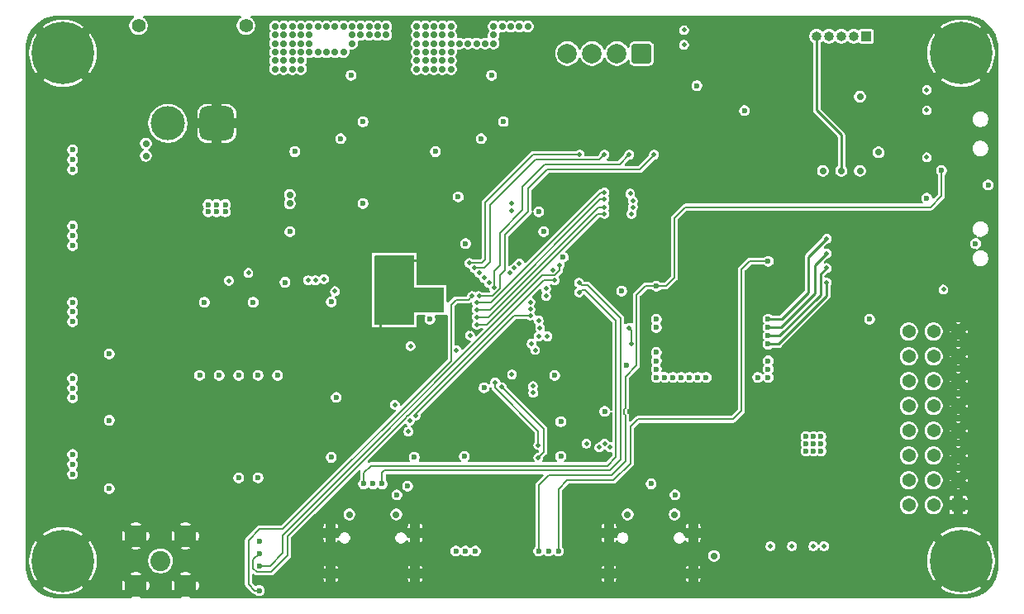
<source format=gbr>
%TF.GenerationSoftware,KiCad,Pcbnew,9.0.0*%
%TF.CreationDate,2025-07-16T14:45:31-07:00*%
%TF.ProjectId,aether,61657468-6572-42e6-9b69-6361645f7063,rev?*%
%TF.SameCoordinates,Original*%
%TF.FileFunction,Copper,L2,Inr*%
%TF.FilePolarity,Positive*%
%FSLAX46Y46*%
G04 Gerber Fmt 4.6, Leading zero omitted, Abs format (unit mm)*
G04 Created by KiCad (PCBNEW 9.0.0) date 2025-07-16 14:45:31*
%MOMM*%
%LPD*%
G01*
G04 APERTURE LIST*
G04 Aperture macros list*
%AMRoundRect*
0 Rectangle with rounded corners*
0 $1 Rounding radius*
0 $2 $3 $4 $5 $6 $7 $8 $9 X,Y pos of 4 corners*
0 Add a 4 corners polygon primitive as box body*
4,1,4,$2,$3,$4,$5,$6,$7,$8,$9,$2,$3,0*
0 Add four circle primitives for the rounded corners*
1,1,$1+$1,$2,$3*
1,1,$1+$1,$4,$5*
1,1,$1+$1,$6,$7*
1,1,$1+$1,$8,$9*
0 Add four rect primitives between the rounded corners*
20,1,$1+$1,$2,$3,$4,$5,0*
20,1,$1+$1,$4,$5,$6,$7,0*
20,1,$1+$1,$6,$7,$8,$9,0*
20,1,$1+$1,$8,$9,$2,$3,0*%
G04 Aperture macros list end*
%TA.AperFunction,HeatsinkPad*%
%ADD10O,1.000000X2.100000*%
%TD*%
%TA.AperFunction,HeatsinkPad*%
%ADD11O,1.000000X1.800000*%
%TD*%
%TA.AperFunction,ComponentPad*%
%ADD12C,0.800000*%
%TD*%
%TA.AperFunction,ComponentPad*%
%ADD13C,6.400000*%
%TD*%
%TA.AperFunction,ComponentPad*%
%ADD14C,2.050000*%
%TD*%
%TA.AperFunction,ComponentPad*%
%ADD15C,2.250000*%
%TD*%
%TA.AperFunction,ComponentPad*%
%ADD16C,1.400000*%
%TD*%
%TA.AperFunction,ComponentPad*%
%ADD17RoundRect,0.770000X-0.980000X-0.980000X0.980000X-0.980000X0.980000X0.980000X-0.980000X0.980000X0*%
%TD*%
%TA.AperFunction,ComponentPad*%
%ADD18C,3.500000*%
%TD*%
%TA.AperFunction,ComponentPad*%
%ADD19R,1.370000X1.370000*%
%TD*%
%TA.AperFunction,ComponentPad*%
%ADD20C,1.370000*%
%TD*%
%TA.AperFunction,ComponentPad*%
%ADD21R,1.000000X1.000000*%
%TD*%
%TA.AperFunction,ComponentPad*%
%ADD22O,1.000000X1.000000*%
%TD*%
%TA.AperFunction,ComponentPad*%
%ADD23RoundRect,0.250000X0.750000X0.750000X-0.750000X0.750000X-0.750000X-0.750000X0.750000X-0.750000X0*%
%TD*%
%TA.AperFunction,ComponentPad*%
%ADD24C,2.000000*%
%TD*%
%TA.AperFunction,ViaPad*%
%ADD25C,0.500000*%
%TD*%
%TA.AperFunction,ViaPad*%
%ADD26C,0.600000*%
%TD*%
%TA.AperFunction,ViaPad*%
%ADD27C,0.700000*%
%TD*%
%TA.AperFunction,Conductor*%
%ADD28C,0.200000*%
%TD*%
%TA.AperFunction,Conductor*%
%ADD29C,0.250000*%
%TD*%
G04 APERTURE END LIST*
D10*
%TO.N,GND*%
%TO.C,USB_STM32*%
X46430000Y-68125000D03*
D11*
X46430000Y-72325000D03*
D10*
X55070000Y-68125000D03*
D11*
X55070000Y-72325000D03*
%TD*%
D10*
%TO.N,GND*%
%TO.C,USB_ESP32*%
X74930000Y-68125000D03*
D11*
X74930000Y-72325000D03*
D10*
X83570000Y-68125000D03*
D11*
X83570000Y-72325000D03*
%TD*%
D12*
%TO.N,GND*%
%TO.C,H1*%
X16600000Y-19000000D03*
X17302944Y-17302944D03*
X17302944Y-20697056D03*
X19000000Y-16600000D03*
D13*
X19000000Y-19000000D03*
D12*
X19000000Y-21400000D03*
X20697056Y-17302944D03*
X20697056Y-20697056D03*
X21400000Y-19000000D03*
%TD*%
D14*
%TO.N,RFM95W_ANT*%
%TO.C,ANT1*%
X29000000Y-71000000D03*
D15*
%TO.N,GND*%
X31540000Y-73540000D03*
X31540000Y-68460000D03*
X26460000Y-73540000D03*
X26460000Y-68460000D03*
%TD*%
D12*
%TO.N,GND*%
%TO.C,H3*%
X108600000Y-71000000D03*
X109302944Y-69302944D03*
X109302944Y-72697056D03*
X111000000Y-68600000D03*
D13*
X111000000Y-71000000D03*
D12*
X111000000Y-73400000D03*
X112697056Y-69302944D03*
X112697056Y-72697056D03*
X113400000Y-71000000D03*
%TD*%
%TO.N,GND*%
%TO.C,H2*%
X16600000Y-71000000D03*
X17302944Y-69302944D03*
X17302944Y-72697056D03*
X19000000Y-68600000D03*
D13*
X19000000Y-71000000D03*
D12*
X19000000Y-73400000D03*
X20697056Y-69302944D03*
X20697056Y-72697056D03*
X21400000Y-71000000D03*
%TD*%
D16*
%TO.N,*%
%TO.C,XT30*%
X26750000Y-16175000D03*
X37750000Y-16175000D03*
D17*
%TO.N,GND*%
X34750000Y-26175000D03*
D18*
%TO.N,INA219_IN+*%
X29750000Y-26175000D03*
%TD*%
D19*
%TO.N,GND*%
%TO.C,PWM1*%
X110730000Y-65290000D03*
D20*
%TO.N,5V*%
X108190000Y-65290000D03*
%TO.N,PWM7*%
X105650000Y-65290000D03*
%TO.N,GND*%
X110730000Y-62750000D03*
%TO.N,5V*%
X108190000Y-62750000D03*
%TO.N,PWM6*%
X105650000Y-62750000D03*
%TO.N,GND*%
X110730000Y-60210000D03*
%TO.N,5V*%
X108190000Y-60210000D03*
%TO.N,PWM5*%
X105650000Y-60210000D03*
%TO.N,GND*%
X110730000Y-57670000D03*
%TO.N,5V*%
X108190000Y-57670000D03*
%TO.N,PWM4*%
X105650000Y-57670000D03*
%TO.N,GND*%
X110730000Y-55130000D03*
%TO.N,5V*%
X108190000Y-55130000D03*
%TO.N,PWM3*%
X105650000Y-55130000D03*
%TO.N,GND*%
X110730000Y-52590000D03*
%TO.N,5V*%
X108190000Y-52590000D03*
%TO.N,PWM2*%
X105650000Y-52590000D03*
%TO.N,GND*%
X110730000Y-50050000D03*
%TO.N,5V*%
X108190000Y-50050000D03*
%TO.N,PWM1*%
X105650000Y-50050000D03*
%TO.N,GND*%
X110730000Y-47510000D03*
%TO.N,5V*%
X108190000Y-47510000D03*
%TO.N,PWM0*%
X105650000Y-47510000D03*
%TD*%
D21*
%TO.N,GPS_RX*%
%TO.C,GPS_IO1*%
X101290000Y-17250000D03*
D22*
%TO.N,GPS_TX*%
X100020000Y-17250000D03*
%TO.N,GPS_RST*%
X98750000Y-17250000D03*
%TO.N,GPS_INT*%
X97480000Y-17250000D03*
%TO.N,GPS_SAFE*%
X96210000Y-17250000D03*
%TD*%
D23*
%TO.N,PYRO-TERM_D*%
%TO.C,PYRO1*%
X78285000Y-19025000D03*
D24*
%TO.N,PYRO-TERM_C*%
X75745000Y-19025000D03*
%TO.N,PYRO-TERM_B*%
X73205000Y-19025000D03*
%TO.N,PYRO-TERM_A*%
X70665000Y-19025000D03*
%TD*%
D12*
%TO.N,GND*%
%TO.C,H4*%
X108600000Y-19000000D03*
X109302944Y-17302944D03*
X109302944Y-20697056D03*
X111000000Y-16600000D03*
D13*
X111000000Y-19000000D03*
D12*
X111000000Y-21400000D03*
X112697056Y-17302944D03*
X112697056Y-20697056D03*
X113400000Y-19000000D03*
%TD*%
D25*
%TO.N,PYRO_A*%
X60634804Y-40490196D03*
%TO.N,PYRO_B*%
X61153562Y-41000000D03*
%TO.N,PYRO_D*%
X61625000Y-43875000D03*
%TO.N,STM32-NRST*%
X60908850Y-43875000D03*
%TO.N,V-TERM_C*%
X74475000Y-34750000D03*
D26*
%TO.N,GND*%
X74475000Y-32500000D03*
D25*
%TO.N,GPS_SCL*%
X65000000Y-35150000D03*
D27*
%TO.N,GND*%
X42050000Y-26600000D03*
X42950000Y-25700000D03*
X64100000Y-23375000D03*
D26*
X55375000Y-52712500D03*
D27*
X65395000Y-27750000D03*
X51100000Y-23832500D03*
D26*
X43000000Y-52000000D03*
X64250000Y-57000000D03*
D27*
X64457500Y-27750000D03*
D26*
X67750000Y-34270000D03*
D27*
X57350000Y-25700000D03*
D26*
X71700000Y-34500000D03*
X78750000Y-39250000D03*
X31000000Y-62500000D03*
X65000000Y-59250000D03*
X87000000Y-32500000D03*
X85750000Y-47900000D03*
X87400000Y-46250000D03*
X77000000Y-38750000D03*
D27*
X105350000Y-33850000D03*
D26*
X47000000Y-52712500D03*
D27*
X64975000Y-21625000D03*
D26*
X112987550Y-23450025D03*
D27*
X50600000Y-28207500D03*
X64100000Y-24250000D03*
X64125000Y-26875000D03*
X51500000Y-28207500D03*
D26*
X101000000Y-58250000D03*
D27*
X55750000Y-40250000D03*
X66750000Y-26000000D03*
X42050000Y-25700000D03*
D26*
X65750000Y-58500000D03*
D27*
X51100000Y-27332500D03*
X51100000Y-22082500D03*
X49350000Y-22082500D03*
X56450000Y-25700000D03*
D26*
X50000000Y-56750000D03*
D27*
X64125000Y-25125000D03*
D26*
X84100000Y-47900000D03*
X87400000Y-47900000D03*
D27*
X66232500Y-27750000D03*
D26*
X65750000Y-57000000D03*
X71500000Y-52000000D03*
X27500000Y-67000000D03*
X79250000Y-65300000D03*
D27*
X65850000Y-26000000D03*
D26*
X85750000Y-46250000D03*
D27*
X51100000Y-24707500D03*
X66750000Y-20750000D03*
D26*
X92750000Y-53250000D03*
X57250000Y-39695000D03*
D27*
X105350000Y-20650000D03*
X64957500Y-25125000D03*
X66750000Y-22500000D03*
X41150000Y-26600000D03*
D26*
X36000000Y-45500000D03*
X45500000Y-56000000D03*
D27*
X51100000Y-26457500D03*
D26*
X87750000Y-32500000D03*
X20000000Y-51300000D03*
D27*
X52000000Y-24707500D03*
X66750000Y-24250000D03*
D26*
X64250000Y-58500000D03*
D27*
X52000000Y-23832500D03*
X65850000Y-20750000D03*
D26*
X27250000Y-71000000D03*
X30500000Y-67000000D03*
X27250000Y-70250000D03*
D27*
X56450000Y-26600000D03*
X52000000Y-22082500D03*
X64100000Y-21625000D03*
X51500000Y-46250000D03*
X64100000Y-22500000D03*
D26*
X88500000Y-32500000D03*
D27*
X63582500Y-27750000D03*
D26*
X30750000Y-70250000D03*
D25*
X101287500Y-41000000D03*
D27*
X51100000Y-21207500D03*
D26*
X41750000Y-41495000D03*
X59500000Y-34667500D03*
D27*
X50225000Y-21207500D03*
D26*
X20000000Y-35700000D03*
D25*
X101287500Y-42500000D03*
D26*
X30750000Y-71750000D03*
X100250000Y-55025000D03*
D27*
X47450000Y-24500000D03*
X61850000Y-24500000D03*
D26*
X65000000Y-57750000D03*
D27*
X65850000Y-21625000D03*
D26*
X100250000Y-55675000D03*
X101000000Y-59000000D03*
X27250000Y-71750000D03*
D27*
X51100000Y-25582500D03*
X66750000Y-23375000D03*
D26*
X62250000Y-70000000D03*
D27*
X65850000Y-24250000D03*
X60900000Y-24500000D03*
X46500000Y-24500000D03*
X92150000Y-33850000D03*
D26*
X112987550Y-42299975D03*
D27*
X58250000Y-25700000D03*
D26*
X91250000Y-42425000D03*
X83625000Y-28750000D03*
X89250000Y-32500000D03*
D27*
X65875000Y-26875000D03*
D26*
X84100000Y-44600000D03*
X29000000Y-52000000D03*
X100250000Y-48525000D03*
X84100000Y-46250000D03*
D27*
X49350000Y-22957500D03*
X57350000Y-26600000D03*
X52000000Y-21207500D03*
X65832500Y-25125000D03*
X64975000Y-23375000D03*
X41150000Y-25700000D03*
X51100000Y-22957500D03*
X64975000Y-26000000D03*
X66750000Y-21625000D03*
X52000000Y-27332500D03*
X50225000Y-22957500D03*
X48850000Y-28207500D03*
D26*
X20000000Y-43500000D03*
D27*
X45550000Y-24500000D03*
X65850000Y-22500000D03*
X49350000Y-24707500D03*
D26*
X101000000Y-59750000D03*
X85750000Y-44600000D03*
D27*
X59950000Y-24500000D03*
D25*
X101287500Y-38000000D03*
D26*
X95875000Y-46250000D03*
X55800000Y-48375000D03*
D27*
X50225000Y-22082500D03*
D25*
X60700000Y-47200000D03*
D26*
X43500000Y-44475000D03*
D27*
X64975000Y-20750000D03*
X51500000Y-47500000D03*
X50225000Y-27332500D03*
D25*
X101287500Y-39500000D03*
D27*
X65000000Y-26875000D03*
X64975000Y-22500000D03*
X55550000Y-26600000D03*
X52000000Y-22957500D03*
X64100000Y-20750000D03*
D26*
X20000000Y-59100000D03*
X77050000Y-55700000D03*
X50750000Y-65300000D03*
X72000000Y-55700000D03*
X112987550Y-34700025D03*
D27*
X55550000Y-25700000D03*
X66732500Y-25125000D03*
X43850000Y-25700000D03*
D26*
X30750000Y-71000000D03*
X85700000Y-72850000D03*
D27*
X50225000Y-23832500D03*
X65850000Y-23375000D03*
X50225000Y-24707500D03*
D26*
X41250000Y-35750000D03*
D27*
X92150000Y-20650000D03*
X49725000Y-28207500D03*
X52000000Y-26457500D03*
D26*
X70750000Y-70000000D03*
X20000000Y-27900000D03*
X39125000Y-72770000D03*
D27*
X54500000Y-40250000D03*
D26*
X65740000Y-53250000D03*
X60250000Y-52400000D03*
X47510000Y-60400000D03*
X65750000Y-60000000D03*
X64250000Y-60000000D03*
X112987550Y-31049975D03*
D27*
X64975000Y-24250000D03*
D26*
X90275000Y-26050000D03*
X87400000Y-44600000D03*
D27*
X49350000Y-21207500D03*
X49350000Y-23832500D03*
X66775000Y-26875000D03*
X52000000Y-25582500D03*
D26*
X70000000Y-58500000D03*
D27*
X42950000Y-26600000D03*
D26*
X92750000Y-39250000D03*
X97250000Y-54700000D03*
D25*
%TO.N,3.3V*%
X82625000Y-16625000D03*
D27*
X47750000Y-16250000D03*
X40750000Y-18875000D03*
X41625000Y-18000000D03*
X43375000Y-18000000D03*
D26*
X88812500Y-24880000D03*
D27*
X48625000Y-17125000D03*
X42500000Y-17125000D03*
D26*
X95137500Y-58250000D03*
D27*
X43375000Y-18875000D03*
D26*
X49750000Y-34375000D03*
X83937500Y-22312436D03*
D27*
X48625000Y-18000000D03*
D26*
X70000000Y-60280000D03*
X69375000Y-52000000D03*
D27*
X41625000Y-20625000D03*
D26*
X96637500Y-59000000D03*
D27*
X43375000Y-20625000D03*
D26*
X68250000Y-37250000D03*
X60125000Y-60280000D03*
X76250000Y-43360000D03*
D27*
X47750000Y-18875000D03*
D26*
X47000000Y-54250000D03*
X39125000Y-69000000D03*
X37000000Y-62500000D03*
X76750000Y-51000000D03*
X20000000Y-60100000D03*
D27*
X42500000Y-18875000D03*
X40750000Y-20625000D03*
X50375000Y-16250000D03*
D26*
X95887500Y-58250000D03*
D27*
X85700000Y-70500000D03*
D26*
X23750000Y-63600000D03*
X46490000Y-60400000D03*
X112500000Y-38500000D03*
D27*
X44250000Y-16250000D03*
D26*
X42250000Y-37250000D03*
X67750000Y-35230000D03*
D27*
X43375000Y-16250000D03*
X42500000Y-19750000D03*
D26*
X56590000Y-46250000D03*
D27*
X43375000Y-17125000D03*
X52125000Y-17125000D03*
X40750000Y-16250000D03*
D26*
X70000000Y-56750000D03*
X55000000Y-60400000D03*
X23750000Y-56600000D03*
X95137500Y-59750000D03*
X95887500Y-59000000D03*
D27*
X46875000Y-16250000D03*
X41625000Y-18875000D03*
X45125000Y-16250000D03*
X46875000Y-18875000D03*
X50375000Y-17125000D03*
X49500000Y-17125000D03*
D26*
X74500000Y-55700000D03*
X33500000Y-44500000D03*
D27*
X43375000Y-19750000D03*
X41625000Y-19750000D03*
D26*
X96637500Y-58250000D03*
D27*
X44250000Y-18000000D03*
X44250000Y-17125000D03*
D26*
X68750000Y-70000000D03*
D27*
X49500000Y-16250000D03*
D26*
X81700000Y-64250000D03*
D27*
X100650000Y-23450000D03*
D26*
X60250000Y-38500000D03*
X46500000Y-44475000D03*
X62130000Y-53250000D03*
D27*
X41625000Y-16250000D03*
X40750000Y-17125000D03*
X51250000Y-16250000D03*
X42500000Y-20625000D03*
X48625000Y-16250000D03*
D26*
X113775050Y-32500000D03*
D27*
X46000000Y-18875000D03*
D26*
X59500000Y-33707500D03*
X70250000Y-39875000D03*
D27*
X52125000Y-16250000D03*
X46000000Y-16250000D03*
D26*
X95887500Y-59750000D03*
D27*
X42500000Y-18000000D03*
X45125000Y-18875000D03*
D26*
X23750000Y-49800000D03*
X20000000Y-52300000D03*
D27*
X44250000Y-18875000D03*
X40750000Y-18000000D03*
D26*
X53200000Y-64250000D03*
X41750000Y-42455000D03*
X101625000Y-46250000D03*
X96637500Y-59750000D03*
X60250000Y-70000000D03*
D27*
X42500000Y-16250000D03*
D26*
X38500000Y-44500000D03*
D27*
X51250000Y-17125000D03*
X40750000Y-19750000D03*
X41625000Y-17125000D03*
D26*
X95137500Y-59000000D03*
%TO.N,STM32-NRST*%
X61250000Y-70000000D03*
X39125000Y-74040000D03*
%TO.N,ESP32-GPIO0*%
X109000000Y-31000000D03*
X67750000Y-70000000D03*
X79800000Y-42850000D03*
%TO.N,ESP32-EN*%
X91250000Y-40300000D03*
X69750000Y-70000000D03*
%TO.N,Net-(U10-SW)*%
X64150000Y-26020000D03*
X62900000Y-21250000D03*
D27*
%TO.N,5V*%
X56125000Y-18875000D03*
X57000000Y-18000000D03*
X63125000Y-17125000D03*
X57000000Y-19750000D03*
X57875000Y-20625000D03*
X58750000Y-17125000D03*
D26*
X20000000Y-28900000D03*
X20000000Y-36700000D03*
D27*
X57875000Y-17125000D03*
X55250000Y-18875000D03*
X63125000Y-16250000D03*
D26*
X20000000Y-44500000D03*
D27*
X58750000Y-20625000D03*
X62250000Y-18000000D03*
X58750000Y-19750000D03*
X55250000Y-18000000D03*
X56125000Y-18000000D03*
X55250000Y-16250000D03*
X66625000Y-16250000D03*
X56125000Y-19750000D03*
X64875000Y-16250000D03*
X57875000Y-19750000D03*
X56125000Y-16250000D03*
X57875000Y-18000000D03*
X55250000Y-19750000D03*
X61375000Y-18000000D03*
X55250000Y-17125000D03*
X55250000Y-20625000D03*
X56125000Y-17125000D03*
X64000000Y-16250000D03*
X57000000Y-18875000D03*
X60500000Y-18000000D03*
X57000000Y-16250000D03*
X57875000Y-16250000D03*
D25*
X82625000Y-18125000D03*
D27*
X56125000Y-20625000D03*
X57875000Y-18875000D03*
X57000000Y-20625000D03*
X63125000Y-18000000D03*
X65750000Y-16250000D03*
X58750000Y-18875000D03*
X57000000Y-17125000D03*
X58750000Y-18000000D03*
X59625000Y-18000000D03*
X58750000Y-16250000D03*
D26*
%TO.N,Net-(U11-SW)*%
X49750000Y-26020000D03*
X48500000Y-21250000D03*
D27*
%TO.N,VBUS*%
X53150000Y-66250000D03*
D26*
X34750000Y-35250000D03*
X50750000Y-63112500D03*
X35625000Y-35250000D03*
X34750000Y-34500000D03*
D27*
X81650000Y-66250000D03*
D26*
X33875000Y-35250000D03*
X79250000Y-63112500D03*
D27*
X48350000Y-66250000D03*
D26*
X33875000Y-34500000D03*
X35625000Y-34500000D03*
D27*
X76850000Y-66250000D03*
D26*
%TO.N,ESP32-I2C1_SDA*%
X20000000Y-61100000D03*
X79800000Y-46250000D03*
%TO.N,ESP32-I2C1_SCL*%
X20000000Y-62100000D03*
X79800000Y-47100000D03*
D25*
%TO.N,STM32-I2C2_SCL*%
X67150000Y-53100001D03*
D26*
X20000000Y-54300000D03*
D25*
%TO.N,STM32-I2C2_SDA*%
X67171078Y-53796078D03*
D26*
X20000000Y-53300000D03*
D27*
%TO.N,INA219_IN+*%
X27500000Y-28250000D03*
X42250000Y-33500000D03*
D25*
%TO.N,PYRO-TERM_B*%
X77375000Y-34099997D03*
%TO.N,PYRO-TERM_A*%
X77116267Y-33366267D03*
%TO.N,PYRO-TERM_C*%
X77375000Y-34750000D03*
%TO.N,PYRO-TERM_D*%
X77250000Y-35450000D03*
%TO.N,BNO086_MISO*%
X44875000Y-42250000D03*
X68625000Y-48000000D03*
X53000000Y-55000000D03*
X73950000Y-59375000D03*
X95875000Y-69500000D03*
X36000000Y-42300000D03*
%TO.N,SD_CS*%
X96975000Y-69500000D03*
X67750000Y-46375000D03*
%TO.N,BNO086_MOSI*%
X67750000Y-48000000D03*
X54383946Y-57750000D03*
X74500000Y-59000000D03*
X46875000Y-43375000D03*
X91475000Y-69500000D03*
%TO.N,BNO086_SCK*%
X72625000Y-59000000D03*
X45750000Y-42125000D03*
X54533946Y-56658946D03*
X93675000Y-69500000D03*
X67000000Y-48750000D03*
D27*
%TO.N,INA219_IN-*%
X27500000Y-29500000D03*
X42250000Y-34400003D03*
D25*
%TO.N,STM32-BOOT0*%
X109200000Y-43195000D03*
D26*
X59250000Y-70000000D03*
D25*
X61644606Y-41499999D03*
%TO.N,PYRO_D*%
X79555000Y-29375000D03*
%TO.N,PYRO_C*%
X77015000Y-29375000D03*
%TO.N,PYRO_B*%
X74475000Y-29375000D03*
%TO.N,PYRO_A*%
X71935000Y-29375000D03*
%TO.N,ESP32-I2C2_SCL*%
X77250000Y-48800000D03*
X77000000Y-47125000D03*
%TO.N,ESP32-TX2*%
X68500000Y-43875000D03*
D26*
X82350000Y-52200000D03*
%TO.N,ESP32-RX2*%
X83200000Y-52200000D03*
D25*
X68500000Y-43125000D03*
%TO.N,GPS_TX*%
X107500000Y-29660000D03*
%TO.N,GPS_RX*%
X107500000Y-24840000D03*
D27*
%TO.N,PULSE*%
X96850000Y-31050000D03*
D25*
X107500000Y-22750000D03*
%TO.N,GPS_SDA*%
X62144606Y-41999999D03*
D27*
X100650000Y-31050000D03*
D26*
X107500000Y-33850000D03*
D25*
X65000000Y-34350000D03*
D27*
%TO.N,GPS_SCL*%
X102550000Y-29150000D03*
D25*
X62648242Y-42503635D03*
D26*
%TO.N,Net-(U10-EN)*%
X57150000Y-29075000D03*
X61850000Y-27750000D03*
%TO.N,Net-(U11-EN)*%
X42750000Y-29075000D03*
X47450000Y-27750000D03*
%TO.N,RFD_900*%
X91250000Y-46250000D03*
D25*
X97250000Y-38000000D03*
%TO.N,CROSS_SPI*%
X97250000Y-42500000D03*
D26*
X91250000Y-48800000D03*
%TO.N,CROSS_I2C*%
X91250000Y-47950000D03*
D25*
X97250000Y-41000000D03*
%TO.N,CROSS_UART*%
X97250000Y-39500000D03*
D26*
X91250000Y-47100000D03*
D27*
%TO.N,GPS_SAFE*%
X98750000Y-31050000D03*
D26*
%TO.N,ESP32-SPI1_CS0*%
X35000000Y-52000000D03*
X79800000Y-51350000D03*
%TO.N,ESP32-SPI1_MISO*%
X81500000Y-52200000D03*
X41000000Y-52000000D03*
%TO.N,ESP32-SPI1_MOSI*%
X79800000Y-52200000D03*
X39000000Y-52000000D03*
%TO.N,RFM95W_DI0*%
X79800000Y-50500000D03*
X39000000Y-62500000D03*
%TO.N,ESP32-SPI1_SCK*%
X37000000Y-52000000D03*
X80650000Y-52200000D03*
%TO.N,RFM95W_RST*%
X33000000Y-52000000D03*
X79800000Y-49650000D03*
D25*
%TO.N,V-TERM_D*%
X74475000Y-35450000D03*
X61400000Y-46800000D03*
%TO.N,V-TERM_B*%
X74468046Y-33955123D03*
X61400000Y-45250000D03*
%TO.N,V-TERM_A*%
X74475000Y-33250000D03*
X61400000Y-44500000D03*
%TO.N,V-TERM_C*%
X61398661Y-46022304D03*
%TO.N,FLASH_CLK*%
X67700000Y-59135000D03*
X63275000Y-52700000D03*
D26*
%TO.N,STM32-UART2_RX*%
X20000000Y-37700000D03*
D25*
X54600000Y-49000000D03*
%TO.N,H3LIS331DL_CS*%
X75050000Y-59375000D03*
X67875000Y-47125000D03*
%TO.N,ESP32-SPI2_MISO*%
X65250000Y-41000000D03*
D26*
X91250000Y-50500000D03*
%TO.N,STM32-SWDIO*%
X39125000Y-70230000D03*
D25*
X69375000Y-42250000D03*
%TO.N,LSM6DSO32TR_CS*%
X38000000Y-41500000D03*
X65000000Y-51900000D03*
%TO.N,ESP32-SPI2_CS0*%
X69208946Y-41208946D03*
D26*
X90175000Y-52200000D03*
%TO.N,STM32-RGB_IN*%
X54300000Y-63335000D03*
D25*
X60700000Y-47900000D03*
%TO.N,ESP32-SPI2_SCK*%
X65750000Y-40507539D03*
D26*
X91250000Y-51350000D03*
%TO.N,STM32-UART1_TX*%
X20000000Y-30900000D03*
D25*
X66875000Y-45224997D03*
%TO.N,FLASH_SDI*%
X67700000Y-60405000D03*
X63975000Y-53200000D03*
%TO.N,DPS310_CSB*%
X44125000Y-42250000D03*
X67375000Y-49399000D03*
%TO.N,ESP32-SPI2_MOSI*%
X64750000Y-41500000D03*
D26*
X91250000Y-52200000D03*
D25*
%TO.N,BNO086_CS*%
X55125000Y-56125000D03*
X66875000Y-45875000D03*
D26*
%TO.N,STM32-UART1_RX*%
X20000000Y-29900000D03*
D25*
X66875000Y-44500000D03*
%TO.N,STM32_USB_D-*%
X71880699Y-43494301D03*
D26*
X49800000Y-63112500D03*
D25*
%TO.N,STM32_USB_D+*%
X71875000Y-42500000D03*
D26*
X51700000Y-63112500D03*
D25*
%TO.N,STM32-UART2_TX*%
X59325000Y-49399000D03*
D26*
X20000000Y-38700000D03*
D25*
%TO.N,STM32-SWCLK*%
X69869559Y-40711668D03*
D26*
X39125000Y-71500000D03*
%TO.N,ESP32-TX1*%
X20000000Y-46500000D03*
X84050000Y-52200000D03*
%TO.N,ESP32-RX1*%
X84900000Y-52200000D03*
X20000000Y-45500000D03*
%TO.N,GND*%
X72500000Y-39975000D03*
D25*
%TO.N,PYRO_C*%
X63150198Y-43005592D03*
%TO.N,GND*%
X71125000Y-28625000D03*
X70625000Y-28625000D03*
X71628768Y-28621232D03*
X78250000Y-28625000D03*
X78750000Y-28625000D03*
X74125000Y-28625000D03*
X73125000Y-28625000D03*
X73625000Y-28625000D03*
X76625000Y-28625000D03*
X75625000Y-28625000D03*
X76125000Y-28625000D03*
X79250000Y-28625000D03*
%TD*%
D28*
%TO.N,PYRO_D*%
X63750000Y-41750000D02*
X64250000Y-41250000D01*
X62989310Y-43875000D02*
X63750000Y-43114310D01*
X66625000Y-35250000D02*
X66625000Y-32875000D01*
X78125000Y-30875000D02*
X79555000Y-29445000D01*
X63750000Y-43114310D02*
X63750000Y-41750000D01*
X64250000Y-41250000D02*
X64250000Y-37625000D01*
X61625000Y-43875000D02*
X62989310Y-43875000D01*
X64250000Y-37625000D02*
X66625000Y-35250000D01*
X68625000Y-30875000D02*
X78125000Y-30875000D01*
X66625000Y-32875000D02*
X68625000Y-30875000D01*
X79555000Y-29445000D02*
X79555000Y-29375000D01*
%TO.N,V-TERM_A*%
X61400000Y-44500000D02*
X62875000Y-44500000D01*
X62875000Y-44500000D02*
X74125000Y-33250000D01*
X74125000Y-33250000D02*
X74475000Y-33250000D01*
%TO.N,PYRO_A*%
X60634804Y-40490196D02*
X60644608Y-40500000D01*
X60644608Y-40500000D02*
X61875000Y-40500000D01*
X62250000Y-34250000D02*
X67125000Y-29375000D01*
X67125000Y-29375000D02*
X71935000Y-29375000D01*
X61875000Y-40500000D02*
X62250000Y-40125000D01*
X62250000Y-40125000D02*
X62250000Y-34250000D01*
%TO.N,ESP32-EN*%
X69750000Y-63625000D02*
X70625000Y-62750000D01*
X70625000Y-62750000D02*
X75375000Y-62750000D01*
X69750000Y-70000000D02*
X69750000Y-63625000D01*
X77125000Y-61000000D02*
X77125000Y-57250000D01*
X75375000Y-62750000D02*
X77125000Y-61000000D01*
X87625000Y-56500000D02*
X88500000Y-55625000D01*
X77125000Y-57250000D02*
X77875000Y-56500000D01*
X77875000Y-56500000D02*
X87625000Y-56500000D01*
X88500000Y-55625000D02*
X88500000Y-41125000D01*
X88500000Y-41125000D02*
X89325000Y-40300000D01*
X89325000Y-40300000D02*
X91250000Y-40300000D01*
%TO.N,ESP32-GPIO0*%
X67750000Y-70000000D02*
X67750000Y-63250000D01*
X67750000Y-63250000D02*
X68750000Y-62250000D01*
X76625000Y-60812500D02*
X76625000Y-56054232D01*
X68750000Y-62250000D02*
X75187500Y-62250000D01*
X75187500Y-62250000D02*
X76625000Y-60812500D01*
X76499000Y-55471768D02*
X76625000Y-55345768D01*
X76625000Y-56054232D02*
X76499000Y-55928232D01*
X76499000Y-55928232D02*
X76499000Y-55471768D01*
X76625000Y-55345768D02*
X76625000Y-52125000D01*
X76625000Y-52125000D02*
X77750000Y-51000000D01*
X77750000Y-51000000D02*
X77750000Y-43750000D01*
X77750000Y-43750000D02*
X78650000Y-42850000D01*
X78650000Y-42850000D02*
X79800000Y-42850000D01*
%TO.N,STM32_USB_D+*%
X71875000Y-42500000D02*
X72125000Y-42750000D01*
X72125000Y-42750000D02*
X72750000Y-42750000D01*
X72750000Y-42750000D02*
X76125000Y-46125000D01*
X76125000Y-60625000D02*
X75000000Y-61750000D01*
X75000000Y-61750000D02*
X51950000Y-61750000D01*
X76125000Y-46125000D02*
X76125000Y-60625000D01*
X51950000Y-61750000D02*
X51700000Y-62000000D01*
X51700000Y-62000000D02*
X51700000Y-63112500D01*
%TO.N,STM32_USB_D-*%
X71880699Y-43494301D02*
X72125000Y-43250000D01*
X75625000Y-46375000D02*
X75625000Y-60375000D01*
X49800000Y-62000000D02*
X49800000Y-63112500D01*
X75625000Y-60375000D02*
X74750000Y-61250000D01*
X72500000Y-43250000D02*
X75625000Y-46375000D01*
X72125000Y-43250000D02*
X72500000Y-43250000D01*
X74750000Y-61250000D02*
X50550000Y-61250000D01*
X50550000Y-61250000D02*
X49800000Y-62000000D01*
%TO.N,V-TERM_D*%
X73800000Y-35450000D02*
X74475000Y-35450000D01*
%TO.N,V-TERM_C*%
X73875000Y-34750000D02*
X74475000Y-34750000D01*
%TO.N,V-TERM_B*%
X74044877Y-33955123D02*
X74468046Y-33955123D01*
%TO.N,V-TERM_C*%
X73875000Y-34750000D02*
X62602696Y-46022304D01*
X62602696Y-46022304D02*
X61398661Y-46022304D01*
%TO.N,V-TERM_B*%
X74044877Y-33955123D02*
X62750000Y-45250000D01*
X62750000Y-45250000D02*
X61400000Y-45250000D01*
%TO.N,PYRO_C*%
X63150198Y-43005592D02*
X63150198Y-41349802D01*
X63750000Y-40750000D02*
X63750000Y-37375000D01*
X66091479Y-32658521D02*
X68375000Y-30375000D01*
X63150198Y-41349802D02*
X63750000Y-40750000D01*
X63750000Y-37375000D02*
X66091479Y-35033521D01*
X66091479Y-35033521D02*
X66091479Y-32658521D01*
X68375000Y-30375000D02*
X76015000Y-30375000D01*
X76015000Y-30375000D02*
X77015000Y-29375000D01*
%TO.N,FLASH_SDI*%
X63975000Y-53200000D02*
X68250000Y-57475000D01*
X68250000Y-57475000D02*
X68250000Y-59855000D01*
X68250000Y-59855000D02*
X67700000Y-60405000D01*
%TO.N,FLASH_CLK*%
X63275000Y-52700000D02*
X63275000Y-53275000D01*
X63275000Y-53275000D02*
X67700000Y-57700000D01*
X67700000Y-57700000D02*
X67700000Y-59135000D01*
D29*
%TO.N,RFD_900*%
X91250000Y-46250000D02*
X92625000Y-46250000D01*
X95375000Y-39875000D02*
X97250000Y-38000000D01*
X92625000Y-46250000D02*
X95375000Y-43500000D01*
X95375000Y-43500000D02*
X95375000Y-39875000D01*
%TO.N,CROSS_UART*%
X91250000Y-47100000D02*
X92525000Y-47100000D01*
X92525000Y-47100000D02*
X96000000Y-43625000D01*
X96000000Y-43625000D02*
X96000000Y-40750000D01*
X96000000Y-40750000D02*
X97250000Y-39500000D01*
%TO.N,CROSS_I2C*%
X91250000Y-47950000D02*
X92425000Y-47950000D01*
X92425000Y-47950000D02*
X96625000Y-43750000D01*
X96625000Y-43750000D02*
X96625000Y-41625000D01*
X96625000Y-41625000D02*
X97250000Y-41000000D01*
D28*
%TO.N,V-TERM_D*%
X61400000Y-46800000D02*
X62450000Y-46800000D01*
X62450000Y-46800000D02*
X73800000Y-35450000D01*
%TO.N,STM32-SWCLK*%
X69869559Y-41255441D02*
X69375000Y-41750000D01*
X69375000Y-41750000D02*
X68125000Y-41750000D01*
X68125000Y-41750000D02*
X41500000Y-68375000D01*
X41500000Y-68375000D02*
X41500000Y-70218750D01*
X69869559Y-40711668D02*
X69869559Y-41255441D01*
X41500000Y-70218750D02*
X40218750Y-71500000D01*
X40218750Y-71500000D02*
X39125000Y-71500000D01*
%TO.N,STM32-SWDIO*%
X68250000Y-42250000D02*
X54342054Y-56157946D01*
X54326425Y-56157946D02*
X54032946Y-56451425D01*
X40343750Y-72125000D02*
X38842706Y-72125000D01*
X38500000Y-71782294D02*
X38500000Y-70855000D01*
X54032946Y-56451425D02*
X54032946Y-56467054D01*
X38500000Y-70855000D02*
X39125000Y-70230000D01*
X42000000Y-68500000D02*
X42000000Y-70468750D01*
X69375000Y-42250000D02*
X68250000Y-42250000D01*
X54342054Y-56157946D02*
X54326425Y-56157946D01*
X54032946Y-56467054D02*
X42000000Y-68500000D01*
X42000000Y-70468750D02*
X40343750Y-72125000D01*
X38842706Y-72125000D02*
X38500000Y-71782294D01*
%TO.N,BNO086_CS*%
X66875000Y-45875000D02*
X65250000Y-45875000D01*
X65250000Y-45875000D02*
X55125000Y-56000000D01*
X55125000Y-56000000D02*
X55125000Y-56125000D01*
%TO.N,ESP32-I2C2_SCL*%
X77000000Y-47125000D02*
X77250000Y-47375000D01*
X77250000Y-47375000D02*
X77250000Y-48800000D01*
D29*
%TO.N,CROSS_SPI*%
X92325000Y-48800000D02*
X91250000Y-48800000D01*
X97250000Y-42500000D02*
X97250000Y-43875000D01*
X97250000Y-43875000D02*
X92325000Y-48800000D01*
%TO.N,GND*%
X51500000Y-47500000D02*
X51500000Y-46250000D01*
X54500000Y-40250000D02*
X55750000Y-40250000D01*
D28*
%TO.N,ESP32-GPIO0*%
X81625000Y-35875000D02*
X82750000Y-34750000D01*
X79800000Y-42850000D02*
X80775000Y-42850000D01*
X81625000Y-42000000D02*
X81625000Y-35875000D01*
X80775000Y-42850000D02*
X81625000Y-42000000D01*
X109000000Y-33625000D02*
X109000000Y-31000000D01*
X107875000Y-34750000D02*
X109000000Y-33625000D01*
X82750000Y-34750000D02*
X107875000Y-34750000D01*
D29*
%TO.N,GPS_SAFE*%
X98750000Y-27375000D02*
X96210000Y-24835000D01*
X96210000Y-24835000D02*
X96210000Y-17250000D01*
X98750000Y-31050000D02*
X98750000Y-27375000D01*
D28*
%TO.N,STM32-NRST*%
X38000000Y-73375000D02*
X38665000Y-74040000D01*
X60908850Y-43875000D02*
X60533850Y-44250000D01*
X60533850Y-44250000D02*
X59250000Y-44250000D01*
X58750000Y-44750000D02*
X58750000Y-50500000D01*
X39125000Y-67750000D02*
X38000000Y-68875000D01*
X58750000Y-50500000D02*
X41500000Y-67750000D01*
X41500000Y-67750000D02*
X39125000Y-67750000D01*
X59250000Y-44250000D02*
X58750000Y-44750000D01*
X38000000Y-68875000D02*
X38000000Y-73375000D01*
X38665000Y-74040000D02*
X39125000Y-74040000D01*
%TO.N,PYRO_B*%
X62125000Y-41000000D02*
X62750000Y-40375000D01*
X73975000Y-29875000D02*
X74475000Y-29375000D01*
X62750000Y-40375000D02*
X62750000Y-34500000D01*
X61153562Y-41000000D02*
X62125000Y-41000000D01*
X62750000Y-34500000D02*
X67375000Y-29875000D01*
X67375000Y-29875000D02*
X73975000Y-29875000D01*
%TD*%
%TA.AperFunction,Conductor*%
%TO.N,GND*%
G36*
X60813471Y-44529305D02*
G01*
X60828703Y-44529382D01*
X60845812Y-44540498D01*
X60865101Y-44547174D01*
X60874519Y-44559150D01*
X60887292Y-44567449D01*
X60906225Y-44597235D01*
X60910351Y-44606392D01*
X60933608Y-44693186D01*
X60999500Y-44807314D01*
X61002051Y-44809865D01*
X61008445Y-44824052D01*
X61012424Y-44852743D01*
X61019255Y-44880900D01*
X61017166Y-44886935D01*
X61018043Y-44893259D01*
X61002782Y-44937000D01*
X60933609Y-45056810D01*
X60933609Y-45056811D01*
X60933608Y-45056813D01*
X60933608Y-45056814D01*
X60899500Y-45184108D01*
X60899500Y-45315892D01*
X60913571Y-45368407D01*
X60933608Y-45443187D01*
X60938703Y-45452011D01*
X60999500Y-45557314D01*
X60999502Y-45557316D01*
X61001403Y-45559794D01*
X61002356Y-45562260D01*
X61003564Y-45564352D01*
X61003237Y-45564540D01*
X61026596Y-45624963D01*
X61012557Y-45693408D01*
X61001409Y-45710756D01*
X60998166Y-45714983D01*
X60998163Y-45714987D01*
X60998161Y-45714990D01*
X60985444Y-45737017D01*
X60932269Y-45829117D01*
X60898161Y-45956412D01*
X60898161Y-46088195D01*
X60932269Y-46215491D01*
X60949413Y-46245185D01*
X60998161Y-46329618D01*
X60998164Y-46329621D01*
X61003108Y-46336064D01*
X61000394Y-46338146D01*
X61026308Y-46385603D01*
X61021324Y-46455295D01*
X61003529Y-46487433D01*
X60999506Y-46492677D01*
X60999501Y-46492684D01*
X60999500Y-46492686D01*
X60983626Y-46520181D01*
X60933608Y-46606813D01*
X60899500Y-46734108D01*
X60899500Y-46865891D01*
X60933608Y-46993187D01*
X60953435Y-47027527D01*
X60999500Y-47107314D01*
X61092686Y-47200500D01*
X61206814Y-47266392D01*
X61334108Y-47300500D01*
X61334110Y-47300500D01*
X61465890Y-47300500D01*
X61465892Y-47300500D01*
X61593186Y-47266392D01*
X61707314Y-47200500D01*
X61720995Y-47186819D01*
X61747922Y-47172115D01*
X61773741Y-47155523D01*
X61779941Y-47154631D01*
X61782318Y-47153334D01*
X61808676Y-47150500D01*
X61929456Y-47150500D01*
X61996495Y-47170185D01*
X62042250Y-47222989D01*
X62052194Y-47292147D01*
X62023169Y-47355703D01*
X62017137Y-47362181D01*
X61412181Y-47967136D01*
X61350858Y-48000621D01*
X61281166Y-47995637D01*
X61225233Y-47953765D01*
X61200816Y-47888301D01*
X61200500Y-47879455D01*
X61200500Y-47834110D01*
X61200500Y-47834108D01*
X61166392Y-47706814D01*
X61100500Y-47592686D01*
X61007314Y-47499500D01*
X60950250Y-47466554D01*
X60893187Y-47433608D01*
X60829539Y-47416554D01*
X60765892Y-47399500D01*
X60634108Y-47399500D01*
X60506812Y-47433608D01*
X60392686Y-47499500D01*
X60392683Y-47499502D01*
X60299502Y-47592683D01*
X60299500Y-47592686D01*
X60233608Y-47706812D01*
X60206814Y-47806812D01*
X60199500Y-47834108D01*
X60199500Y-47965892D01*
X60204686Y-47985245D01*
X60233608Y-48093187D01*
X60266554Y-48150250D01*
X60299500Y-48207314D01*
X60392686Y-48300500D01*
X60506814Y-48366392D01*
X60634108Y-48400500D01*
X60634110Y-48400500D01*
X60679455Y-48400500D01*
X60746494Y-48420185D01*
X60792249Y-48472989D01*
X60802193Y-48542147D01*
X60773168Y-48605703D01*
X60767136Y-48612181D01*
X60024009Y-49355307D01*
X59962686Y-49388792D01*
X59892994Y-49383808D01*
X59837061Y-49341936D01*
X59816554Y-49299721D01*
X59791392Y-49205814D01*
X59725500Y-49091686D01*
X59632314Y-48998500D01*
X59549500Y-48950687D01*
X59518187Y-48932608D01*
X59425854Y-48907868D01*
X59390892Y-48898500D01*
X59259108Y-48898500D01*
X59256588Y-48899174D01*
X59254383Y-48899122D01*
X59251052Y-48899561D01*
X59250983Y-48899041D01*
X59186741Y-48897510D01*
X59128879Y-48858346D01*
X59101377Y-48794117D01*
X59100500Y-48779399D01*
X59100500Y-44946544D01*
X59120185Y-44879505D01*
X59136819Y-44858863D01*
X59358863Y-44636819D01*
X59420186Y-44603334D01*
X59446544Y-44600500D01*
X60579992Y-44600500D01*
X60579994Y-44600500D01*
X60669138Y-44576614D01*
X60687709Y-44565892D01*
X60731176Y-44540796D01*
X60745977Y-44537205D01*
X60758834Y-44529033D01*
X60779239Y-44529134D01*
X60799073Y-44524323D01*
X60813471Y-44529305D01*
G37*
%TD.AperFunction*%
%TA.AperFunction,Conductor*%
G36*
X54943039Y-39717685D02*
G01*
X54988794Y-39770489D01*
X55000000Y-39822000D01*
X55000000Y-40587000D01*
X55000000Y-43000000D01*
X56651000Y-43000000D01*
X57924000Y-43000000D01*
X57991039Y-43019685D01*
X58036794Y-43072489D01*
X58048000Y-43124000D01*
X58048000Y-45416000D01*
X58028315Y-45483039D01*
X57975511Y-45528794D01*
X57924000Y-45540000D01*
X55000000Y-45540000D01*
X55000000Y-46686000D01*
X54980315Y-46753039D01*
X54927511Y-46798794D01*
X54876000Y-46810000D01*
X51060000Y-46810000D01*
X50992961Y-46790315D01*
X50947206Y-46737511D01*
X50936000Y-46686000D01*
X50936000Y-39822000D01*
X50955685Y-39754961D01*
X51008489Y-39709206D01*
X51060000Y-39698000D01*
X51825000Y-39698000D01*
X52079000Y-39698000D01*
X52333000Y-39698000D01*
X54873000Y-39698000D01*
X54876000Y-39698000D01*
X54943039Y-39717685D01*
G37*
%TD.AperFunction*%
%TA.AperFunction,Conductor*%
G36*
X26230683Y-15170185D02*
G01*
X26276438Y-15222989D01*
X26286382Y-15292147D01*
X26257357Y-15355703D01*
X26232535Y-15377602D01*
X26144092Y-15436697D01*
X26144088Y-15436700D01*
X26011700Y-15569088D01*
X26011697Y-15569092D01*
X25907681Y-15724762D01*
X25907676Y-15724771D01*
X25836027Y-15897748D01*
X25836025Y-15897756D01*
X25799500Y-16081379D01*
X25799500Y-16268620D01*
X25836025Y-16452243D01*
X25836027Y-16452251D01*
X25907676Y-16625228D01*
X25907681Y-16625237D01*
X26011697Y-16780907D01*
X26011700Y-16780911D01*
X26144088Y-16913299D01*
X26144092Y-16913302D01*
X26299762Y-17017318D01*
X26299768Y-17017321D01*
X26299769Y-17017322D01*
X26472749Y-17088973D01*
X26656379Y-17125499D01*
X26656383Y-17125500D01*
X26656384Y-17125500D01*
X26843617Y-17125500D01*
X26843618Y-17125499D01*
X27027251Y-17088973D01*
X27200231Y-17017322D01*
X27355908Y-16913302D01*
X27488302Y-16780908D01*
X27592322Y-16625231D01*
X27663973Y-16452251D01*
X27700500Y-16268616D01*
X27700500Y-16081384D01*
X27663973Y-15897749D01*
X27592322Y-15724769D01*
X27592321Y-15724768D01*
X27592318Y-15724762D01*
X27488302Y-15569092D01*
X27488299Y-15569088D01*
X27355911Y-15436700D01*
X27355907Y-15436697D01*
X27267465Y-15377602D01*
X27222660Y-15323990D01*
X27213953Y-15254665D01*
X27244107Y-15191638D01*
X27303550Y-15154918D01*
X27336356Y-15150500D01*
X37163644Y-15150500D01*
X37230683Y-15170185D01*
X37276438Y-15222989D01*
X37286382Y-15292147D01*
X37257357Y-15355703D01*
X37232535Y-15377602D01*
X37144092Y-15436697D01*
X37144088Y-15436700D01*
X37011700Y-15569088D01*
X37011697Y-15569092D01*
X36907681Y-15724762D01*
X36907676Y-15724771D01*
X36836027Y-15897748D01*
X36836025Y-15897756D01*
X36799500Y-16081379D01*
X36799500Y-16268620D01*
X36836025Y-16452243D01*
X36836027Y-16452251D01*
X36907676Y-16625228D01*
X36907681Y-16625237D01*
X37011697Y-16780907D01*
X37011700Y-16780911D01*
X37144088Y-16913299D01*
X37144092Y-16913302D01*
X37299762Y-17017318D01*
X37299768Y-17017321D01*
X37299769Y-17017322D01*
X37472749Y-17088973D01*
X37656379Y-17125499D01*
X37656383Y-17125500D01*
X37656384Y-17125500D01*
X37843617Y-17125500D01*
X37843618Y-17125499D01*
X38027251Y-17088973D01*
X38200231Y-17017322D01*
X38355908Y-16913302D01*
X38488302Y-16780908D01*
X38592322Y-16625231D01*
X38663973Y-16452251D01*
X38700500Y-16268616D01*
X38700500Y-16170943D01*
X40149500Y-16170943D01*
X40149500Y-16329057D01*
X40152636Y-16340758D01*
X40190423Y-16481783D01*
X40190423Y-16481784D01*
X40273397Y-16625501D01*
X40289869Y-16693401D01*
X40273397Y-16749499D01*
X40190423Y-16893215D01*
X40190423Y-16893216D01*
X40149500Y-17045943D01*
X40149500Y-17204057D01*
X40177994Y-17310396D01*
X40190423Y-17356783D01*
X40190423Y-17356784D01*
X40273397Y-17500501D01*
X40289869Y-17568401D01*
X40273397Y-17624499D01*
X40190423Y-17768215D01*
X40190423Y-17768216D01*
X40149500Y-17920943D01*
X40149500Y-18079057D01*
X40189178Y-18227135D01*
X40190423Y-18231783D01*
X40190423Y-18231784D01*
X40273397Y-18375501D01*
X40289869Y-18443401D01*
X40273397Y-18499499D01*
X40190423Y-18643215D01*
X40190423Y-18643216D01*
X40149500Y-18795943D01*
X40149500Y-18954057D01*
X40161811Y-19000000D01*
X40190423Y-19106783D01*
X40190423Y-19106784D01*
X40273397Y-19250501D01*
X40289869Y-19318401D01*
X40273397Y-19374499D01*
X40190423Y-19518215D01*
X40190423Y-19518216D01*
X40149500Y-19670943D01*
X40149500Y-19829057D01*
X40163816Y-19882483D01*
X40190423Y-19981783D01*
X40190423Y-19981784D01*
X40273397Y-20125501D01*
X40289869Y-20193401D01*
X40273397Y-20249499D01*
X40190423Y-20393215D01*
X40190423Y-20393216D01*
X40149500Y-20545943D01*
X40149500Y-20704057D01*
X40177752Y-20809493D01*
X40190423Y-20856783D01*
X40190426Y-20856790D01*
X40269475Y-20993709D01*
X40269479Y-20993714D01*
X40269480Y-20993716D01*
X40381284Y-21105520D01*
X40381286Y-21105521D01*
X40381290Y-21105524D01*
X40506001Y-21177525D01*
X40518216Y-21184577D01*
X40670943Y-21225500D01*
X40670945Y-21225500D01*
X40829055Y-21225500D01*
X40829057Y-21225500D01*
X40981784Y-21184577D01*
X41118716Y-21105520D01*
X41118716Y-21105519D01*
X41125500Y-21101603D01*
X41193400Y-21085130D01*
X41249500Y-21101603D01*
X41256283Y-21105519D01*
X41256284Y-21105520D01*
X41393216Y-21184577D01*
X41545943Y-21225500D01*
X41545945Y-21225500D01*
X41704055Y-21225500D01*
X41704057Y-21225500D01*
X41856784Y-21184577D01*
X41993716Y-21105520D01*
X41993716Y-21105519D01*
X42000500Y-21101603D01*
X42068400Y-21085130D01*
X42124500Y-21101603D01*
X42131283Y-21105519D01*
X42131284Y-21105520D01*
X42268216Y-21184577D01*
X42420943Y-21225500D01*
X42420945Y-21225500D01*
X42579055Y-21225500D01*
X42579057Y-21225500D01*
X42731784Y-21184577D01*
X42868716Y-21105520D01*
X42868716Y-21105519D01*
X42875500Y-21101603D01*
X42943400Y-21085130D01*
X42999500Y-21101603D01*
X43006283Y-21105519D01*
X43006284Y-21105520D01*
X43143216Y-21184577D01*
X43295943Y-21225500D01*
X43295945Y-21225500D01*
X43454055Y-21225500D01*
X43454057Y-21225500D01*
X43606784Y-21184577D01*
X43618999Y-21177525D01*
X47949500Y-21177525D01*
X47949500Y-21322475D01*
X47987016Y-21462485D01*
X47987017Y-21462488D01*
X48059488Y-21588011D01*
X48059490Y-21588013D01*
X48059491Y-21588015D01*
X48161985Y-21690509D01*
X48161986Y-21690510D01*
X48161988Y-21690511D01*
X48287511Y-21762982D01*
X48287512Y-21762982D01*
X48287515Y-21762984D01*
X48427525Y-21800500D01*
X48427528Y-21800500D01*
X48572472Y-21800500D01*
X48572475Y-21800500D01*
X48712485Y-21762984D01*
X48838015Y-21690509D01*
X48940509Y-21588015D01*
X49012984Y-21462485D01*
X49050500Y-21322475D01*
X49050500Y-21177525D01*
X49012984Y-21037515D01*
X49012534Y-21036736D01*
X48940511Y-20911988D01*
X48940506Y-20911982D01*
X48838017Y-20809493D01*
X48838011Y-20809488D01*
X48712488Y-20737017D01*
X48712489Y-20737017D01*
X48701006Y-20733940D01*
X48572475Y-20699500D01*
X48427525Y-20699500D01*
X48298993Y-20733940D01*
X48287511Y-20737017D01*
X48161988Y-20809488D01*
X48161982Y-20809493D01*
X48059493Y-20911982D01*
X48059488Y-20911988D01*
X47987017Y-21037511D01*
X47987016Y-21037515D01*
X47949500Y-21177525D01*
X43618999Y-21177525D01*
X43743716Y-21105520D01*
X43855520Y-20993716D01*
X43934577Y-20856784D01*
X43975500Y-20704057D01*
X43975500Y-20545943D01*
X43934577Y-20393216D01*
X43855520Y-20256284D01*
X43855519Y-20256283D01*
X43851603Y-20249500D01*
X43835130Y-20181600D01*
X43851603Y-20125500D01*
X43869487Y-20094524D01*
X43934577Y-19981784D01*
X43975500Y-19829057D01*
X43975500Y-19670943D01*
X43959549Y-19611413D01*
X43961212Y-19541569D01*
X44000374Y-19483706D01*
X44064602Y-19456201D01*
X44111410Y-19459548D01*
X44170943Y-19475500D01*
X44170947Y-19475500D01*
X44329055Y-19475500D01*
X44329057Y-19475500D01*
X44481784Y-19434577D01*
X44618716Y-19355520D01*
X44618716Y-19355519D01*
X44625500Y-19351603D01*
X44693400Y-19335130D01*
X44749500Y-19351603D01*
X44756283Y-19355519D01*
X44756284Y-19355520D01*
X44893216Y-19434577D01*
X45045943Y-19475500D01*
X45045945Y-19475500D01*
X45204055Y-19475500D01*
X45204057Y-19475500D01*
X45356784Y-19434577D01*
X45493716Y-19355520D01*
X45493716Y-19355519D01*
X45500500Y-19351603D01*
X45568400Y-19335130D01*
X45624500Y-19351603D01*
X45631283Y-19355519D01*
X45631284Y-19355520D01*
X45768216Y-19434577D01*
X45920943Y-19475500D01*
X45920945Y-19475500D01*
X46079055Y-19475500D01*
X46079057Y-19475500D01*
X46231784Y-19434577D01*
X46368716Y-19355520D01*
X46368716Y-19355519D01*
X46375500Y-19351603D01*
X46443400Y-19335130D01*
X46499500Y-19351603D01*
X46506283Y-19355519D01*
X46506284Y-19355520D01*
X46643216Y-19434577D01*
X46795943Y-19475500D01*
X46795945Y-19475500D01*
X46954055Y-19475500D01*
X46954057Y-19475500D01*
X47106784Y-19434577D01*
X47243716Y-19355520D01*
X47243716Y-19355519D01*
X47250500Y-19351603D01*
X47318400Y-19335130D01*
X47374500Y-19351603D01*
X47381283Y-19355519D01*
X47381284Y-19355520D01*
X47518216Y-19434577D01*
X47670943Y-19475500D01*
X47670945Y-19475500D01*
X47829055Y-19475500D01*
X47829057Y-19475500D01*
X47981784Y-19434577D01*
X48118716Y-19355520D01*
X48230520Y-19243716D01*
X48309577Y-19106784D01*
X48350500Y-18954057D01*
X48350500Y-18795943D01*
X48334549Y-18736413D01*
X48336212Y-18666569D01*
X48375374Y-18608706D01*
X48439602Y-18581201D01*
X48486410Y-18584548D01*
X48545943Y-18600500D01*
X48545947Y-18600500D01*
X48704055Y-18600500D01*
X48704057Y-18600500D01*
X48856784Y-18559577D01*
X48993716Y-18480520D01*
X49105520Y-18368716D01*
X49184577Y-18231784D01*
X49225500Y-18079057D01*
X49225500Y-17920943D01*
X49209549Y-17861413D01*
X49211212Y-17791569D01*
X49250374Y-17733706D01*
X49314602Y-17706201D01*
X49361410Y-17709548D01*
X49420943Y-17725500D01*
X49420947Y-17725500D01*
X49579055Y-17725500D01*
X49579057Y-17725500D01*
X49731784Y-17684577D01*
X49868716Y-17605520D01*
X49868716Y-17605519D01*
X49875500Y-17601603D01*
X49943400Y-17585130D01*
X49999500Y-17601603D01*
X50006283Y-17605519D01*
X50006284Y-17605520D01*
X50143216Y-17684577D01*
X50295943Y-17725500D01*
X50295945Y-17725500D01*
X50454055Y-17725500D01*
X50454057Y-17725500D01*
X50606784Y-17684577D01*
X50743716Y-17605520D01*
X50743716Y-17605519D01*
X50750500Y-17601603D01*
X50818400Y-17585130D01*
X50874500Y-17601603D01*
X50881283Y-17605519D01*
X50881284Y-17605520D01*
X51018216Y-17684577D01*
X51170943Y-17725500D01*
X51170945Y-17725500D01*
X51329055Y-17725500D01*
X51329057Y-17725500D01*
X51481784Y-17684577D01*
X51618716Y-17605520D01*
X51618716Y-17605519D01*
X51625500Y-17601603D01*
X51693400Y-17585130D01*
X51749500Y-17601603D01*
X51756283Y-17605519D01*
X51756284Y-17605520D01*
X51893216Y-17684577D01*
X52045943Y-17725500D01*
X52045945Y-17725500D01*
X52204055Y-17725500D01*
X52204057Y-17725500D01*
X52356784Y-17684577D01*
X52493716Y-17605520D01*
X52605520Y-17493716D01*
X52684577Y-17356784D01*
X52725500Y-17204057D01*
X52725500Y-17045943D01*
X52684577Y-16893216D01*
X52605520Y-16756284D01*
X52605519Y-16756283D01*
X52601603Y-16749500D01*
X52585130Y-16681600D01*
X52601603Y-16625500D01*
X52624942Y-16585075D01*
X52684577Y-16481784D01*
X52725500Y-16329057D01*
X52725500Y-16170943D01*
X54649500Y-16170943D01*
X54649500Y-16329057D01*
X54652636Y-16340758D01*
X54690423Y-16481783D01*
X54690423Y-16481784D01*
X54773397Y-16625501D01*
X54789869Y-16693401D01*
X54773397Y-16749499D01*
X54690423Y-16893215D01*
X54690423Y-16893216D01*
X54649500Y-17045943D01*
X54649500Y-17204057D01*
X54677994Y-17310396D01*
X54690423Y-17356783D01*
X54690423Y-17356784D01*
X54773397Y-17500501D01*
X54789869Y-17568401D01*
X54773397Y-17624499D01*
X54690423Y-17768215D01*
X54690423Y-17768216D01*
X54649500Y-17920943D01*
X54649500Y-18079057D01*
X54689178Y-18227135D01*
X54690423Y-18231783D01*
X54690423Y-18231784D01*
X54773397Y-18375501D01*
X54789869Y-18443401D01*
X54773397Y-18499499D01*
X54690423Y-18643215D01*
X54690423Y-18643216D01*
X54649500Y-18795943D01*
X54649500Y-18954057D01*
X54661811Y-19000000D01*
X54690423Y-19106783D01*
X54690423Y-19106784D01*
X54773397Y-19250501D01*
X54789869Y-19318401D01*
X54773397Y-19374499D01*
X54690423Y-19518215D01*
X54690423Y-19518216D01*
X54649500Y-19670943D01*
X54649500Y-19829057D01*
X54663816Y-19882483D01*
X54690423Y-19981783D01*
X54690423Y-19981784D01*
X54773397Y-20125501D01*
X54789869Y-20193401D01*
X54773397Y-20249499D01*
X54690423Y-20393215D01*
X54690423Y-20393216D01*
X54649500Y-20545943D01*
X54649500Y-20704057D01*
X54677752Y-20809493D01*
X54690423Y-20856783D01*
X54690426Y-20856790D01*
X54769475Y-20993709D01*
X54769479Y-20993714D01*
X54769480Y-20993716D01*
X54881284Y-21105520D01*
X54881286Y-21105521D01*
X54881290Y-21105524D01*
X55006001Y-21177525D01*
X55018216Y-21184577D01*
X55170943Y-21225500D01*
X55170945Y-21225500D01*
X55329055Y-21225500D01*
X55329057Y-21225500D01*
X55481784Y-21184577D01*
X55618716Y-21105520D01*
X55618716Y-21105519D01*
X55625500Y-21101603D01*
X55693400Y-21085130D01*
X55749500Y-21101603D01*
X55756283Y-21105519D01*
X55756284Y-21105520D01*
X55893216Y-21184577D01*
X56045943Y-21225500D01*
X56045945Y-21225500D01*
X56204055Y-21225500D01*
X56204057Y-21225500D01*
X56356784Y-21184577D01*
X56493716Y-21105520D01*
X56493716Y-21105519D01*
X56500500Y-21101603D01*
X56568400Y-21085130D01*
X56624500Y-21101603D01*
X56631283Y-21105519D01*
X56631284Y-21105520D01*
X56768216Y-21184577D01*
X56920943Y-21225500D01*
X56920945Y-21225500D01*
X57079055Y-21225500D01*
X57079057Y-21225500D01*
X57231784Y-21184577D01*
X57368716Y-21105520D01*
X57368716Y-21105519D01*
X57375500Y-21101603D01*
X57443400Y-21085130D01*
X57499500Y-21101603D01*
X57506283Y-21105519D01*
X57506284Y-21105520D01*
X57643216Y-21184577D01*
X57795943Y-21225500D01*
X57795945Y-21225500D01*
X57954055Y-21225500D01*
X57954057Y-21225500D01*
X58106784Y-21184577D01*
X58243716Y-21105520D01*
X58243716Y-21105519D01*
X58250500Y-21101603D01*
X58318400Y-21085130D01*
X58374500Y-21101603D01*
X58381283Y-21105519D01*
X58381284Y-21105520D01*
X58518216Y-21184577D01*
X58670943Y-21225500D01*
X58670945Y-21225500D01*
X58829055Y-21225500D01*
X58829057Y-21225500D01*
X58981784Y-21184577D01*
X58993999Y-21177525D01*
X62349500Y-21177525D01*
X62349500Y-21322475D01*
X62387016Y-21462485D01*
X62387017Y-21462488D01*
X62459488Y-21588011D01*
X62459490Y-21588013D01*
X62459491Y-21588015D01*
X62561985Y-21690509D01*
X62561986Y-21690510D01*
X62561988Y-21690511D01*
X62687511Y-21762982D01*
X62687512Y-21762982D01*
X62687515Y-21762984D01*
X62827525Y-21800500D01*
X62827528Y-21800500D01*
X62972472Y-21800500D01*
X62972475Y-21800500D01*
X63112485Y-21762984D01*
X63238015Y-21690509D01*
X63340509Y-21588015D01*
X63412984Y-21462485D01*
X63450500Y-21322475D01*
X63450500Y-21177525D01*
X63412984Y-21037515D01*
X63412534Y-21036736D01*
X63340511Y-20911988D01*
X63340506Y-20911982D01*
X63238017Y-20809493D01*
X63238011Y-20809488D01*
X63112488Y-20737017D01*
X63112489Y-20737017D01*
X63101006Y-20733940D01*
X62972475Y-20699500D01*
X62827525Y-20699500D01*
X62698993Y-20733940D01*
X62687511Y-20737017D01*
X62561988Y-20809488D01*
X62561982Y-20809493D01*
X62459493Y-20911982D01*
X62459488Y-20911988D01*
X62387017Y-21037511D01*
X62387016Y-21037515D01*
X62349500Y-21177525D01*
X58993999Y-21177525D01*
X59118716Y-21105520D01*
X59230520Y-20993716D01*
X59309577Y-20856784D01*
X59350500Y-20704057D01*
X59350500Y-20545943D01*
X59309577Y-20393216D01*
X59230520Y-20256284D01*
X59230519Y-20256283D01*
X59226603Y-20249500D01*
X59210130Y-20181600D01*
X59226603Y-20125500D01*
X59244487Y-20094524D01*
X59309577Y-19981784D01*
X59350500Y-19829057D01*
X59350500Y-19670943D01*
X59309577Y-19518216D01*
X59230520Y-19381284D01*
X59230519Y-19381283D01*
X59226603Y-19374500D01*
X59210130Y-19306600D01*
X59226603Y-19250500D01*
X59273377Y-19169484D01*
X59309577Y-19106784D01*
X59350500Y-18954057D01*
X59350500Y-18926577D01*
X69414500Y-18926577D01*
X69414500Y-19123422D01*
X69445290Y-19317826D01*
X69506117Y-19505029D01*
X69576781Y-19643714D01*
X69595476Y-19680405D01*
X69711172Y-19839646D01*
X69850354Y-19978828D01*
X70009595Y-20094524D01*
X70057075Y-20118716D01*
X70184970Y-20183882D01*
X70184972Y-20183882D01*
X70184975Y-20183884D01*
X70275397Y-20213264D01*
X70372173Y-20244709D01*
X70566578Y-20275500D01*
X70566583Y-20275500D01*
X70763422Y-20275500D01*
X70957826Y-20244709D01*
X71145025Y-20183884D01*
X71320405Y-20094524D01*
X71479646Y-19978828D01*
X71618828Y-19839646D01*
X71734524Y-19680405D01*
X71817163Y-19518216D01*
X71824515Y-19503787D01*
X71872489Y-19452990D01*
X71940310Y-19436195D01*
X72006445Y-19458732D01*
X72045485Y-19503787D01*
X72135474Y-19680403D01*
X72170234Y-19728246D01*
X72251172Y-19839646D01*
X72390354Y-19978828D01*
X72549595Y-20094524D01*
X72597075Y-20118716D01*
X72724970Y-20183882D01*
X72724972Y-20183882D01*
X72724975Y-20183884D01*
X72815397Y-20213264D01*
X72912173Y-20244709D01*
X73106578Y-20275500D01*
X73106583Y-20275500D01*
X73303422Y-20275500D01*
X73497826Y-20244709D01*
X73685025Y-20183884D01*
X73860405Y-20094524D01*
X74019646Y-19978828D01*
X74158828Y-19839646D01*
X74274524Y-19680405D01*
X74357163Y-19518216D01*
X74364515Y-19503787D01*
X74412489Y-19452990D01*
X74480310Y-19436195D01*
X74546445Y-19458732D01*
X74585485Y-19503787D01*
X74675474Y-19680403D01*
X74710234Y-19728246D01*
X74791172Y-19839646D01*
X74930354Y-19978828D01*
X75089595Y-20094524D01*
X75137075Y-20118716D01*
X75264970Y-20183882D01*
X75264972Y-20183882D01*
X75264975Y-20183884D01*
X75355397Y-20213264D01*
X75452173Y-20244709D01*
X75646578Y-20275500D01*
X75646583Y-20275500D01*
X75843422Y-20275500D01*
X76037826Y-20244709D01*
X76225025Y-20183884D01*
X76400405Y-20094524D01*
X76559646Y-19978828D01*
X76698828Y-19839646D01*
X76810184Y-19686378D01*
X76865512Y-19643714D01*
X76935125Y-19637735D01*
X76996920Y-19670341D01*
X77031277Y-19731179D01*
X77034500Y-19759263D01*
X77034500Y-19822869D01*
X77034501Y-19822876D01*
X77040908Y-19882483D01*
X77091202Y-20017328D01*
X77091206Y-20017335D01*
X77177452Y-20132544D01*
X77177455Y-20132547D01*
X77292664Y-20218793D01*
X77292671Y-20218797D01*
X77427517Y-20269091D01*
X77427516Y-20269091D01*
X77434444Y-20269835D01*
X77487127Y-20275500D01*
X79082872Y-20275499D01*
X79142483Y-20269091D01*
X79277331Y-20218796D01*
X79392546Y-20132546D01*
X79478796Y-20017331D01*
X79529091Y-19882483D01*
X79535500Y-19822873D01*
X79535499Y-18227128D01*
X79529091Y-18167517D01*
X79526558Y-18160727D01*
X79501788Y-18094314D01*
X79501787Y-18094312D01*
X79496097Y-18079057D01*
X79488657Y-18059108D01*
X82124500Y-18059108D01*
X82124500Y-18190892D01*
X82140237Y-18249624D01*
X82158608Y-18318187D01*
X82187782Y-18368716D01*
X82224500Y-18432314D01*
X82317686Y-18525500D01*
X82431814Y-18591392D01*
X82559108Y-18625500D01*
X82559110Y-18625500D01*
X82690890Y-18625500D01*
X82690892Y-18625500D01*
X82818186Y-18591392D01*
X82932314Y-18525500D01*
X83025500Y-18432314D01*
X83091392Y-18318186D01*
X83125500Y-18190892D01*
X83125500Y-18059108D01*
X83091392Y-17931814D01*
X83025500Y-17817686D01*
X82932314Y-17724500D01*
X82863159Y-17684573D01*
X82818187Y-17658608D01*
X82716210Y-17631284D01*
X82690892Y-17624500D01*
X82559108Y-17624500D01*
X82431812Y-17658608D01*
X82317686Y-17724500D01*
X82317683Y-17724502D01*
X82224502Y-17817683D01*
X82224500Y-17817686D01*
X82158608Y-17931812D01*
X82131584Y-18032669D01*
X82124500Y-18059108D01*
X79488657Y-18059108D01*
X79478798Y-18032673D01*
X79478793Y-18032664D01*
X79392547Y-17917455D01*
X79392544Y-17917452D01*
X79277335Y-17831206D01*
X79277328Y-17831202D01*
X79142482Y-17780908D01*
X79142483Y-17780908D01*
X79082883Y-17774501D01*
X79082881Y-17774500D01*
X79082873Y-17774500D01*
X79082864Y-17774500D01*
X77487129Y-17774500D01*
X77487123Y-17774501D01*
X77427516Y-17780908D01*
X77292671Y-17831202D01*
X77292664Y-17831206D01*
X77177455Y-17917452D01*
X77177452Y-17917455D01*
X77091206Y-18032664D01*
X77091202Y-18032671D01*
X77040908Y-18167517D01*
X77036303Y-18210354D01*
X77034501Y-18227123D01*
X77034500Y-18227135D01*
X77034500Y-18290732D01*
X77014815Y-18357771D01*
X76962011Y-18403526D01*
X76892853Y-18413470D01*
X76829297Y-18384445D01*
X76810182Y-18363618D01*
X76711020Y-18227135D01*
X76698828Y-18210354D01*
X76559646Y-18071172D01*
X76400405Y-17955476D01*
X76358521Y-17934135D01*
X76225029Y-17866117D01*
X76037826Y-17805290D01*
X75843422Y-17774500D01*
X75843417Y-17774500D01*
X75646583Y-17774500D01*
X75646578Y-17774500D01*
X75452173Y-17805290D01*
X75264970Y-17866117D01*
X75089594Y-17955476D01*
X75027625Y-18000500D01*
X74930354Y-18071172D01*
X74930352Y-18071174D01*
X74930351Y-18071174D01*
X74791174Y-18210351D01*
X74791174Y-18210352D01*
X74791172Y-18210354D01*
X74778980Y-18227135D01*
X74675476Y-18369594D01*
X74585485Y-18546213D01*
X74537511Y-18597009D01*
X74469690Y-18613804D01*
X74403555Y-18591267D01*
X74364515Y-18546213D01*
X74322250Y-18463264D01*
X74274524Y-18369595D01*
X74158828Y-18210354D01*
X74019646Y-18071172D01*
X73860405Y-17955476D01*
X73818521Y-17934135D01*
X73685029Y-17866117D01*
X73497826Y-17805290D01*
X73303422Y-17774500D01*
X73303417Y-17774500D01*
X73106583Y-17774500D01*
X73106578Y-17774500D01*
X72912173Y-17805290D01*
X72724970Y-17866117D01*
X72549594Y-17955476D01*
X72487625Y-18000500D01*
X72390354Y-18071172D01*
X72390352Y-18071174D01*
X72390351Y-18071174D01*
X72251174Y-18210351D01*
X72251174Y-18210352D01*
X72251172Y-18210354D01*
X72238980Y-18227135D01*
X72135476Y-18369594D01*
X72045485Y-18546213D01*
X71997511Y-18597009D01*
X71929690Y-18613804D01*
X71863555Y-18591267D01*
X71824515Y-18546213D01*
X71782250Y-18463264D01*
X71734524Y-18369595D01*
X71618828Y-18210354D01*
X71479646Y-18071172D01*
X71320405Y-17955476D01*
X71278521Y-17934135D01*
X71145029Y-17866117D01*
X70957826Y-17805290D01*
X70763422Y-17774500D01*
X70763417Y-17774500D01*
X70566583Y-17774500D01*
X70566578Y-17774500D01*
X70372173Y-17805290D01*
X70184970Y-17866117D01*
X70009594Y-17955476D01*
X69947625Y-18000500D01*
X69850354Y-18071172D01*
X69850352Y-18071174D01*
X69850351Y-18071174D01*
X69711174Y-18210351D01*
X69711174Y-18210352D01*
X69711172Y-18210354D01*
X69698980Y-18227135D01*
X69595476Y-18369594D01*
X69506117Y-18544970D01*
X69445290Y-18732173D01*
X69414500Y-18926577D01*
X59350500Y-18926577D01*
X59350500Y-18795943D01*
X59331826Y-18726253D01*
X59330855Y-18715783D01*
X59335620Y-18691404D01*
X59336212Y-18666569D01*
X59342207Y-18657710D01*
X59344260Y-18647212D01*
X59361450Y-18629278D01*
X59375374Y-18608706D01*
X59385206Y-18604495D01*
X59392609Y-18596773D01*
X59416764Y-18590980D01*
X59439602Y-18581201D01*
X59453427Y-18582189D01*
X59460553Y-18580481D01*
X59468544Y-18583270D01*
X59486410Y-18584548D01*
X59545943Y-18600500D01*
X59545947Y-18600500D01*
X59704055Y-18600500D01*
X59704057Y-18600500D01*
X59856784Y-18559577D01*
X59993716Y-18480520D01*
X59993716Y-18480519D01*
X60000500Y-18476603D01*
X60068400Y-18460130D01*
X60124500Y-18476603D01*
X60131283Y-18480519D01*
X60131284Y-18480520D01*
X60268216Y-18559577D01*
X60420943Y-18600500D01*
X60420945Y-18600500D01*
X60579055Y-18600500D01*
X60579057Y-18600500D01*
X60731784Y-18559577D01*
X60868716Y-18480520D01*
X60868716Y-18480519D01*
X60875500Y-18476603D01*
X60943400Y-18460130D01*
X60999500Y-18476603D01*
X61006283Y-18480519D01*
X61006284Y-18480520D01*
X61143216Y-18559577D01*
X61295943Y-18600500D01*
X61295945Y-18600500D01*
X61454055Y-18600500D01*
X61454057Y-18600500D01*
X61606784Y-18559577D01*
X61743716Y-18480520D01*
X61743716Y-18480519D01*
X61750500Y-18476603D01*
X61818400Y-18460130D01*
X61874500Y-18476603D01*
X61881283Y-18480519D01*
X61881284Y-18480520D01*
X62018216Y-18559577D01*
X62170943Y-18600500D01*
X62170945Y-18600500D01*
X62329055Y-18600500D01*
X62329057Y-18600500D01*
X62481784Y-18559577D01*
X62618716Y-18480520D01*
X62618716Y-18480519D01*
X62625500Y-18476603D01*
X62693400Y-18460130D01*
X62749500Y-18476603D01*
X62756283Y-18480519D01*
X62756284Y-18480520D01*
X62893216Y-18559577D01*
X63045943Y-18600500D01*
X63045945Y-18600500D01*
X63204055Y-18600500D01*
X63204057Y-18600500D01*
X63356784Y-18559577D01*
X63493716Y-18480520D01*
X63605520Y-18368716D01*
X63684577Y-18231784D01*
X63725500Y-18079057D01*
X63725500Y-17920943D01*
X63684577Y-17768216D01*
X63605520Y-17631284D01*
X63605519Y-17631283D01*
X63601603Y-17624500D01*
X63585130Y-17556600D01*
X63601603Y-17500500D01*
X63618504Y-17471226D01*
X63684577Y-17356784D01*
X63693383Y-17323920D01*
X95459499Y-17323920D01*
X95488340Y-17468907D01*
X95488343Y-17468917D01*
X95544912Y-17605488D01*
X95544919Y-17605501D01*
X95627048Y-17728415D01*
X95627051Y-17728419D01*
X95731580Y-17832948D01*
X95731585Y-17832952D01*
X95779389Y-17864893D01*
X95824195Y-17918505D01*
X95834500Y-17967996D01*
X95834500Y-24884435D01*
X95860090Y-24979938D01*
X95860091Y-24979941D01*
X95907001Y-25061191D01*
X95909521Y-25065556D01*
X95909524Y-25065560D01*
X95909526Y-25065563D01*
X95909529Y-25065566D01*
X98338181Y-27494218D01*
X98371666Y-27555541D01*
X98374500Y-27581899D01*
X98374500Y-30524902D01*
X98354815Y-30591941D01*
X98338181Y-30612583D01*
X98269481Y-30681282D01*
X98269475Y-30681290D01*
X98190426Y-30818209D01*
X98190423Y-30818216D01*
X98149500Y-30970943D01*
X98149500Y-31129057D01*
X98185074Y-31261819D01*
X98190423Y-31281783D01*
X98190426Y-31281790D01*
X98269475Y-31418709D01*
X98269479Y-31418714D01*
X98269480Y-31418716D01*
X98381284Y-31530520D01*
X98381286Y-31530521D01*
X98381290Y-31530524D01*
X98518209Y-31609573D01*
X98518216Y-31609577D01*
X98670943Y-31650500D01*
X98670945Y-31650500D01*
X98829055Y-31650500D01*
X98829057Y-31650500D01*
X98981784Y-31609577D01*
X99118716Y-31530520D01*
X99230520Y-31418716D01*
X99309577Y-31281784D01*
X99350500Y-31129057D01*
X99350500Y-30970943D01*
X100049500Y-30970943D01*
X100049500Y-31129057D01*
X100085074Y-31261819D01*
X100090423Y-31281783D01*
X100090426Y-31281790D01*
X100169475Y-31418709D01*
X100169479Y-31418714D01*
X100169480Y-31418716D01*
X100281284Y-31530520D01*
X100281286Y-31530521D01*
X100281290Y-31530524D01*
X100418209Y-31609573D01*
X100418216Y-31609577D01*
X100570943Y-31650500D01*
X100570945Y-31650500D01*
X100729055Y-31650500D01*
X100729057Y-31650500D01*
X100881784Y-31609577D01*
X101018716Y-31530520D01*
X101130520Y-31418716D01*
X101209577Y-31281784D01*
X101250500Y-31129057D01*
X101250500Y-30970943D01*
X101209577Y-30818216D01*
X101191850Y-30787511D01*
X101130524Y-30681290D01*
X101130518Y-30681282D01*
X101018717Y-30569481D01*
X101018709Y-30569475D01*
X100881790Y-30490426D01*
X100881786Y-30490424D01*
X100881784Y-30490423D01*
X100729057Y-30449500D01*
X100570943Y-30449500D01*
X100418216Y-30490423D01*
X100418209Y-30490426D01*
X100281290Y-30569475D01*
X100281282Y-30569481D01*
X100169481Y-30681282D01*
X100169475Y-30681290D01*
X100090426Y-30818209D01*
X100090423Y-30818216D01*
X100049500Y-30970943D01*
X99350500Y-30970943D01*
X99309577Y-30818216D01*
X99291850Y-30787511D01*
X99230524Y-30681290D01*
X99230518Y-30681282D01*
X99161819Y-30612583D01*
X99128334Y-30551260D01*
X99125500Y-30524902D01*
X99125500Y-29070943D01*
X101949500Y-29070943D01*
X101949500Y-29229057D01*
X101988242Y-29373642D01*
X101990423Y-29381783D01*
X101990426Y-29381790D01*
X102069475Y-29518709D01*
X102069479Y-29518714D01*
X102069480Y-29518716D01*
X102181284Y-29630520D01*
X102181286Y-29630521D01*
X102181290Y-29630524D01*
X102270998Y-29682316D01*
X102318216Y-29709577D01*
X102470943Y-29750500D01*
X102470945Y-29750500D01*
X102629055Y-29750500D01*
X102629057Y-29750500D01*
X102781784Y-29709577D01*
X102918716Y-29630520D01*
X102955128Y-29594108D01*
X106999500Y-29594108D01*
X106999500Y-29725892D01*
X107012792Y-29775499D01*
X107033608Y-29853187D01*
X107046490Y-29875499D01*
X107099500Y-29967314D01*
X107192686Y-30060500D01*
X107306814Y-30126392D01*
X107434108Y-30160500D01*
X107434110Y-30160500D01*
X107565890Y-30160500D01*
X107565892Y-30160500D01*
X107693186Y-30126392D01*
X107807314Y-30060500D01*
X107900500Y-29967314D01*
X107966392Y-29853186D01*
X108000500Y-29725892D01*
X108000500Y-29594108D01*
X107966392Y-29466814D01*
X107965630Y-29465495D01*
X107951425Y-29440890D01*
X107900500Y-29352686D01*
X107807314Y-29259500D01*
X107750250Y-29226554D01*
X107693187Y-29193608D01*
X107629539Y-29176554D01*
X107565892Y-29159500D01*
X107434108Y-29159500D01*
X107306812Y-29193608D01*
X107192686Y-29259500D01*
X107192683Y-29259502D01*
X107099502Y-29352683D01*
X107099500Y-29352686D01*
X107033608Y-29466812D01*
X107018151Y-29524500D01*
X106999500Y-29594108D01*
X102955128Y-29594108D01*
X103030520Y-29518716D01*
X103109577Y-29381784D01*
X103150500Y-29229057D01*
X103150500Y-29070943D01*
X103109577Y-28918216D01*
X103104030Y-28908608D01*
X103057980Y-28828846D01*
X112186913Y-28828846D01*
X112217676Y-28983495D01*
X112217679Y-28983505D01*
X112278020Y-29129183D01*
X112278022Y-29129186D01*
X112365624Y-29260292D01*
X112365630Y-29260300D01*
X112477126Y-29371796D01*
X112477134Y-29371802D01*
X112608240Y-29459404D01*
X112608243Y-29459406D01*
X112753921Y-29519747D01*
X112753926Y-29519749D01*
X112753930Y-29519749D01*
X112753931Y-29519750D01*
X112908580Y-29550513D01*
X112908583Y-29550513D01*
X113066273Y-29550513D01*
X113170315Y-29529816D01*
X113220928Y-29519749D01*
X113348730Y-29466812D01*
X113366610Y-29459406D01*
X113366613Y-29459404D01*
X113497724Y-29371799D01*
X113609226Y-29260297D01*
X113696832Y-29129185D01*
X113757176Y-28983501D01*
X113781103Y-28863214D01*
X113787940Y-28828846D01*
X113787940Y-28671153D01*
X113757177Y-28516504D01*
X113757176Y-28516503D01*
X113757176Y-28516499D01*
X113742796Y-28481783D01*
X113696833Y-28370816D01*
X113696831Y-28370813D01*
X113609229Y-28239707D01*
X113609223Y-28239699D01*
X113497727Y-28128203D01*
X113497719Y-28128197D01*
X113366613Y-28040595D01*
X113366610Y-28040593D01*
X113220932Y-27980252D01*
X113220922Y-27980249D01*
X113066273Y-27949487D01*
X113066271Y-27949487D01*
X112908583Y-27949487D01*
X112908581Y-27949487D01*
X112753931Y-27980249D01*
X112753921Y-27980252D01*
X112608243Y-28040593D01*
X112608240Y-28040595D01*
X112477134Y-28128197D01*
X112477126Y-28128203D01*
X112365630Y-28239699D01*
X112365624Y-28239707D01*
X112278022Y-28370813D01*
X112278020Y-28370816D01*
X112217679Y-28516494D01*
X112217676Y-28516504D01*
X112186914Y-28671153D01*
X112186914Y-28671156D01*
X112186914Y-28828844D01*
X112186914Y-28828846D01*
X112186913Y-28828846D01*
X103057980Y-28828846D01*
X103030524Y-28781290D01*
X103030518Y-28781282D01*
X102918717Y-28669481D01*
X102918709Y-28669475D01*
X102781790Y-28590426D01*
X102781786Y-28590424D01*
X102781784Y-28590423D01*
X102629057Y-28549500D01*
X102470943Y-28549500D01*
X102318216Y-28590423D01*
X102318209Y-28590426D01*
X102181290Y-28669475D01*
X102181282Y-28669481D01*
X102069481Y-28781282D01*
X102069475Y-28781290D01*
X101990426Y-28918209D01*
X101990423Y-28918216D01*
X101949500Y-29070943D01*
X99125500Y-29070943D01*
X99125500Y-27325567D01*
X99125500Y-27325565D01*
X99099910Y-27230062D01*
X99050475Y-27144438D01*
X98980562Y-27074525D01*
X97734883Y-25828846D01*
X112186913Y-25828846D01*
X112217676Y-25983495D01*
X112217679Y-25983505D01*
X112278020Y-26129183D01*
X112278022Y-26129186D01*
X112365624Y-26260292D01*
X112365630Y-26260300D01*
X112477126Y-26371796D01*
X112477134Y-26371802D01*
X112608240Y-26459404D01*
X112608243Y-26459406D01*
X112753921Y-26519747D01*
X112753926Y-26519749D01*
X112753930Y-26519749D01*
X112753931Y-26519750D01*
X112908580Y-26550513D01*
X112908583Y-26550513D01*
X113066273Y-26550513D01*
X113170315Y-26529816D01*
X113220928Y-26519749D01*
X113366612Y-26459405D01*
X113497724Y-26371799D01*
X113609226Y-26260297D01*
X113696832Y-26129185D01*
X113757176Y-25983501D01*
X113787940Y-25828844D01*
X113787940Y-25671156D01*
X113787940Y-25671153D01*
X113757177Y-25516504D01*
X113757176Y-25516503D01*
X113757176Y-25516499D01*
X113757174Y-25516494D01*
X113696833Y-25370816D01*
X113696831Y-25370813D01*
X113609229Y-25239707D01*
X113609223Y-25239699D01*
X113497727Y-25128203D01*
X113497719Y-25128197D01*
X113366613Y-25040595D01*
X113366610Y-25040593D01*
X113220932Y-24980252D01*
X113220922Y-24980249D01*
X113066273Y-24949487D01*
X113066271Y-24949487D01*
X112908583Y-24949487D01*
X112908581Y-24949487D01*
X112753931Y-24980249D01*
X112753921Y-24980252D01*
X112608243Y-25040593D01*
X112608240Y-25040595D01*
X112477134Y-25128197D01*
X112477126Y-25128203D01*
X112365630Y-25239699D01*
X112365624Y-25239707D01*
X112278022Y-25370813D01*
X112278020Y-25370816D01*
X112217679Y-25516494D01*
X112217676Y-25516504D01*
X112186914Y-25671153D01*
X112186914Y-25671156D01*
X112186914Y-25828844D01*
X112186914Y-25828846D01*
X112186913Y-25828846D01*
X97734883Y-25828846D01*
X96680145Y-24774108D01*
X106999500Y-24774108D01*
X106999500Y-24905891D01*
X107033608Y-25033187D01*
X107066554Y-25090250D01*
X107099500Y-25147314D01*
X107192686Y-25240500D01*
X107306814Y-25306392D01*
X107434108Y-25340500D01*
X107434110Y-25340500D01*
X107565890Y-25340500D01*
X107565892Y-25340500D01*
X107693186Y-25306392D01*
X107807314Y-25240500D01*
X107900500Y-25147314D01*
X107966392Y-25033186D01*
X108000500Y-24905892D01*
X108000500Y-24774108D01*
X107966392Y-24646814D01*
X107900500Y-24532686D01*
X107807314Y-24439500D01*
X107750250Y-24406554D01*
X107693187Y-24373608D01*
X107578185Y-24342794D01*
X107565892Y-24339500D01*
X107434108Y-24339500D01*
X107306812Y-24373608D01*
X107192686Y-24439500D01*
X107192683Y-24439502D01*
X107099502Y-24532683D01*
X107099500Y-24532686D01*
X107033608Y-24646812D01*
X106999500Y-24774108D01*
X96680145Y-24774108D01*
X96621819Y-24715782D01*
X96588334Y-24654459D01*
X96585500Y-24628101D01*
X96585500Y-23370943D01*
X100049500Y-23370943D01*
X100049500Y-23529056D01*
X100090423Y-23681783D01*
X100090426Y-23681790D01*
X100169475Y-23818709D01*
X100169479Y-23818714D01*
X100169480Y-23818716D01*
X100281284Y-23930520D01*
X100281286Y-23930521D01*
X100281290Y-23930524D01*
X100418209Y-24009573D01*
X100418216Y-24009577D01*
X100570943Y-24050500D01*
X100570945Y-24050500D01*
X100729055Y-24050500D01*
X100729057Y-24050500D01*
X100881784Y-24009577D01*
X101018716Y-23930520D01*
X101130520Y-23818716D01*
X101209577Y-23681784D01*
X101250500Y-23529057D01*
X101250500Y-23370943D01*
X101209577Y-23218216D01*
X101170480Y-23150497D01*
X101130524Y-23081290D01*
X101130518Y-23081282D01*
X101018717Y-22969481D01*
X101018709Y-22969475D01*
X100881790Y-22890426D01*
X100881786Y-22890424D01*
X100881784Y-22890423D01*
X100729057Y-22849500D01*
X100570943Y-22849500D01*
X100418216Y-22890423D01*
X100418209Y-22890426D01*
X100281290Y-22969475D01*
X100281282Y-22969481D01*
X100169481Y-23081282D01*
X100169475Y-23081290D01*
X100090426Y-23218209D01*
X100090423Y-23218216D01*
X100049500Y-23370943D01*
X96585500Y-23370943D01*
X96585500Y-22684108D01*
X106999500Y-22684108D01*
X106999500Y-22815892D01*
X107002053Y-22825420D01*
X107033608Y-22943187D01*
X107048786Y-22969475D01*
X107099500Y-23057314D01*
X107192686Y-23150500D01*
X107306814Y-23216392D01*
X107434108Y-23250500D01*
X107434110Y-23250500D01*
X107565890Y-23250500D01*
X107565892Y-23250500D01*
X107693186Y-23216392D01*
X107807314Y-23150500D01*
X107900500Y-23057314D01*
X107966392Y-22943186D01*
X108000500Y-22815892D01*
X108000500Y-22684108D01*
X107966392Y-22556814D01*
X107900500Y-22442686D01*
X107807314Y-22349500D01*
X107750250Y-22316554D01*
X107693187Y-22283608D01*
X107629539Y-22266554D01*
X107565892Y-22249500D01*
X107434108Y-22249500D01*
X107306812Y-22283608D01*
X107192686Y-22349500D01*
X107192683Y-22349502D01*
X107099502Y-22442683D01*
X107099500Y-22442686D01*
X107033608Y-22556812D01*
X107008519Y-22650447D01*
X106999500Y-22684108D01*
X96585500Y-22684108D01*
X96585500Y-18830515D01*
X107550000Y-18830515D01*
X107550000Y-19169484D01*
X107583224Y-19506830D01*
X107649350Y-19839272D01*
X107649353Y-19839283D01*
X107747755Y-20163673D01*
X107877476Y-20476846D01*
X107877478Y-20476851D01*
X108037260Y-20775782D01*
X108037271Y-20775800D01*
X108225592Y-21057641D01*
X108229946Y-21062946D01*
X109571728Y-19721163D01*
X109631557Y-19838583D01*
X109779588Y-20042330D01*
X109957670Y-20220412D01*
X110161417Y-20368443D01*
X110278834Y-20428270D01*
X108937053Y-21770052D01*
X108942364Y-21774411D01*
X109224199Y-21962728D01*
X109224217Y-21962739D01*
X109523148Y-22122521D01*
X109523153Y-22122523D01*
X109836326Y-22252244D01*
X110160716Y-22350646D01*
X110160727Y-22350649D01*
X110493169Y-22416775D01*
X110830515Y-22450000D01*
X111169485Y-22450000D01*
X111506830Y-22416775D01*
X111839272Y-22350649D01*
X111839283Y-22350646D01*
X112163673Y-22252244D01*
X112476846Y-22122523D01*
X112476851Y-22122521D01*
X112775782Y-21962739D01*
X112775800Y-21962728D01*
X113057642Y-21774406D01*
X113062945Y-21770052D01*
X113062946Y-21770051D01*
X111721165Y-20428270D01*
X111838583Y-20368443D01*
X112042330Y-20220412D01*
X112220412Y-20042330D01*
X112368443Y-19838583D01*
X112428270Y-19721165D01*
X113770051Y-21062946D01*
X113770052Y-21062945D01*
X113774406Y-21057642D01*
X113962728Y-20775800D01*
X113962739Y-20775782D01*
X114122521Y-20476851D01*
X114122523Y-20476846D01*
X114252244Y-20163673D01*
X114350646Y-19839283D01*
X114350649Y-19839272D01*
X114416775Y-19506830D01*
X114450000Y-19169484D01*
X114450000Y-18830515D01*
X114416775Y-18493169D01*
X114350649Y-18160727D01*
X114350646Y-18160716D01*
X114252244Y-17836326D01*
X114122523Y-17523153D01*
X114122521Y-17523148D01*
X113962739Y-17224217D01*
X113962728Y-17224199D01*
X113774411Y-16942364D01*
X113770052Y-16937053D01*
X112428270Y-18278834D01*
X112368443Y-18161417D01*
X112220412Y-17957670D01*
X112042330Y-17779588D01*
X111838583Y-17631557D01*
X111721164Y-17571728D01*
X113062946Y-16229946D01*
X113057641Y-16225592D01*
X112775800Y-16037271D01*
X112775782Y-16037260D01*
X112476851Y-15877478D01*
X112476846Y-15877476D01*
X112163673Y-15747755D01*
X111839283Y-15649353D01*
X111839272Y-15649350D01*
X111506830Y-15583224D01*
X111169485Y-15550000D01*
X110830515Y-15550000D01*
X110493169Y-15583224D01*
X110160727Y-15649350D01*
X110160716Y-15649353D01*
X109836326Y-15747755D01*
X109523153Y-15877476D01*
X109523148Y-15877478D01*
X109224217Y-16037260D01*
X109224199Y-16037271D01*
X108942358Y-16225592D01*
X108942357Y-16225593D01*
X108937053Y-16229946D01*
X110278835Y-17571728D01*
X110161417Y-17631557D01*
X109957670Y-17779588D01*
X109779588Y-17957670D01*
X109631557Y-18161417D01*
X109571728Y-18278835D01*
X108229946Y-16937053D01*
X108225593Y-16942357D01*
X108225592Y-16942358D01*
X108037271Y-17224199D01*
X108037260Y-17224217D01*
X107877478Y-17523148D01*
X107877476Y-17523153D01*
X107747755Y-17836326D01*
X107649353Y-18160716D01*
X107649350Y-18160727D01*
X107583224Y-18493169D01*
X107550000Y-18830515D01*
X96585500Y-18830515D01*
X96585500Y-17967996D01*
X96585587Y-17967696D01*
X96585501Y-17967395D01*
X96595442Y-17934135D01*
X96605185Y-17900957D01*
X96605451Y-17900650D01*
X96605511Y-17900452D01*
X96606475Y-17899474D01*
X96628753Y-17873890D01*
X96634407Y-17869038D01*
X96688416Y-17832951D01*
X96760660Y-17760706D01*
X96764253Y-17757624D01*
X96791968Y-17745128D01*
X96818642Y-17730564D01*
X96823503Y-17730911D01*
X96827948Y-17728908D01*
X96858011Y-17733379D01*
X96888334Y-17735548D01*
X96893074Y-17738594D01*
X96897058Y-17739187D01*
X96905526Y-17746597D01*
X96932681Y-17764049D01*
X97001580Y-17832948D01*
X97001584Y-17832951D01*
X97124498Y-17915080D01*
X97124511Y-17915087D01*
X97241908Y-17963714D01*
X97261087Y-17971658D01*
X97261091Y-17971658D01*
X97261092Y-17971659D01*
X97406079Y-18000500D01*
X97406082Y-18000500D01*
X97553920Y-18000500D01*
X97651462Y-17981096D01*
X97698913Y-17971658D01*
X97835495Y-17915084D01*
X97958416Y-17832951D01*
X97987767Y-17803600D01*
X98027319Y-17764049D01*
X98088642Y-17730564D01*
X98158334Y-17735548D01*
X98202681Y-17764049D01*
X98271580Y-17832948D01*
X98271584Y-17832951D01*
X98394498Y-17915080D01*
X98394511Y-17915087D01*
X98511908Y-17963714D01*
X98531087Y-17971658D01*
X98531091Y-17971658D01*
X98531092Y-17971659D01*
X98676079Y-18000500D01*
X98676082Y-18000500D01*
X98823920Y-18000500D01*
X98921462Y-17981096D01*
X98968913Y-17971658D01*
X99105495Y-17915084D01*
X99228416Y-17832951D01*
X99257767Y-17803600D01*
X99297319Y-17764049D01*
X99358642Y-17730564D01*
X99428334Y-17735548D01*
X99472681Y-17764049D01*
X99541580Y-17832948D01*
X99541584Y-17832951D01*
X99664498Y-17915080D01*
X99664511Y-17915087D01*
X99781908Y-17963714D01*
X99801087Y-17971658D01*
X99801091Y-17971658D01*
X99801092Y-17971659D01*
X99946079Y-18000500D01*
X99946082Y-18000500D01*
X100093920Y-18000500D01*
X100191462Y-17981096D01*
X100238913Y-17971658D01*
X100375495Y-17915084D01*
X100426932Y-17880715D01*
X100493609Y-17859837D01*
X100560989Y-17878321D01*
X100598924Y-17914925D01*
X100609397Y-17930599D01*
X100609398Y-17930599D01*
X100609399Y-17930601D01*
X100658957Y-17963714D01*
X100692260Y-17985966D01*
X100692264Y-17985967D01*
X100765321Y-18000499D01*
X100765324Y-18000500D01*
X100765326Y-18000500D01*
X101814676Y-18000500D01*
X101814677Y-18000499D01*
X101887740Y-17985966D01*
X101970601Y-17930601D01*
X102025966Y-17847740D01*
X102040500Y-17774674D01*
X102040500Y-16725326D01*
X102040500Y-16725323D01*
X102040499Y-16725321D01*
X102025967Y-16652264D01*
X102025966Y-16652260D01*
X102011012Y-16629880D01*
X101970601Y-16569399D01*
X101887740Y-16514034D01*
X101887739Y-16514033D01*
X101887735Y-16514032D01*
X101814677Y-16499500D01*
X101814674Y-16499500D01*
X100765326Y-16499500D01*
X100765323Y-16499500D01*
X100692264Y-16514032D01*
X100692260Y-16514033D01*
X100609397Y-16569400D01*
X100598924Y-16585075D01*
X100545311Y-16629880D01*
X100475986Y-16638586D01*
X100426932Y-16619285D01*
X100375500Y-16584919D01*
X100375488Y-16584912D01*
X100238917Y-16528343D01*
X100238907Y-16528340D01*
X100093920Y-16499500D01*
X100093918Y-16499500D01*
X99946082Y-16499500D01*
X99946080Y-16499500D01*
X99801092Y-16528340D01*
X99801082Y-16528343D01*
X99664511Y-16584912D01*
X99664498Y-16584919D01*
X99541584Y-16667048D01*
X99541580Y-16667051D01*
X99472681Y-16735951D01*
X99411358Y-16769436D01*
X99341666Y-16764452D01*
X99297319Y-16735951D01*
X99228419Y-16667051D01*
X99228415Y-16667048D01*
X99105501Y-16584919D01*
X99105488Y-16584912D01*
X98968917Y-16528343D01*
X98968907Y-16528340D01*
X98823920Y-16499500D01*
X98823918Y-16499500D01*
X98676082Y-16499500D01*
X98676080Y-16499500D01*
X98531092Y-16528340D01*
X98531082Y-16528343D01*
X98394511Y-16584912D01*
X98394498Y-16584919D01*
X98271584Y-16667048D01*
X98271580Y-16667051D01*
X98202681Y-16735951D01*
X98141358Y-16769436D01*
X98071666Y-16764452D01*
X98027319Y-16735951D01*
X97958419Y-16667051D01*
X97958415Y-16667048D01*
X97835501Y-16584919D01*
X97835488Y-16584912D01*
X97698917Y-16528343D01*
X97698907Y-16528340D01*
X97553920Y-16499500D01*
X97553918Y-16499500D01*
X97406082Y-16499500D01*
X97406080Y-16499500D01*
X97261092Y-16528340D01*
X97261082Y-16528343D01*
X97124511Y-16584912D01*
X97124498Y-16584919D01*
X97001584Y-16667048D01*
X97001580Y-16667051D01*
X96932681Y-16735951D01*
X96871358Y-16769436D01*
X96801666Y-16764452D01*
X96757319Y-16735951D01*
X96688419Y-16667051D01*
X96688415Y-16667048D01*
X96565501Y-16584919D01*
X96565488Y-16584912D01*
X96428917Y-16528343D01*
X96428907Y-16528340D01*
X96283920Y-16499500D01*
X96283918Y-16499500D01*
X96136082Y-16499500D01*
X96136080Y-16499500D01*
X95991092Y-16528340D01*
X95991082Y-16528343D01*
X95854511Y-16584912D01*
X95854498Y-16584919D01*
X95731584Y-16667048D01*
X95731580Y-16667051D01*
X95627051Y-16771580D01*
X95627048Y-16771584D01*
X95544919Y-16894498D01*
X95544912Y-16894511D01*
X95488343Y-17031082D01*
X95488340Y-17031092D01*
X95459500Y-17176079D01*
X95459500Y-17176082D01*
X95459500Y-17323918D01*
X95459500Y-17323920D01*
X95459499Y-17323920D01*
X63693383Y-17323920D01*
X63725500Y-17204057D01*
X63725500Y-17045943D01*
X63709549Y-16986413D01*
X63711212Y-16916569D01*
X63750374Y-16858706D01*
X63814602Y-16831201D01*
X63861410Y-16834548D01*
X63920943Y-16850500D01*
X63920947Y-16850500D01*
X64079055Y-16850500D01*
X64079057Y-16850500D01*
X64231784Y-16809577D01*
X64368716Y-16730520D01*
X64368716Y-16730519D01*
X64375500Y-16726603D01*
X64443400Y-16710130D01*
X64499500Y-16726603D01*
X64506283Y-16730519D01*
X64506284Y-16730520D01*
X64643216Y-16809577D01*
X64795943Y-16850500D01*
X64795945Y-16850500D01*
X64954055Y-16850500D01*
X64954057Y-16850500D01*
X65106784Y-16809577D01*
X65243716Y-16730520D01*
X65243716Y-16730519D01*
X65250500Y-16726603D01*
X65318400Y-16710130D01*
X65374500Y-16726603D01*
X65381283Y-16730519D01*
X65381284Y-16730520D01*
X65518216Y-16809577D01*
X65670943Y-16850500D01*
X65670945Y-16850500D01*
X65829055Y-16850500D01*
X65829057Y-16850500D01*
X65981784Y-16809577D01*
X66118716Y-16730520D01*
X66118716Y-16730519D01*
X66125500Y-16726603D01*
X66193400Y-16710130D01*
X66249500Y-16726603D01*
X66256283Y-16730519D01*
X66256284Y-16730520D01*
X66393216Y-16809577D01*
X66545943Y-16850500D01*
X66545945Y-16850500D01*
X66704055Y-16850500D01*
X66704057Y-16850500D01*
X66856784Y-16809577D01*
X66993716Y-16730520D01*
X67105520Y-16618716D01*
X67139934Y-16559108D01*
X82124500Y-16559108D01*
X82124500Y-16690892D01*
X82134069Y-16726603D01*
X82158608Y-16818187D01*
X82182002Y-16858706D01*
X82224500Y-16932314D01*
X82317686Y-17025500D01*
X82431814Y-17091392D01*
X82559108Y-17125500D01*
X82559110Y-17125500D01*
X82690890Y-17125500D01*
X82690892Y-17125500D01*
X82818186Y-17091392D01*
X82932314Y-17025500D01*
X83025500Y-16932314D01*
X83091392Y-16818186D01*
X83125500Y-16690892D01*
X83125500Y-16559108D01*
X83091392Y-16431814D01*
X83025500Y-16317686D01*
X82932314Y-16224500D01*
X82875250Y-16191554D01*
X82818187Y-16158608D01*
X82754539Y-16141554D01*
X82690892Y-16124500D01*
X82559108Y-16124500D01*
X82431812Y-16158608D01*
X82317686Y-16224500D01*
X82317683Y-16224502D01*
X82224502Y-16317683D01*
X82224500Y-16317686D01*
X82158608Y-16431812D01*
X82145218Y-16481786D01*
X82124500Y-16559108D01*
X67139934Y-16559108D01*
X67184577Y-16481784D01*
X67225500Y-16329057D01*
X67225500Y-16170943D01*
X67184577Y-16018216D01*
X67177957Y-16006749D01*
X67105524Y-15881290D01*
X67105518Y-15881282D01*
X66993717Y-15769481D01*
X66993709Y-15769475D01*
X66856790Y-15690426D01*
X66856786Y-15690424D01*
X66856784Y-15690423D01*
X66704057Y-15649500D01*
X66545943Y-15649500D01*
X66393216Y-15690423D01*
X66393215Y-15690423D01*
X66249499Y-15773397D01*
X66181599Y-15789869D01*
X66125501Y-15773397D01*
X65981784Y-15690423D01*
X65829057Y-15649500D01*
X65670943Y-15649500D01*
X65518216Y-15690423D01*
X65518215Y-15690423D01*
X65374499Y-15773397D01*
X65306599Y-15789869D01*
X65250501Y-15773397D01*
X65106784Y-15690423D01*
X64954057Y-15649500D01*
X64795943Y-15649500D01*
X64643216Y-15690423D01*
X64643215Y-15690423D01*
X64499499Y-15773397D01*
X64431599Y-15789869D01*
X64375501Y-15773397D01*
X64231784Y-15690423D01*
X64079057Y-15649500D01*
X63920943Y-15649500D01*
X63768216Y-15690423D01*
X63768215Y-15690423D01*
X63624499Y-15773397D01*
X63556599Y-15789869D01*
X63500501Y-15773397D01*
X63356784Y-15690423D01*
X63204057Y-15649500D01*
X63045943Y-15649500D01*
X62893216Y-15690423D01*
X62893209Y-15690426D01*
X62756290Y-15769475D01*
X62756282Y-15769481D01*
X62644481Y-15881282D01*
X62644475Y-15881290D01*
X62565426Y-16018209D01*
X62565423Y-16018216D01*
X62524500Y-16170943D01*
X62524500Y-16329057D01*
X62527636Y-16340758D01*
X62565423Y-16481783D01*
X62565423Y-16481784D01*
X62648397Y-16625501D01*
X62664869Y-16693401D01*
X62648397Y-16749499D01*
X62565423Y-16893215D01*
X62565423Y-16893216D01*
X62524500Y-17045943D01*
X62524500Y-17204057D01*
X62524500Y-17204058D01*
X62540450Y-17263582D01*
X62538787Y-17333431D01*
X62499624Y-17391294D01*
X62435396Y-17418798D01*
X62388583Y-17415450D01*
X62329057Y-17399500D01*
X62170943Y-17399500D01*
X62018216Y-17440423D01*
X62018215Y-17440423D01*
X61874499Y-17523397D01*
X61806599Y-17539869D01*
X61750501Y-17523397D01*
X61606784Y-17440423D01*
X61513583Y-17415450D01*
X61454057Y-17399500D01*
X61295943Y-17399500D01*
X61143216Y-17440423D01*
X61143215Y-17440423D01*
X60999499Y-17523397D01*
X60931599Y-17539869D01*
X60875501Y-17523397D01*
X60731784Y-17440423D01*
X60638583Y-17415450D01*
X60579057Y-17399500D01*
X60420943Y-17399500D01*
X60268216Y-17440423D01*
X60268215Y-17440423D01*
X60124499Y-17523397D01*
X60056599Y-17539869D01*
X60000501Y-17523397D01*
X59856784Y-17440423D01*
X59763583Y-17415450D01*
X59704057Y-17399500D01*
X59545943Y-17399500D01*
X59486417Y-17415450D01*
X59416567Y-17413787D01*
X59358705Y-17374624D01*
X59331201Y-17310396D01*
X59334550Y-17263582D01*
X59350500Y-17204057D01*
X59350500Y-17045943D01*
X59309577Y-16893216D01*
X59230520Y-16756284D01*
X59230519Y-16756283D01*
X59226603Y-16749500D01*
X59210130Y-16681600D01*
X59226603Y-16625500D01*
X59249942Y-16585075D01*
X59309577Y-16481784D01*
X59350500Y-16329057D01*
X59350500Y-16170943D01*
X59309577Y-16018216D01*
X59302957Y-16006749D01*
X59230524Y-15881290D01*
X59230518Y-15881282D01*
X59118717Y-15769481D01*
X59118709Y-15769475D01*
X58981790Y-15690426D01*
X58981786Y-15690424D01*
X58981784Y-15690423D01*
X58829057Y-15649500D01*
X58670943Y-15649500D01*
X58518216Y-15690423D01*
X58518215Y-15690423D01*
X58374499Y-15773397D01*
X58306599Y-15789869D01*
X58250501Y-15773397D01*
X58106784Y-15690423D01*
X57954057Y-15649500D01*
X57795943Y-15649500D01*
X57643216Y-15690423D01*
X57643215Y-15690423D01*
X57499499Y-15773397D01*
X57431599Y-15789869D01*
X57375501Y-15773397D01*
X57231784Y-15690423D01*
X57079057Y-15649500D01*
X56920943Y-15649500D01*
X56768216Y-15690423D01*
X56768215Y-15690423D01*
X56624499Y-15773397D01*
X56556599Y-15789869D01*
X56500501Y-15773397D01*
X56356784Y-15690423D01*
X56204057Y-15649500D01*
X56045943Y-15649500D01*
X55893216Y-15690423D01*
X55893215Y-15690423D01*
X55749499Y-15773397D01*
X55681599Y-15789869D01*
X55625501Y-15773397D01*
X55481784Y-15690423D01*
X55329057Y-15649500D01*
X55170943Y-15649500D01*
X55018216Y-15690423D01*
X55018209Y-15690426D01*
X54881290Y-15769475D01*
X54881282Y-15769481D01*
X54769481Y-15881282D01*
X54769475Y-15881290D01*
X54690426Y-16018209D01*
X54690423Y-16018216D01*
X54649500Y-16170943D01*
X52725500Y-16170943D01*
X52684577Y-16018216D01*
X52677957Y-16006749D01*
X52605524Y-15881290D01*
X52605518Y-15881282D01*
X52493717Y-15769481D01*
X52493709Y-15769475D01*
X52356790Y-15690426D01*
X52356786Y-15690424D01*
X52356784Y-15690423D01*
X52204057Y-15649500D01*
X52045943Y-15649500D01*
X51893216Y-15690423D01*
X51893215Y-15690423D01*
X51749499Y-15773397D01*
X51681599Y-15789869D01*
X51625501Y-15773397D01*
X51481784Y-15690423D01*
X51329057Y-15649500D01*
X51170943Y-15649500D01*
X51018216Y-15690423D01*
X51018215Y-15690423D01*
X50874499Y-15773397D01*
X50806599Y-15789869D01*
X50750501Y-15773397D01*
X50606784Y-15690423D01*
X50454057Y-15649500D01*
X50295943Y-15649500D01*
X50143216Y-15690423D01*
X50143215Y-15690423D01*
X49999499Y-15773397D01*
X49931599Y-15789869D01*
X49875501Y-15773397D01*
X49731784Y-15690423D01*
X49579057Y-15649500D01*
X49420943Y-15649500D01*
X49268216Y-15690423D01*
X49268215Y-15690423D01*
X49124499Y-15773397D01*
X49056599Y-15789869D01*
X49000501Y-15773397D01*
X48856784Y-15690423D01*
X48704057Y-15649500D01*
X48545943Y-15649500D01*
X48393216Y-15690423D01*
X48393215Y-15690423D01*
X48249499Y-15773397D01*
X48181599Y-15789869D01*
X48125501Y-15773397D01*
X47981784Y-15690423D01*
X47829057Y-15649500D01*
X47670943Y-15649500D01*
X47518216Y-15690423D01*
X47518215Y-15690423D01*
X47374499Y-15773397D01*
X47306599Y-15789869D01*
X47250501Y-15773397D01*
X47106784Y-15690423D01*
X46954057Y-15649500D01*
X46795943Y-15649500D01*
X46643216Y-15690423D01*
X46643215Y-15690423D01*
X46499499Y-15773397D01*
X46431599Y-15789869D01*
X46375501Y-15773397D01*
X46231784Y-15690423D01*
X46079057Y-15649500D01*
X45920943Y-15649500D01*
X45768216Y-15690423D01*
X45768215Y-15690423D01*
X45624499Y-15773397D01*
X45556599Y-15789869D01*
X45500501Y-15773397D01*
X45356784Y-15690423D01*
X45204057Y-15649500D01*
X45045943Y-15649500D01*
X44893216Y-15690423D01*
X44893215Y-15690423D01*
X44749499Y-15773397D01*
X44681599Y-15789869D01*
X44625501Y-15773397D01*
X44481784Y-15690423D01*
X44329057Y-15649500D01*
X44170943Y-15649500D01*
X44018216Y-15690423D01*
X44018215Y-15690423D01*
X43874499Y-15773397D01*
X43806599Y-15789869D01*
X43750501Y-15773397D01*
X43606784Y-15690423D01*
X43454057Y-15649500D01*
X43295943Y-15649500D01*
X43143216Y-15690423D01*
X43143215Y-15690423D01*
X42999499Y-15773397D01*
X42931599Y-15789869D01*
X42875501Y-15773397D01*
X42731784Y-15690423D01*
X42579057Y-15649500D01*
X42420943Y-15649500D01*
X42268216Y-15690423D01*
X42268215Y-15690423D01*
X42124499Y-15773397D01*
X42056599Y-15789869D01*
X42000501Y-15773397D01*
X41856784Y-15690423D01*
X41704057Y-15649500D01*
X41545943Y-15649500D01*
X41393216Y-15690423D01*
X41393215Y-15690423D01*
X41249499Y-15773397D01*
X41181599Y-15789869D01*
X41125501Y-15773397D01*
X40981784Y-15690423D01*
X40829057Y-15649500D01*
X40670943Y-15649500D01*
X40518216Y-15690423D01*
X40518209Y-15690426D01*
X40381290Y-15769475D01*
X40381282Y-15769481D01*
X40269481Y-15881282D01*
X40269475Y-15881290D01*
X40190426Y-16018209D01*
X40190423Y-16018216D01*
X40149500Y-16170943D01*
X38700500Y-16170943D01*
X38700500Y-16081384D01*
X38663973Y-15897749D01*
X38592322Y-15724769D01*
X38592321Y-15724768D01*
X38592318Y-15724762D01*
X38488302Y-15569092D01*
X38488299Y-15569088D01*
X38355911Y-15436700D01*
X38355907Y-15436697D01*
X38267465Y-15377602D01*
X38222660Y-15323990D01*
X38213953Y-15254665D01*
X38244107Y-15191638D01*
X38303550Y-15154918D01*
X38336356Y-15150500D01*
X111465649Y-15150500D01*
X111496754Y-15150500D01*
X111503243Y-15150669D01*
X111843631Y-15168509D01*
X111856539Y-15169866D01*
X112189993Y-15222680D01*
X112202657Y-15225371D01*
X112528782Y-15312756D01*
X112541114Y-15316763D01*
X112856300Y-15437751D01*
X112868142Y-15443023D01*
X113168976Y-15596306D01*
X113180191Y-15602782D01*
X113436884Y-15769480D01*
X113463333Y-15786656D01*
X113473834Y-15794285D01*
X113736206Y-16006749D01*
X113745851Y-16015434D01*
X113984565Y-16254148D01*
X113993250Y-16263793D01*
X114205714Y-16526165D01*
X114213343Y-16536666D01*
X114244677Y-16584916D01*
X114397214Y-16819802D01*
X114403696Y-16831029D01*
X114556971Y-17131846D01*
X114562250Y-17143704D01*
X114683235Y-17458882D01*
X114687246Y-17471226D01*
X114701160Y-17523153D01*
X114768555Y-17774678D01*
X114774624Y-17797326D01*
X114777322Y-17810021D01*
X114830133Y-18143460D01*
X114831490Y-18156368D01*
X114849330Y-18496756D01*
X114849500Y-18503246D01*
X114849500Y-71496753D01*
X114849330Y-71503243D01*
X114831490Y-71843631D01*
X114830133Y-71856539D01*
X114777322Y-72189978D01*
X114774624Y-72202673D01*
X114687246Y-72528773D01*
X114683235Y-72541117D01*
X114562250Y-72856295D01*
X114556971Y-72868153D01*
X114403700Y-73168964D01*
X114397210Y-73180204D01*
X114213343Y-73463333D01*
X114205714Y-73473834D01*
X113993250Y-73736206D01*
X113984565Y-73745851D01*
X113745851Y-73984565D01*
X113736206Y-73993250D01*
X113473834Y-74205714D01*
X113463333Y-74213343D01*
X113180204Y-74397210D01*
X113168964Y-74403700D01*
X112868153Y-74556971D01*
X112856295Y-74562250D01*
X112541117Y-74683235D01*
X112528773Y-74687246D01*
X112202673Y-74774624D01*
X112189978Y-74777322D01*
X111856539Y-74830133D01*
X111843631Y-74831490D01*
X111503244Y-74849330D01*
X111496754Y-74849500D01*
X32193755Y-74849500D01*
X32126716Y-74829815D01*
X32106074Y-74813181D01*
X31673076Y-74380181D01*
X31787936Y-74357335D01*
X31942626Y-74293260D01*
X32081844Y-74200238D01*
X32200238Y-74081844D01*
X32293260Y-73942626D01*
X32357335Y-73787936D01*
X32380182Y-73673075D01*
X32800983Y-74093876D01*
X32800984Y-74093876D01*
X32814259Y-74067824D01*
X32814262Y-74067818D01*
X32881143Y-73861980D01*
X32915000Y-73648220D01*
X32915000Y-73431779D01*
X32881143Y-73218019D01*
X32814262Y-73012183D01*
X32800983Y-72986121D01*
X32380181Y-73406922D01*
X32357335Y-73292064D01*
X32293260Y-73137374D01*
X32200238Y-72998156D01*
X32081844Y-72879762D01*
X31942626Y-72786740D01*
X31787936Y-72722665D01*
X31673075Y-72699817D01*
X32093877Y-72279015D01*
X32093877Y-72279014D01*
X32067816Y-72265736D01*
X31861981Y-72198857D01*
X31648220Y-72165000D01*
X31431780Y-72165000D01*
X31218018Y-72198857D01*
X31012186Y-72265735D01*
X31012180Y-72265737D01*
X30986121Y-72279015D01*
X31406924Y-72699817D01*
X31292064Y-72722665D01*
X31137374Y-72786740D01*
X30998156Y-72879762D01*
X30879762Y-72998156D01*
X30786740Y-73137374D01*
X30722665Y-73292064D01*
X30699817Y-73406923D01*
X30279015Y-72986121D01*
X30265737Y-73012180D01*
X30265735Y-73012186D01*
X30198857Y-73218018D01*
X30165000Y-73431779D01*
X30165000Y-73648220D01*
X30198857Y-73861981D01*
X30265736Y-74067816D01*
X30279014Y-74093877D01*
X30279015Y-74093877D01*
X30699817Y-73673075D01*
X30722665Y-73787936D01*
X30786740Y-73942626D01*
X30879762Y-74081844D01*
X30998156Y-74200238D01*
X31137374Y-74293260D01*
X31292064Y-74357335D01*
X31406923Y-74380182D01*
X30973924Y-74813181D01*
X30912601Y-74846666D01*
X30886243Y-74849500D01*
X27113755Y-74849500D01*
X27046716Y-74829815D01*
X27026074Y-74813181D01*
X26593076Y-74380181D01*
X26707936Y-74357335D01*
X26862626Y-74293260D01*
X27001844Y-74200238D01*
X27120238Y-74081844D01*
X27213260Y-73942626D01*
X27277335Y-73787936D01*
X27300182Y-73673075D01*
X27720983Y-74093876D01*
X27720984Y-74093876D01*
X27734259Y-74067824D01*
X27734262Y-74067818D01*
X27801143Y-73861980D01*
X27835000Y-73648220D01*
X27835000Y-73431779D01*
X27801143Y-73218019D01*
X27734262Y-73012183D01*
X27720983Y-72986121D01*
X27300181Y-73406922D01*
X27277335Y-73292064D01*
X27213260Y-73137374D01*
X27120238Y-72998156D01*
X27001844Y-72879762D01*
X26862626Y-72786740D01*
X26707936Y-72722665D01*
X26593075Y-72699817D01*
X27013877Y-72279015D01*
X27013877Y-72279014D01*
X26987816Y-72265736D01*
X26781981Y-72198857D01*
X26568220Y-72165000D01*
X26351780Y-72165000D01*
X26138018Y-72198857D01*
X25932186Y-72265735D01*
X25932180Y-72265737D01*
X25906121Y-72279015D01*
X26326924Y-72699817D01*
X26212064Y-72722665D01*
X26057374Y-72786740D01*
X25918156Y-72879762D01*
X25799762Y-72998156D01*
X25706740Y-73137374D01*
X25642665Y-73292064D01*
X25619817Y-73406923D01*
X25199015Y-72986121D01*
X25185737Y-73012180D01*
X25185735Y-73012186D01*
X25118857Y-73218018D01*
X25085000Y-73431779D01*
X25085000Y-73648220D01*
X25118857Y-73861981D01*
X25185736Y-74067816D01*
X25199014Y-74093877D01*
X25199015Y-74093877D01*
X25619817Y-73673075D01*
X25642665Y-73787936D01*
X25706740Y-73942626D01*
X25799762Y-74081844D01*
X25918156Y-74200238D01*
X26057374Y-74293260D01*
X26212064Y-74357335D01*
X26326923Y-74380182D01*
X25893924Y-74813181D01*
X25832601Y-74846666D01*
X25806243Y-74849500D01*
X18503246Y-74849500D01*
X18496756Y-74849330D01*
X18156368Y-74831490D01*
X18143460Y-74830133D01*
X17810021Y-74777322D01*
X17797326Y-74774624D01*
X17471226Y-74687246D01*
X17458882Y-74683235D01*
X17143704Y-74562250D01*
X17131846Y-74556971D01*
X16981785Y-74480511D01*
X16831029Y-74403696D01*
X16819802Y-74397214D01*
X16536666Y-74213343D01*
X16526165Y-74205714D01*
X16263793Y-73993250D01*
X16254148Y-73984565D01*
X16015434Y-73745851D01*
X16006749Y-73736206D01*
X15794285Y-73473834D01*
X15786656Y-73463333D01*
X15782077Y-73456282D01*
X15602782Y-73180191D01*
X15596306Y-73168976D01*
X15443023Y-72868142D01*
X15437749Y-72856295D01*
X15411049Y-72786740D01*
X15316763Y-72541114D01*
X15312756Y-72528782D01*
X15225371Y-72202657D01*
X15222680Y-72189993D01*
X15169866Y-71856539D01*
X15168509Y-71843631D01*
X15150670Y-71503243D01*
X15150500Y-71496753D01*
X15150500Y-70830515D01*
X15550000Y-70830515D01*
X15550000Y-71169484D01*
X15583224Y-71506830D01*
X15649350Y-71839272D01*
X15649353Y-71839283D01*
X15747755Y-72163673D01*
X15877476Y-72476846D01*
X15877478Y-72476851D01*
X16037260Y-72775782D01*
X16037271Y-72775800D01*
X16225592Y-73057641D01*
X16229946Y-73062946D01*
X17571728Y-71721163D01*
X17631557Y-71838583D01*
X17779588Y-72042330D01*
X17957670Y-72220412D01*
X18161417Y-72368443D01*
X18278834Y-72428270D01*
X16937053Y-73770052D01*
X16942364Y-73774411D01*
X17224199Y-73962728D01*
X17224217Y-73962739D01*
X17523148Y-74122521D01*
X17523153Y-74122523D01*
X17836326Y-74252244D01*
X18160716Y-74350646D01*
X18160727Y-74350649D01*
X18493169Y-74416775D01*
X18830515Y-74450000D01*
X19169485Y-74450000D01*
X19506830Y-74416775D01*
X19839272Y-74350649D01*
X19839283Y-74350646D01*
X20163673Y-74252244D01*
X20476846Y-74122523D01*
X20476851Y-74122521D01*
X20775782Y-73962739D01*
X20775800Y-73962728D01*
X21057642Y-73774406D01*
X21062945Y-73770052D01*
X21062946Y-73770052D01*
X20807488Y-73514594D01*
X19721165Y-72428270D01*
X19838583Y-72368443D01*
X20042330Y-72220412D01*
X20220412Y-72042330D01*
X20368443Y-71838583D01*
X20428270Y-71721164D01*
X21770052Y-73062946D01*
X21770052Y-73062945D01*
X21774406Y-73057642D01*
X21962728Y-72775800D01*
X21962739Y-72775782D01*
X22122521Y-72476851D01*
X22122523Y-72476846D01*
X22206311Y-72274567D01*
X22206311Y-72274565D01*
X22252243Y-72163677D01*
X22350646Y-71839283D01*
X22350649Y-71839272D01*
X22416775Y-71506830D01*
X22450000Y-71169484D01*
X22450000Y-70899616D01*
X27724500Y-70899616D01*
X27724500Y-71100384D01*
X27731830Y-71146666D01*
X27755907Y-71298680D01*
X27817949Y-71489626D01*
X27897343Y-71645444D01*
X27909095Y-71668508D01*
X28027103Y-71830932D01*
X28169068Y-71972897D01*
X28331492Y-72090905D01*
X28405229Y-72128476D01*
X28510373Y-72182050D01*
X28510375Y-72182050D01*
X28510378Y-72182052D01*
X28701320Y-72244093D01*
X28899616Y-72275500D01*
X28899617Y-72275500D01*
X29100383Y-72275500D01*
X29100384Y-72275500D01*
X29298680Y-72244093D01*
X29489622Y-72182052D01*
X29668508Y-72090905D01*
X29830932Y-71972897D01*
X29972897Y-71830932D01*
X30090905Y-71668508D01*
X30182052Y-71489622D01*
X30244093Y-71298680D01*
X30275500Y-71100384D01*
X30275500Y-70899616D01*
X30244093Y-70701320D01*
X30182052Y-70510378D01*
X30182050Y-70510375D01*
X30182050Y-70510373D01*
X30108592Y-70366205D01*
X30090905Y-70331492D01*
X29972897Y-70169068D01*
X29830932Y-70027103D01*
X29668508Y-69909095D01*
X29489626Y-69817949D01*
X29456882Y-69807310D01*
X29298680Y-69755907D01*
X29100384Y-69724500D01*
X28899616Y-69724500D01*
X28837287Y-69734372D01*
X28701319Y-69755907D01*
X28510373Y-69817949D01*
X28331491Y-69909095D01*
X28264634Y-69957670D01*
X28169068Y-70027103D01*
X28169066Y-70027105D01*
X28169065Y-70027105D01*
X28027105Y-70169065D01*
X28027105Y-70169066D01*
X28027103Y-70169068D01*
X27995559Y-70212485D01*
X27909095Y-70331491D01*
X27817949Y-70510373D01*
X27755907Y-70701319D01*
X27729395Y-70868709D01*
X27724500Y-70899616D01*
X22450000Y-70899616D01*
X22450000Y-70830515D01*
X22416775Y-70493169D01*
X22350649Y-70160727D01*
X22350646Y-70160716D01*
X22252244Y-69836326D01*
X22206310Y-69725431D01*
X22122523Y-69523153D01*
X22122521Y-69523148D01*
X21962739Y-69224217D01*
X21962728Y-69224199D01*
X21774411Y-68942364D01*
X21770052Y-68937053D01*
X20428270Y-70278834D01*
X20368443Y-70161417D01*
X20220412Y-69957670D01*
X20042330Y-69779588D01*
X19838583Y-69631557D01*
X19721164Y-69571729D01*
X20941114Y-68351779D01*
X25085000Y-68351779D01*
X25085000Y-68568220D01*
X25118857Y-68781981D01*
X25185736Y-68987816D01*
X25199014Y-69013877D01*
X25199015Y-69013877D01*
X25619817Y-68593075D01*
X25642665Y-68707936D01*
X25706740Y-68862626D01*
X25799762Y-69001844D01*
X25918156Y-69120238D01*
X26057374Y-69213260D01*
X26212064Y-69277335D01*
X26326923Y-69300181D01*
X25906121Y-69720983D01*
X25932183Y-69734262D01*
X26138019Y-69801143D01*
X26351780Y-69835000D01*
X26568220Y-69835000D01*
X26781980Y-69801143D01*
X26987818Y-69734262D01*
X26987824Y-69734259D01*
X27013876Y-69720984D01*
X27013876Y-69720983D01*
X26593076Y-69300181D01*
X26707936Y-69277335D01*
X26862626Y-69213260D01*
X27001844Y-69120238D01*
X27120238Y-69001844D01*
X27213260Y-68862626D01*
X27277335Y-68707936D01*
X27300182Y-68593075D01*
X27720983Y-69013876D01*
X27720984Y-69013876D01*
X27734259Y-68987824D01*
X27734262Y-68987818D01*
X27801143Y-68781980D01*
X27835000Y-68568220D01*
X27835000Y-68351779D01*
X30165000Y-68351779D01*
X30165000Y-68568220D01*
X30198857Y-68781981D01*
X30265736Y-68987816D01*
X30279014Y-69013877D01*
X30279015Y-69013877D01*
X30699817Y-68593075D01*
X30722665Y-68707936D01*
X30786740Y-68862626D01*
X30879762Y-69001844D01*
X30998156Y-69120238D01*
X31137374Y-69213260D01*
X31292064Y-69277335D01*
X31406923Y-69300181D01*
X30986121Y-69720983D01*
X31012183Y-69734262D01*
X31218019Y-69801143D01*
X31431780Y-69835000D01*
X31648220Y-69835000D01*
X31861980Y-69801143D01*
X32067818Y-69734262D01*
X32067824Y-69734259D01*
X32093876Y-69720984D01*
X32093876Y-69720983D01*
X31673076Y-69300181D01*
X31787936Y-69277335D01*
X31942626Y-69213260D01*
X32081844Y-69120238D01*
X32200238Y-69001844D01*
X32293260Y-68862626D01*
X32357335Y-68707936D01*
X32380182Y-68593075D01*
X32800983Y-69013876D01*
X32800984Y-69013876D01*
X32814259Y-68987824D01*
X32814262Y-68987818D01*
X32865912Y-68828856D01*
X37649500Y-68828856D01*
X37649500Y-68839493D01*
X37649500Y-73421145D01*
X37662265Y-73468786D01*
X37662266Y-73468786D01*
X37662266Y-73468787D01*
X37663618Y-73473834D01*
X37673387Y-73510290D01*
X37719527Y-73590208D01*
X37719529Y-73590211D01*
X37719530Y-73590212D01*
X38449788Y-74320470D01*
X38519088Y-74360480D01*
X38529712Y-74366614D01*
X38618856Y-74390500D01*
X38660723Y-74390500D01*
X38675390Y-74394128D01*
X38693044Y-74404427D01*
X38712653Y-74410185D01*
X38733295Y-74426819D01*
X38786985Y-74480509D01*
X38786986Y-74480510D01*
X38786988Y-74480511D01*
X38912511Y-74552982D01*
X38912512Y-74552982D01*
X38912515Y-74552984D01*
X39052525Y-74590500D01*
X39052528Y-74590500D01*
X39197472Y-74590500D01*
X39197475Y-74590500D01*
X39337485Y-74552984D01*
X39463015Y-74480509D01*
X39565509Y-74378015D01*
X39637984Y-74252485D01*
X39675500Y-74112475D01*
X39675500Y-73967525D01*
X39637984Y-73827515D01*
X39565509Y-73701985D01*
X39463015Y-73599491D01*
X39463013Y-73599490D01*
X39463011Y-73599488D01*
X39337488Y-73527017D01*
X39337489Y-73527017D01*
X39326006Y-73523940D01*
X39197475Y-73489500D01*
X39052525Y-73489500D01*
X38923993Y-73523940D01*
X38912511Y-73527017D01*
X38827028Y-73576371D01*
X38759128Y-73592844D01*
X38693101Y-73569991D01*
X38677347Y-73556665D01*
X38386819Y-73266137D01*
X38353334Y-73204814D01*
X38350500Y-73178456D01*
X38350500Y-72825000D01*
X45685198Y-72825000D01*
X45708820Y-72943759D01*
X45708822Y-72943767D01*
X45765357Y-73080254D01*
X45765362Y-73080264D01*
X45847436Y-73203096D01*
X45847439Y-73203100D01*
X45929999Y-73285660D01*
X46930000Y-73285660D01*
X47012560Y-73203100D01*
X47012563Y-73203096D01*
X47094637Y-73080264D01*
X47094642Y-73080254D01*
X47151177Y-72943767D01*
X47151179Y-72943759D01*
X47174802Y-72825000D01*
X54325198Y-72825000D01*
X54348820Y-72943759D01*
X54348822Y-72943767D01*
X54405357Y-73080254D01*
X54405362Y-73080264D01*
X54487436Y-73203096D01*
X54487439Y-73203100D01*
X54569999Y-73285660D01*
X55570000Y-73285660D01*
X55652560Y-73203100D01*
X55652563Y-73203096D01*
X55734637Y-73080264D01*
X55734642Y-73080254D01*
X55791177Y-72943767D01*
X55791179Y-72943759D01*
X55814802Y-72825000D01*
X74185198Y-72825000D01*
X74208820Y-72943759D01*
X74208822Y-72943767D01*
X74265357Y-73080254D01*
X74265362Y-73080264D01*
X74347436Y-73203096D01*
X74347439Y-73203100D01*
X74429999Y-73285660D01*
X75430000Y-73285660D01*
X75512560Y-73203100D01*
X75512563Y-73203096D01*
X75594637Y-73080264D01*
X75594642Y-73080254D01*
X75651177Y-72943767D01*
X75651179Y-72943759D01*
X75674802Y-72825000D01*
X82825198Y-72825000D01*
X82848820Y-72943759D01*
X82848822Y-72943767D01*
X82905357Y-73080254D01*
X82905362Y-73080264D01*
X82987436Y-73203096D01*
X82987439Y-73203100D01*
X83069999Y-73285660D01*
X84070000Y-73285660D01*
X84152560Y-73203100D01*
X84152563Y-73203096D01*
X84234637Y-73080264D01*
X84234642Y-73080254D01*
X84291177Y-72943767D01*
X84291179Y-72943759D01*
X84314802Y-72825000D01*
X84070000Y-72825000D01*
X84070000Y-73285660D01*
X83069999Y-73285660D01*
X83070000Y-73285659D01*
X83070000Y-72825000D01*
X82825198Y-72825000D01*
X75674802Y-72825000D01*
X75430000Y-72825000D01*
X75430000Y-73285660D01*
X74429999Y-73285660D01*
X74430000Y-73285659D01*
X74430000Y-72825000D01*
X74185198Y-72825000D01*
X55814802Y-72825000D01*
X55570000Y-72825000D01*
X55570000Y-73285660D01*
X54569999Y-73285660D01*
X54570000Y-73285659D01*
X54570000Y-72825000D01*
X54325198Y-72825000D01*
X47174802Y-72825000D01*
X46930000Y-72825000D01*
X46930000Y-73285660D01*
X45929999Y-73285660D01*
X45930000Y-73285659D01*
X45930000Y-72825000D01*
X45685198Y-72825000D01*
X38350500Y-72825000D01*
X38350500Y-72427838D01*
X38370185Y-72360799D01*
X38422989Y-72315044D01*
X38492147Y-72305100D01*
X38555703Y-72334125D01*
X38562181Y-72340157D01*
X38627493Y-72405469D01*
X38707418Y-72451614D01*
X38796562Y-72475500D01*
X38796564Y-72475500D01*
X40389892Y-72475500D01*
X40389894Y-72475500D01*
X40479038Y-72451614D01*
X40558962Y-72405470D01*
X41078928Y-71885504D01*
X46130000Y-71885504D01*
X46130000Y-72764496D01*
X46150444Y-72840796D01*
X46189940Y-72909205D01*
X46245795Y-72965060D01*
X46314204Y-73004556D01*
X46390504Y-73025000D01*
X46469496Y-73025000D01*
X46545796Y-73004556D01*
X46614205Y-72965060D01*
X46670060Y-72909205D01*
X46709556Y-72840796D01*
X46730000Y-72764496D01*
X46730000Y-71885504D01*
X54770000Y-71885504D01*
X54770000Y-72764496D01*
X54790444Y-72840796D01*
X54829940Y-72909205D01*
X54885795Y-72965060D01*
X54954204Y-73004556D01*
X55030504Y-73025000D01*
X55109496Y-73025000D01*
X55185796Y-73004556D01*
X55254205Y-72965060D01*
X55310060Y-72909205D01*
X55349556Y-72840796D01*
X55370000Y-72764496D01*
X55370000Y-71885504D01*
X74630000Y-71885504D01*
X74630000Y-72764496D01*
X74650444Y-72840796D01*
X74689940Y-72909205D01*
X74745795Y-72965060D01*
X74814204Y-73004556D01*
X74890504Y-73025000D01*
X74969496Y-73025000D01*
X75045796Y-73004556D01*
X75114205Y-72965060D01*
X75170060Y-72909205D01*
X75209556Y-72840796D01*
X75230000Y-72764496D01*
X75230000Y-71885504D01*
X83270000Y-71885504D01*
X83270000Y-72764496D01*
X83290444Y-72840796D01*
X83329940Y-72909205D01*
X83385795Y-72965060D01*
X83454204Y-73004556D01*
X83530504Y-73025000D01*
X83609496Y-73025000D01*
X83685796Y-73004556D01*
X83754205Y-72965060D01*
X83810060Y-72909205D01*
X83849556Y-72840796D01*
X83870000Y-72764496D01*
X83870000Y-71885504D01*
X83853788Y-71825000D01*
X84070000Y-71825000D01*
X84314802Y-71825000D01*
X84291179Y-71706240D01*
X84291177Y-71706232D01*
X84234642Y-71569745D01*
X84234637Y-71569735D01*
X84152563Y-71446903D01*
X84152560Y-71446899D01*
X84070000Y-71364339D01*
X84070000Y-71825000D01*
X83853788Y-71825000D01*
X83849556Y-71809204D01*
X83810060Y-71740795D01*
X83754205Y-71684940D01*
X83685796Y-71645444D01*
X83609496Y-71625000D01*
X83530504Y-71625000D01*
X83454204Y-71645444D01*
X83385795Y-71684940D01*
X83329940Y-71740795D01*
X83290444Y-71809204D01*
X83270000Y-71885504D01*
X75230000Y-71885504D01*
X75213788Y-71825000D01*
X75430000Y-71825000D01*
X75674802Y-71825000D01*
X82825198Y-71825000D01*
X83070000Y-71825000D01*
X83070000Y-71364340D01*
X83069999Y-71364339D01*
X82987439Y-71446899D01*
X82987436Y-71446903D01*
X82905362Y-71569735D01*
X82905357Y-71569745D01*
X82848822Y-71706232D01*
X82848820Y-71706240D01*
X82825198Y-71825000D01*
X75674802Y-71825000D01*
X75651179Y-71706240D01*
X75651177Y-71706232D01*
X75594642Y-71569745D01*
X75594637Y-71569735D01*
X75512563Y-71446903D01*
X75512560Y-71446899D01*
X75430000Y-71364339D01*
X75430000Y-71825000D01*
X75213788Y-71825000D01*
X75209556Y-71809204D01*
X75170060Y-71740795D01*
X75114205Y-71684940D01*
X75045796Y-71645444D01*
X74969496Y-71625000D01*
X74890504Y-71625000D01*
X74814204Y-71645444D01*
X74745795Y-71684940D01*
X74689940Y-71740795D01*
X74650444Y-71809204D01*
X74630000Y-71885504D01*
X55370000Y-71885504D01*
X55353788Y-71825000D01*
X55570000Y-71825000D01*
X55814802Y-71825000D01*
X74185198Y-71825000D01*
X74430000Y-71825000D01*
X74430000Y-71364340D01*
X74429999Y-71364339D01*
X74347439Y-71446899D01*
X74347436Y-71446903D01*
X74265362Y-71569735D01*
X74265357Y-71569745D01*
X74208822Y-71706232D01*
X74208820Y-71706240D01*
X74185198Y-71825000D01*
X55814802Y-71825000D01*
X55791179Y-71706240D01*
X55791177Y-71706232D01*
X55734642Y-71569745D01*
X55734637Y-71569735D01*
X55652563Y-71446903D01*
X55652560Y-71446899D01*
X55570000Y-71364339D01*
X55570000Y-71825000D01*
X55353788Y-71825000D01*
X55349556Y-71809204D01*
X55310060Y-71740795D01*
X55254205Y-71684940D01*
X55185796Y-71645444D01*
X55109496Y-71625000D01*
X55030504Y-71625000D01*
X54954204Y-71645444D01*
X54885795Y-71684940D01*
X54829940Y-71740795D01*
X54790444Y-71809204D01*
X54770000Y-71885504D01*
X46730000Y-71885504D01*
X46713788Y-71825000D01*
X46930000Y-71825000D01*
X47174802Y-71825000D01*
X54325198Y-71825000D01*
X54570000Y-71825000D01*
X54570000Y-71364340D01*
X54569999Y-71364339D01*
X54487439Y-71446899D01*
X54487436Y-71446903D01*
X54405362Y-71569735D01*
X54405357Y-71569745D01*
X54348822Y-71706232D01*
X54348820Y-71706240D01*
X54325198Y-71825000D01*
X47174802Y-71825000D01*
X47151179Y-71706240D01*
X47151177Y-71706232D01*
X47094642Y-71569745D01*
X47094637Y-71569735D01*
X47012563Y-71446903D01*
X47012560Y-71446899D01*
X46930000Y-71364339D01*
X46930000Y-71825000D01*
X46713788Y-71825000D01*
X46709556Y-71809204D01*
X46670060Y-71740795D01*
X46614205Y-71684940D01*
X46545796Y-71645444D01*
X46469496Y-71625000D01*
X46390504Y-71625000D01*
X46314204Y-71645444D01*
X46245795Y-71684940D01*
X46189940Y-71740795D01*
X46150444Y-71809204D01*
X46130000Y-71885504D01*
X41078928Y-71885504D01*
X41139432Y-71825000D01*
X45685198Y-71825000D01*
X45930000Y-71825000D01*
X45930000Y-71364340D01*
X45929999Y-71364339D01*
X45847439Y-71446899D01*
X45847436Y-71446903D01*
X45765362Y-71569735D01*
X45765357Y-71569745D01*
X45708822Y-71706232D01*
X45708820Y-71706240D01*
X45685198Y-71825000D01*
X41139432Y-71825000D01*
X42280470Y-70683962D01*
X42326614Y-70604038D01*
X42326837Y-70603207D01*
X42350500Y-70514894D01*
X42350500Y-69927525D01*
X58699500Y-69927525D01*
X58699500Y-70072475D01*
X58726681Y-70173915D01*
X58737017Y-70212488D01*
X58809488Y-70338011D01*
X58809490Y-70338013D01*
X58809491Y-70338015D01*
X58911985Y-70440509D01*
X58911986Y-70440510D01*
X58911988Y-70440511D01*
X59037511Y-70512982D01*
X59037512Y-70512982D01*
X59037515Y-70512984D01*
X59177525Y-70550500D01*
X59177528Y-70550500D01*
X59322472Y-70550500D01*
X59322475Y-70550500D01*
X59462485Y-70512984D01*
X59588015Y-70440509D01*
X59662319Y-70366205D01*
X59723642Y-70332720D01*
X59793334Y-70337704D01*
X59837681Y-70366205D01*
X59911985Y-70440509D01*
X59911986Y-70440510D01*
X59911988Y-70440511D01*
X60037511Y-70512982D01*
X60037512Y-70512982D01*
X60037515Y-70512984D01*
X60177525Y-70550500D01*
X60177528Y-70550500D01*
X60322472Y-70550500D01*
X60322475Y-70550500D01*
X60462485Y-70512984D01*
X60588015Y-70440509D01*
X60662319Y-70366205D01*
X60723642Y-70332720D01*
X60793334Y-70337704D01*
X60837681Y-70366205D01*
X60911985Y-70440509D01*
X60911986Y-70440510D01*
X60911988Y-70440511D01*
X61037511Y-70512982D01*
X61037512Y-70512982D01*
X61037515Y-70512984D01*
X61177525Y-70550500D01*
X61177528Y-70550500D01*
X61322472Y-70550500D01*
X61322475Y-70550500D01*
X61462485Y-70512984D01*
X61588015Y-70440509D01*
X61690509Y-70338015D01*
X61762984Y-70212485D01*
X61800500Y-70072475D01*
X61800500Y-69927525D01*
X61762984Y-69787515D01*
X61758407Y-69779588D01*
X61690511Y-69661988D01*
X61690506Y-69661982D01*
X61588017Y-69559493D01*
X61588011Y-69559488D01*
X61462488Y-69487017D01*
X61462489Y-69487017D01*
X61451006Y-69483940D01*
X61322475Y-69449500D01*
X61177525Y-69449500D01*
X61048993Y-69483940D01*
X61037511Y-69487017D01*
X60911988Y-69559488D01*
X60911982Y-69559493D01*
X60837681Y-69633795D01*
X60776358Y-69667280D01*
X60706666Y-69662296D01*
X60662319Y-69633795D01*
X60588017Y-69559493D01*
X60588011Y-69559488D01*
X60462488Y-69487017D01*
X60462489Y-69487017D01*
X60451006Y-69483940D01*
X60322475Y-69449500D01*
X60177525Y-69449500D01*
X60048993Y-69483940D01*
X60037511Y-69487017D01*
X59911988Y-69559488D01*
X59911982Y-69559493D01*
X59837681Y-69633795D01*
X59776358Y-69667280D01*
X59706666Y-69662296D01*
X59662319Y-69633795D01*
X59588017Y-69559493D01*
X59588011Y-69559488D01*
X59462488Y-69487017D01*
X59462489Y-69487017D01*
X59451006Y-69483940D01*
X59322475Y-69449500D01*
X59177525Y-69449500D01*
X59048993Y-69483940D01*
X59037511Y-69487017D01*
X58911988Y-69559488D01*
X58911982Y-69559493D01*
X58809493Y-69661982D01*
X58809488Y-69661988D01*
X58737017Y-69787511D01*
X58736486Y-69789493D01*
X58699500Y-69927525D01*
X42350500Y-69927525D01*
X42350500Y-68748873D01*
X45680000Y-68748873D01*
X45708820Y-68893759D01*
X45708822Y-68893767D01*
X45765357Y-69030254D01*
X45765362Y-69030264D01*
X45847436Y-69153096D01*
X45847439Y-69153100D01*
X45929999Y-69235660D01*
X45930000Y-69235659D01*
X45930000Y-68625000D01*
X45680000Y-68625000D01*
X45680000Y-68748873D01*
X42350500Y-68748873D01*
X42350500Y-68696542D01*
X42359144Y-68667101D01*
X42365668Y-68637115D01*
X42369422Y-68632099D01*
X42370185Y-68629503D01*
X42386814Y-68608866D01*
X43494554Y-67501126D01*
X45680000Y-67501126D01*
X45680000Y-67625000D01*
X45930000Y-67625000D01*
X45930000Y-67535504D01*
X46130000Y-67535504D01*
X46130000Y-68714496D01*
X46150444Y-68790796D01*
X46189940Y-68859205D01*
X46245795Y-68915060D01*
X46314204Y-68954556D01*
X46390504Y-68975000D01*
X46469496Y-68975000D01*
X46545796Y-68954556D01*
X46614205Y-68915060D01*
X46670060Y-68859205D01*
X46709556Y-68790796D01*
X46730000Y-68714496D01*
X46730000Y-68625000D01*
X46930000Y-68625000D01*
X46930000Y-69235660D01*
X47012560Y-69153100D01*
X47012563Y-69153096D01*
X47094637Y-69030264D01*
X47094644Y-69030251D01*
X47133453Y-68936558D01*
X47177294Y-68882154D01*
X47243588Y-68860089D01*
X47311287Y-68877368D01*
X47355401Y-68922010D01*
X47399482Y-68998361D01*
X47399484Y-68998363D01*
X47399485Y-68998365D01*
X47506635Y-69105515D01*
X47637865Y-69181281D01*
X47784234Y-69220500D01*
X47784236Y-69220500D01*
X47935764Y-69220500D01*
X47935766Y-69220500D01*
X48082135Y-69181281D01*
X48213365Y-69105515D01*
X48320515Y-68998365D01*
X48396281Y-68867135D01*
X48435500Y-68720766D01*
X48435500Y-68569234D01*
X53064500Y-68569234D01*
X53064500Y-68720765D01*
X53103719Y-68867136D01*
X53135401Y-68922010D01*
X53179485Y-68998365D01*
X53286635Y-69105515D01*
X53417865Y-69181281D01*
X53564234Y-69220500D01*
X53564236Y-69220500D01*
X53715764Y-69220500D01*
X53715766Y-69220500D01*
X53862135Y-69181281D01*
X53993365Y-69105515D01*
X54100515Y-68998365D01*
X54144598Y-68922010D01*
X54195164Y-68873795D01*
X54263771Y-68860571D01*
X54328636Y-68886539D01*
X54366546Y-68936557D01*
X54405357Y-69030254D01*
X54405362Y-69030264D01*
X54487436Y-69153096D01*
X54487439Y-69153100D01*
X54569999Y-69235660D01*
X55570000Y-69235660D01*
X55652560Y-69153100D01*
X55652563Y-69153096D01*
X55734637Y-69030264D01*
X55734642Y-69030254D01*
X55791177Y-68893767D01*
X55791179Y-68893759D01*
X55819999Y-68748873D01*
X55820000Y-68748871D01*
X55820000Y-68625000D01*
X55570000Y-68625000D01*
X55570000Y-69235660D01*
X54569999Y-69235660D01*
X54570000Y-69235659D01*
X54570000Y-68625000D01*
X54325591Y-68625000D01*
X54258552Y-68605315D01*
X54212797Y-68552511D01*
X54205816Y-68533093D01*
X54186231Y-68459999D01*
X54176281Y-68422865D01*
X54175724Y-68421901D01*
X54163974Y-68401548D01*
X54100515Y-68291635D01*
X53993365Y-68184485D01*
X53881995Y-68120185D01*
X53862136Y-68108719D01*
X53788950Y-68089109D01*
X53715766Y-68069500D01*
X53564234Y-68069500D01*
X53417863Y-68108719D01*
X53286635Y-68184485D01*
X53286632Y-68184487D01*
X53179487Y-68291632D01*
X53179485Y-68291635D01*
X53103719Y-68422863D01*
X53064500Y-68569234D01*
X48435500Y-68569234D01*
X48396281Y-68422865D01*
X48395724Y-68421901D01*
X48383974Y-68401548D01*
X48320515Y-68291635D01*
X48213365Y-68184485D01*
X48101995Y-68120185D01*
X48082136Y-68108719D01*
X48008950Y-68089109D01*
X47935766Y-68069500D01*
X47784234Y-68069500D01*
X47637863Y-68108719D01*
X47506635Y-68184485D01*
X47506632Y-68184487D01*
X47399487Y-68291632D01*
X47399485Y-68291635D01*
X47323719Y-68422863D01*
X47294184Y-68533093D01*
X47257819Y-68592754D01*
X47194972Y-68623283D01*
X47174409Y-68625000D01*
X46930000Y-68625000D01*
X46730000Y-68625000D01*
X46730000Y-67625000D01*
X46930000Y-67625000D01*
X47180000Y-67625000D01*
X47180000Y-67501128D01*
X47179999Y-67501126D01*
X54320000Y-67501126D01*
X54320000Y-67625000D01*
X54570000Y-67625000D01*
X54570000Y-67535504D01*
X54770000Y-67535504D01*
X54770000Y-68714496D01*
X54790444Y-68790796D01*
X54829940Y-68859205D01*
X54885795Y-68915060D01*
X54954204Y-68954556D01*
X55030504Y-68975000D01*
X55109496Y-68975000D01*
X55185796Y-68954556D01*
X55254205Y-68915060D01*
X55310060Y-68859205D01*
X55349556Y-68790796D01*
X55370000Y-68714496D01*
X55370000Y-67625000D01*
X55570000Y-67625000D01*
X55820000Y-67625000D01*
X55820000Y-67501128D01*
X55819999Y-67501126D01*
X55791179Y-67356240D01*
X55791177Y-67356232D01*
X55734642Y-67219745D01*
X55734637Y-67219735D01*
X55652563Y-67096903D01*
X55652560Y-67096899D01*
X55570000Y-67014339D01*
X55570000Y-67625000D01*
X55370000Y-67625000D01*
X55370000Y-67535504D01*
X55349556Y-67459204D01*
X55310060Y-67390795D01*
X55254205Y-67334940D01*
X55185796Y-67295444D01*
X55109496Y-67275000D01*
X55030504Y-67275000D01*
X54954204Y-67295444D01*
X54885795Y-67334940D01*
X54829940Y-67390795D01*
X54790444Y-67459204D01*
X54770000Y-67535504D01*
X54570000Y-67535504D01*
X54570000Y-67014340D01*
X54569999Y-67014339D01*
X54487439Y-67096899D01*
X54487436Y-67096903D01*
X54405362Y-67219735D01*
X54405357Y-67219745D01*
X54348822Y-67356232D01*
X54348820Y-67356240D01*
X54320000Y-67501126D01*
X47179999Y-67501126D01*
X47151179Y-67356240D01*
X47151177Y-67356232D01*
X47094642Y-67219745D01*
X47094637Y-67219735D01*
X47012563Y-67096903D01*
X47012560Y-67096899D01*
X46930000Y-67014339D01*
X46930000Y-67625000D01*
X46730000Y-67625000D01*
X46730000Y-67535504D01*
X46709556Y-67459204D01*
X46670060Y-67390795D01*
X46614205Y-67334940D01*
X46545796Y-67295444D01*
X46469496Y-67275000D01*
X46390504Y-67275000D01*
X46314204Y-67295444D01*
X46245795Y-67334940D01*
X46189940Y-67390795D01*
X46150444Y-67459204D01*
X46130000Y-67535504D01*
X45930000Y-67535504D01*
X45930000Y-67014340D01*
X45929999Y-67014339D01*
X45847439Y-67096899D01*
X45847436Y-67096903D01*
X45765362Y-67219735D01*
X45765357Y-67219745D01*
X45708822Y-67356232D01*
X45708820Y-67356240D01*
X45680000Y-67501126D01*
X43494554Y-67501126D01*
X44824737Y-66170943D01*
X47749500Y-66170943D01*
X47749500Y-66329056D01*
X47790423Y-66481783D01*
X47790426Y-66481790D01*
X47869475Y-66618709D01*
X47869479Y-66618714D01*
X47869480Y-66618716D01*
X47981284Y-66730520D01*
X47981286Y-66730521D01*
X47981290Y-66730524D01*
X48118209Y-66809573D01*
X48118216Y-66809577D01*
X48270943Y-66850500D01*
X48270945Y-66850500D01*
X48429055Y-66850500D01*
X48429057Y-66850500D01*
X48581784Y-66809577D01*
X48718716Y-66730520D01*
X48830520Y-66618716D01*
X48909577Y-66481784D01*
X48950500Y-66329057D01*
X48950500Y-66170943D01*
X52549500Y-66170943D01*
X52549500Y-66329056D01*
X52590423Y-66481783D01*
X52590426Y-66481790D01*
X52669475Y-66618709D01*
X52669479Y-66618714D01*
X52669480Y-66618716D01*
X52781284Y-66730520D01*
X52781286Y-66730521D01*
X52781290Y-66730524D01*
X52918209Y-66809573D01*
X52918216Y-66809577D01*
X53070943Y-66850500D01*
X53070945Y-66850500D01*
X53229055Y-66850500D01*
X53229057Y-66850500D01*
X53381784Y-66809577D01*
X53518716Y-66730520D01*
X53630520Y-66618716D01*
X53709577Y-66481784D01*
X53750500Y-66329057D01*
X53750500Y-66170943D01*
X53709577Y-66018216D01*
X53698844Y-65999626D01*
X53630524Y-65881290D01*
X53630518Y-65881282D01*
X53518717Y-65769481D01*
X53518709Y-65769475D01*
X53381790Y-65690426D01*
X53381786Y-65690424D01*
X53381784Y-65690423D01*
X53229057Y-65649500D01*
X53070943Y-65649500D01*
X52918216Y-65690423D01*
X52918209Y-65690426D01*
X52781290Y-65769475D01*
X52781282Y-65769481D01*
X52669481Y-65881282D01*
X52669475Y-65881290D01*
X52590426Y-66018209D01*
X52590423Y-66018216D01*
X52549500Y-66170943D01*
X48950500Y-66170943D01*
X48909577Y-66018216D01*
X48898844Y-65999626D01*
X48830524Y-65881290D01*
X48830518Y-65881282D01*
X48718717Y-65769481D01*
X48718709Y-65769475D01*
X48581790Y-65690426D01*
X48581786Y-65690424D01*
X48581784Y-65690423D01*
X48429057Y-65649500D01*
X48270943Y-65649500D01*
X48118216Y-65690423D01*
X48118209Y-65690426D01*
X47981290Y-65769475D01*
X47981282Y-65769481D01*
X47869481Y-65881282D01*
X47869475Y-65881290D01*
X47790426Y-66018209D01*
X47790423Y-66018216D01*
X47749500Y-66170943D01*
X44824737Y-66170943D01*
X46818155Y-64177525D01*
X52649500Y-64177525D01*
X52649500Y-64322475D01*
X52686611Y-64460974D01*
X52687017Y-64462488D01*
X52759488Y-64588011D01*
X52759490Y-64588013D01*
X52759491Y-64588015D01*
X52861985Y-64690509D01*
X52861986Y-64690510D01*
X52861988Y-64690511D01*
X52987511Y-64762982D01*
X52987512Y-64762982D01*
X52987515Y-64762984D01*
X53127525Y-64800500D01*
X53127528Y-64800500D01*
X53272472Y-64800500D01*
X53272475Y-64800500D01*
X53412485Y-64762984D01*
X53538015Y-64690509D01*
X53640509Y-64588015D01*
X53712984Y-64462485D01*
X53750500Y-64322475D01*
X53750500Y-64177525D01*
X53712984Y-64037515D01*
X53655537Y-63938015D01*
X53640511Y-63911988D01*
X53640506Y-63911982D01*
X53538017Y-63809493D01*
X53538011Y-63809488D01*
X53412488Y-63737017D01*
X53412489Y-63737017D01*
X53400718Y-63733863D01*
X53272475Y-63699500D01*
X53127525Y-63699500D01*
X52999282Y-63733863D01*
X52987511Y-63737017D01*
X52861988Y-63809488D01*
X52861982Y-63809493D01*
X52759493Y-63911982D01*
X52759488Y-63911988D01*
X52687017Y-64037511D01*
X52686214Y-64040509D01*
X52649500Y-64177525D01*
X46818155Y-64177525D01*
X49275134Y-61720546D01*
X49336454Y-61687063D01*
X49406146Y-61692047D01*
X49462079Y-61733919D01*
X49486496Y-61799383D01*
X49474132Y-61856218D01*
X49476498Y-61857198D01*
X49473387Y-61864709D01*
X49473386Y-61864711D01*
X49473386Y-61864712D01*
X49458311Y-61920974D01*
X49449500Y-61953856D01*
X49449500Y-62633114D01*
X49429815Y-62700153D01*
X49413181Y-62720795D01*
X49359493Y-62774482D01*
X49359488Y-62774488D01*
X49287017Y-62900011D01*
X49287016Y-62900015D01*
X49249500Y-63040025D01*
X49249500Y-63184975D01*
X49287016Y-63324985D01*
X49287017Y-63324988D01*
X49359488Y-63450511D01*
X49359490Y-63450513D01*
X49359491Y-63450515D01*
X49461985Y-63553009D01*
X49461986Y-63553010D01*
X49461988Y-63553011D01*
X49587511Y-63625482D01*
X49587512Y-63625482D01*
X49587515Y-63625484D01*
X49727525Y-63663000D01*
X49727528Y-63663000D01*
X49872472Y-63663000D01*
X49872475Y-63663000D01*
X50012485Y-63625484D01*
X50138015Y-63553009D01*
X50187319Y-63503705D01*
X50248642Y-63470220D01*
X50318334Y-63475204D01*
X50362681Y-63503705D01*
X50411985Y-63553009D01*
X50411986Y-63553010D01*
X50411988Y-63553011D01*
X50537511Y-63625482D01*
X50537512Y-63625482D01*
X50537515Y-63625484D01*
X50677525Y-63663000D01*
X50677528Y-63663000D01*
X50822472Y-63663000D01*
X50822475Y-63663000D01*
X50962485Y-63625484D01*
X51088015Y-63553009D01*
X51137319Y-63503705D01*
X51198642Y-63470220D01*
X51268334Y-63475204D01*
X51312681Y-63503705D01*
X51361985Y-63553009D01*
X51361986Y-63553010D01*
X51361988Y-63553011D01*
X51487511Y-63625482D01*
X51487512Y-63625482D01*
X51487515Y-63625484D01*
X51627525Y-63663000D01*
X51627528Y-63663000D01*
X51772472Y-63663000D01*
X51772475Y-63663000D01*
X51912485Y-63625484D01*
X52038015Y-63553009D01*
X52140509Y-63450515D01*
X52212984Y-63324985D01*
X52229720Y-63262525D01*
X53749500Y-63262525D01*
X53749500Y-63407475D01*
X53768035Y-63476647D01*
X53787017Y-63547488D01*
X53859488Y-63673011D01*
X53859490Y-63673013D01*
X53859491Y-63673015D01*
X53961985Y-63775509D01*
X53961986Y-63775510D01*
X53961988Y-63775511D01*
X54087511Y-63847982D01*
X54087512Y-63847982D01*
X54087515Y-63847984D01*
X54227525Y-63885500D01*
X54227528Y-63885500D01*
X54372472Y-63885500D01*
X54372475Y-63885500D01*
X54512485Y-63847984D01*
X54638015Y-63775509D01*
X54740509Y-63673015D01*
X54812984Y-63547485D01*
X54850500Y-63407475D01*
X54850500Y-63262525D01*
X54812984Y-63122515D01*
X54808479Y-63114713D01*
X54740511Y-62996988D01*
X54740506Y-62996982D01*
X54638017Y-62894493D01*
X54638011Y-62894488D01*
X54512488Y-62822017D01*
X54512489Y-62822017D01*
X54494299Y-62817143D01*
X54372475Y-62784500D01*
X54227525Y-62784500D01*
X54105701Y-62817143D01*
X54087511Y-62822017D01*
X53961988Y-62894488D01*
X53961982Y-62894493D01*
X53859493Y-62996982D01*
X53859488Y-62996988D01*
X53787017Y-63122511D01*
X53787016Y-63122515D01*
X53749500Y-63262525D01*
X52229720Y-63262525D01*
X52250500Y-63184975D01*
X52250500Y-63040025D01*
X52212984Y-62900015D01*
X52179570Y-62842141D01*
X52140511Y-62774488D01*
X52140506Y-62774482D01*
X52086819Y-62720795D01*
X52053334Y-62659472D01*
X52050500Y-62633114D01*
X52050500Y-62224500D01*
X52070185Y-62157461D01*
X52122989Y-62111706D01*
X52174500Y-62100500D01*
X68104456Y-62100500D01*
X68171495Y-62120185D01*
X68217250Y-62172989D01*
X68227194Y-62242147D01*
X68198169Y-62305703D01*
X68192137Y-62312181D01*
X67469531Y-63034786D01*
X67469530Y-63034788D01*
X67438181Y-63089087D01*
X67423386Y-63114712D01*
X67411760Y-63158102D01*
X67399500Y-63203856D01*
X67399500Y-69520614D01*
X67379815Y-69587653D01*
X67363181Y-69608295D01*
X67309493Y-69661982D01*
X67309488Y-69661988D01*
X67237017Y-69787511D01*
X67236486Y-69789493D01*
X67199500Y-69927525D01*
X67199500Y-70072475D01*
X67226681Y-70173915D01*
X67237017Y-70212488D01*
X67309488Y-70338011D01*
X67309490Y-70338013D01*
X67309491Y-70338015D01*
X67411985Y-70440509D01*
X67411986Y-70440510D01*
X67411988Y-70440511D01*
X67537511Y-70512982D01*
X67537512Y-70512982D01*
X67537515Y-70512984D01*
X67677525Y-70550500D01*
X67677528Y-70550500D01*
X67822472Y-70550500D01*
X67822475Y-70550500D01*
X67962485Y-70512984D01*
X68088015Y-70440509D01*
X68162319Y-70366205D01*
X68223642Y-70332720D01*
X68293334Y-70337704D01*
X68337681Y-70366205D01*
X68411985Y-70440509D01*
X68411986Y-70440510D01*
X68411988Y-70440511D01*
X68537511Y-70512982D01*
X68537512Y-70512982D01*
X68537515Y-70512984D01*
X68677525Y-70550500D01*
X68677528Y-70550500D01*
X68822472Y-70550500D01*
X68822475Y-70550500D01*
X68962485Y-70512984D01*
X69088015Y-70440509D01*
X69162319Y-70366205D01*
X69223642Y-70332720D01*
X69293334Y-70337704D01*
X69337681Y-70366205D01*
X69411985Y-70440509D01*
X69411986Y-70440510D01*
X69411988Y-70440511D01*
X69537511Y-70512982D01*
X69537512Y-70512982D01*
X69537515Y-70512984D01*
X69677525Y-70550500D01*
X69677528Y-70550500D01*
X69822472Y-70550500D01*
X69822475Y-70550500D01*
X69962485Y-70512984D01*
X70088015Y-70440509D01*
X70107581Y-70420943D01*
X85099500Y-70420943D01*
X85099500Y-70579057D01*
X85127610Y-70683963D01*
X85140423Y-70731783D01*
X85140426Y-70731790D01*
X85219475Y-70868709D01*
X85219479Y-70868714D01*
X85219480Y-70868716D01*
X85331284Y-70980520D01*
X85331286Y-70980521D01*
X85331290Y-70980524D01*
X85468209Y-71059573D01*
X85468216Y-71059577D01*
X85620943Y-71100500D01*
X85620945Y-71100500D01*
X85779055Y-71100500D01*
X85779057Y-71100500D01*
X85931784Y-71059577D01*
X86068716Y-70980520D01*
X86180520Y-70868716D01*
X86202575Y-70830515D01*
X107550000Y-70830515D01*
X107550000Y-71169484D01*
X107583224Y-71506830D01*
X107649350Y-71839272D01*
X107649353Y-71839283D01*
X107747755Y-72163673D01*
X107877476Y-72476846D01*
X107877478Y-72476851D01*
X108037260Y-72775782D01*
X108037271Y-72775800D01*
X108225592Y-73057641D01*
X108229946Y-73062946D01*
X109571728Y-71721163D01*
X109631557Y-71838583D01*
X109779588Y-72042330D01*
X109957670Y-72220412D01*
X110161417Y-72368443D01*
X110278834Y-72428270D01*
X108937053Y-73770052D01*
X108942364Y-73774411D01*
X109224199Y-73962728D01*
X109224217Y-73962739D01*
X109523148Y-74122521D01*
X109523153Y-74122523D01*
X109836326Y-74252244D01*
X110160716Y-74350646D01*
X110160727Y-74350649D01*
X110493169Y-74416775D01*
X110830515Y-74450000D01*
X111169485Y-74450000D01*
X111506830Y-74416775D01*
X111839272Y-74350649D01*
X111839283Y-74350646D01*
X112163673Y-74252244D01*
X112476846Y-74122523D01*
X112476851Y-74122521D01*
X112775782Y-73962739D01*
X112775800Y-73962728D01*
X113057642Y-73774406D01*
X113062945Y-73770052D01*
X113062946Y-73770051D01*
X111721165Y-72428270D01*
X111838583Y-72368443D01*
X112042330Y-72220412D01*
X112220412Y-72042330D01*
X112368443Y-71838583D01*
X112428270Y-71721165D01*
X113770051Y-73062946D01*
X113770052Y-73062945D01*
X113774406Y-73057642D01*
X113962728Y-72775800D01*
X113962739Y-72775782D01*
X114122521Y-72476851D01*
X114122523Y-72476846D01*
X114252244Y-72163673D01*
X114350646Y-71839283D01*
X114350649Y-71839272D01*
X114416775Y-71506830D01*
X114450000Y-71169484D01*
X114450000Y-70830515D01*
X114416775Y-70493169D01*
X114350649Y-70160727D01*
X114350646Y-70160716D01*
X114252244Y-69836326D01*
X114122523Y-69523153D01*
X114122521Y-69523148D01*
X113962739Y-69224217D01*
X113962728Y-69224199D01*
X113774411Y-68942364D01*
X113770052Y-68937053D01*
X112428270Y-70278834D01*
X112368443Y-70161417D01*
X112220412Y-69957670D01*
X112042330Y-69779588D01*
X111838583Y-69631557D01*
X111721164Y-69571728D01*
X113062946Y-68229946D01*
X113057641Y-68225592D01*
X112775800Y-68037271D01*
X112775782Y-68037260D01*
X112476851Y-67877478D01*
X112476846Y-67877476D01*
X112163673Y-67747755D01*
X111839283Y-67649353D01*
X111839272Y-67649350D01*
X111506830Y-67583224D01*
X111169485Y-67550000D01*
X110830515Y-67550000D01*
X110493169Y-67583224D01*
X110160727Y-67649350D01*
X110160716Y-67649353D01*
X109836326Y-67747755D01*
X109523153Y-67877476D01*
X109523148Y-67877478D01*
X109224217Y-68037260D01*
X109224199Y-68037271D01*
X108942358Y-68225592D01*
X108942357Y-68225593D01*
X108937053Y-68229946D01*
X110278835Y-69571728D01*
X110161417Y-69631557D01*
X109957670Y-69779588D01*
X109779588Y-69957670D01*
X109631557Y-70161417D01*
X109571728Y-70278835D01*
X108229946Y-68937053D01*
X108225593Y-68942357D01*
X108225592Y-68942358D01*
X108037271Y-69224199D01*
X108037260Y-69224217D01*
X107877478Y-69523148D01*
X107877476Y-69523153D01*
X107747755Y-69836326D01*
X107649353Y-70160716D01*
X107649350Y-70160727D01*
X107583224Y-70493169D01*
X107550000Y-70830515D01*
X86202575Y-70830515D01*
X86259577Y-70731784D01*
X86300500Y-70579057D01*
X86300500Y-70420943D01*
X86259577Y-70268216D01*
X86205133Y-70173915D01*
X86180524Y-70131290D01*
X86180518Y-70131282D01*
X86068717Y-70019481D01*
X86068709Y-70019475D01*
X85931790Y-69940426D01*
X85931786Y-69940424D01*
X85931784Y-69940423D01*
X85779057Y-69899500D01*
X85620943Y-69899500D01*
X85468216Y-69940423D01*
X85468209Y-69940426D01*
X85331290Y-70019475D01*
X85331282Y-70019481D01*
X85219481Y-70131282D01*
X85219475Y-70131290D01*
X85140426Y-70268209D01*
X85140423Y-70268216D01*
X85099500Y-70420943D01*
X70107581Y-70420943D01*
X70190509Y-70338015D01*
X70262984Y-70212485D01*
X70300500Y-70072475D01*
X70300500Y-69927525D01*
X70262984Y-69787515D01*
X70258407Y-69779588D01*
X70190511Y-69661988D01*
X70190506Y-69661982D01*
X70136819Y-69608295D01*
X70122115Y-69581367D01*
X70105523Y-69555549D01*
X70104631Y-69549348D01*
X70103334Y-69546972D01*
X70100500Y-69520614D01*
X70100500Y-69434108D01*
X90974500Y-69434108D01*
X90974500Y-69565892D01*
X90979635Y-69585056D01*
X91008608Y-69693187D01*
X91032323Y-69734262D01*
X91074500Y-69807314D01*
X91167686Y-69900500D01*
X91281814Y-69966392D01*
X91409108Y-70000500D01*
X91409110Y-70000500D01*
X91540890Y-70000500D01*
X91540892Y-70000500D01*
X91668186Y-69966392D01*
X91782314Y-69900500D01*
X91875500Y-69807314D01*
X91941392Y-69693186D01*
X91975500Y-69565892D01*
X91975500Y-69434108D01*
X93174500Y-69434108D01*
X93174500Y-69565892D01*
X93179635Y-69585056D01*
X93208608Y-69693187D01*
X93232323Y-69734262D01*
X93274500Y-69807314D01*
X93367686Y-69900500D01*
X93481814Y-69966392D01*
X93609108Y-70000500D01*
X93609110Y-70000500D01*
X93740890Y-70000500D01*
X93740892Y-70000500D01*
X93868186Y-69966392D01*
X93982314Y-69900500D01*
X94075500Y-69807314D01*
X94141392Y-69693186D01*
X94175500Y-69565892D01*
X94175500Y-69434108D01*
X95374500Y-69434108D01*
X95374500Y-69565892D01*
X95379635Y-69585056D01*
X95408608Y-69693187D01*
X95432323Y-69734262D01*
X95474500Y-69807314D01*
X95567686Y-69900500D01*
X95681814Y-69966392D01*
X95809108Y-70000500D01*
X95809110Y-70000500D01*
X95940890Y-70000500D01*
X95940892Y-70000500D01*
X96068186Y-69966392D01*
X96182314Y-69900500D01*
X96275500Y-69807314D01*
X96317613Y-69734371D01*
X96368180Y-69686156D01*
X96436787Y-69672933D01*
X96501652Y-69698901D01*
X96532386Y-69734371D01*
X96574500Y-69807314D01*
X96667686Y-69900500D01*
X96781814Y-69966392D01*
X96909108Y-70000500D01*
X96909110Y-70000500D01*
X97040890Y-70000500D01*
X97040892Y-70000500D01*
X97168186Y-69966392D01*
X97282314Y-69900500D01*
X97375500Y-69807314D01*
X97441392Y-69693186D01*
X97475500Y-69565892D01*
X97475500Y-69434108D01*
X97441392Y-69306814D01*
X97375500Y-69192686D01*
X97282314Y-69099500D01*
X97223551Y-69065573D01*
X97168187Y-69033608D01*
X97094544Y-69013876D01*
X97040892Y-68999500D01*
X96909108Y-68999500D01*
X96781812Y-69033608D01*
X96667686Y-69099500D01*
X96667683Y-69099502D01*
X96574502Y-69192683D01*
X96574500Y-69192686D01*
X96549690Y-69235659D01*
X96532387Y-69265628D01*
X96481820Y-69313843D01*
X96413212Y-69327065D01*
X96348348Y-69301097D01*
X96317613Y-69265628D01*
X96300311Y-69235660D01*
X96275500Y-69192686D01*
X96182314Y-69099500D01*
X96123551Y-69065573D01*
X96068187Y-69033608D01*
X95994544Y-69013876D01*
X95940892Y-68999500D01*
X95809108Y-68999500D01*
X95681812Y-69033608D01*
X95567686Y-69099500D01*
X95567683Y-69099502D01*
X95474502Y-69192683D01*
X95474500Y-69192686D01*
X95408608Y-69306812D01*
X95400247Y-69338017D01*
X95374500Y-69434108D01*
X94175500Y-69434108D01*
X94141392Y-69306814D01*
X94075500Y-69192686D01*
X93982314Y-69099500D01*
X93923551Y-69065573D01*
X93868187Y-69033608D01*
X93794544Y-69013876D01*
X93740892Y-68999500D01*
X93609108Y-68999500D01*
X93481812Y-69033608D01*
X93367686Y-69099500D01*
X93367683Y-69099502D01*
X93274502Y-69192683D01*
X93274500Y-69192686D01*
X93208608Y-69306812D01*
X93200247Y-69338017D01*
X93174500Y-69434108D01*
X91975500Y-69434108D01*
X91941392Y-69306814D01*
X91875500Y-69192686D01*
X91782314Y-69099500D01*
X91723551Y-69065573D01*
X91668187Y-69033608D01*
X91594544Y-69013876D01*
X91540892Y-68999500D01*
X91409108Y-68999500D01*
X91281812Y-69033608D01*
X91167686Y-69099500D01*
X91167683Y-69099502D01*
X91074502Y-69192683D01*
X91074500Y-69192686D01*
X91008608Y-69306812D01*
X91000247Y-69338017D01*
X90974500Y-69434108D01*
X70100500Y-69434108D01*
X70100500Y-68748873D01*
X74180000Y-68748873D01*
X74208820Y-68893759D01*
X74208822Y-68893767D01*
X74265357Y-69030254D01*
X74265362Y-69030264D01*
X74347436Y-69153096D01*
X74347439Y-69153100D01*
X74429999Y-69235660D01*
X74430000Y-69235659D01*
X74430000Y-68625000D01*
X74180000Y-68625000D01*
X74180000Y-68748873D01*
X70100500Y-68748873D01*
X70100500Y-67501126D01*
X74180000Y-67501126D01*
X74180000Y-67625000D01*
X74430000Y-67625000D01*
X74430000Y-67535504D01*
X74630000Y-67535504D01*
X74630000Y-68714496D01*
X74650444Y-68790796D01*
X74689940Y-68859205D01*
X74745795Y-68915060D01*
X74814204Y-68954556D01*
X74890504Y-68975000D01*
X74969496Y-68975000D01*
X75045796Y-68954556D01*
X75114205Y-68915060D01*
X75170060Y-68859205D01*
X75209556Y-68790796D01*
X75230000Y-68714496D01*
X75230000Y-68625000D01*
X75430000Y-68625000D01*
X75430000Y-69235660D01*
X75512560Y-69153100D01*
X75512563Y-69153096D01*
X75594637Y-69030264D01*
X75594644Y-69030251D01*
X75633453Y-68936558D01*
X75677294Y-68882154D01*
X75743588Y-68860089D01*
X75811287Y-68877368D01*
X75855401Y-68922010D01*
X75899482Y-68998361D01*
X75899484Y-68998363D01*
X75899485Y-68998365D01*
X76006635Y-69105515D01*
X76137865Y-69181281D01*
X76284234Y-69220500D01*
X76284236Y-69220500D01*
X76435764Y-69220500D01*
X76435766Y-69220500D01*
X76582135Y-69181281D01*
X76713365Y-69105515D01*
X76820515Y-68998365D01*
X76896281Y-68867135D01*
X76935500Y-68720766D01*
X76935500Y-68569234D01*
X81564500Y-68569234D01*
X81564500Y-68720765D01*
X81603719Y-68867136D01*
X81635401Y-68922010D01*
X81679485Y-68998365D01*
X81786635Y-69105515D01*
X81917865Y-69181281D01*
X82064234Y-69220500D01*
X82064236Y-69220500D01*
X82215764Y-69220500D01*
X82215766Y-69220500D01*
X82362135Y-69181281D01*
X82493365Y-69105515D01*
X82600515Y-68998365D01*
X82644598Y-68922010D01*
X82695164Y-68873795D01*
X82763771Y-68860571D01*
X82828636Y-68886539D01*
X82866546Y-68936557D01*
X82905357Y-69030254D01*
X82905362Y-69030264D01*
X82987436Y-69153096D01*
X82987439Y-69153100D01*
X83069999Y-69235660D01*
X84070000Y-69235660D01*
X84152560Y-69153100D01*
X84152563Y-69153096D01*
X84234637Y-69030264D01*
X84234642Y-69030254D01*
X84291177Y-68893767D01*
X84291179Y-68893759D01*
X84319999Y-68748873D01*
X84320000Y-68748871D01*
X84320000Y-68625000D01*
X84070000Y-68625000D01*
X84070000Y-69235660D01*
X83069999Y-69235660D01*
X83070000Y-69235659D01*
X83070000Y-68625000D01*
X82825591Y-68625000D01*
X82805801Y-68619188D01*
X82785196Y-68618236D01*
X82772954Y-68609543D01*
X82758552Y-68605315D01*
X82745046Y-68589729D01*
X82728226Y-68577786D01*
X82719337Y-68560058D01*
X82712797Y-68552511D01*
X82710537Y-68547245D01*
X82707750Y-68540312D01*
X82676281Y-68422865D01*
X82600515Y-68291635D01*
X82493365Y-68184485D01*
X82381995Y-68120185D01*
X82362136Y-68108719D01*
X82288950Y-68089109D01*
X82215766Y-68069500D01*
X82064234Y-68069500D01*
X81917863Y-68108719D01*
X81786635Y-68184485D01*
X81786632Y-68184487D01*
X81679487Y-68291632D01*
X81679485Y-68291635D01*
X81603719Y-68422863D01*
X81564500Y-68569234D01*
X76935500Y-68569234D01*
X76896281Y-68422865D01*
X76895724Y-68421901D01*
X76883974Y-68401548D01*
X76820515Y-68291635D01*
X76713365Y-68184485D01*
X76601995Y-68120185D01*
X76582136Y-68108719D01*
X76508950Y-68089109D01*
X76435766Y-68069500D01*
X76284234Y-68069500D01*
X76137863Y-68108719D01*
X76006635Y-68184485D01*
X76006632Y-68184487D01*
X75899487Y-68291632D01*
X75899485Y-68291635D01*
X75823719Y-68422863D01*
X75794184Y-68533093D01*
X75757819Y-68592754D01*
X75694972Y-68623283D01*
X75674409Y-68625000D01*
X75430000Y-68625000D01*
X75230000Y-68625000D01*
X75230000Y-67625000D01*
X75430000Y-67625000D01*
X75680000Y-67625000D01*
X75680000Y-67501128D01*
X75679999Y-67501126D01*
X82820000Y-67501126D01*
X82820000Y-67625000D01*
X83070000Y-67625000D01*
X83070000Y-67535504D01*
X83270000Y-67535504D01*
X83270000Y-68714496D01*
X83290444Y-68790796D01*
X83329940Y-68859205D01*
X83385795Y-68915060D01*
X83454204Y-68954556D01*
X83530504Y-68975000D01*
X83609496Y-68975000D01*
X83685796Y-68954556D01*
X83754205Y-68915060D01*
X83810060Y-68859205D01*
X83849556Y-68790796D01*
X83870000Y-68714496D01*
X83870000Y-67625000D01*
X84070000Y-67625000D01*
X84320000Y-67625000D01*
X84320000Y-67501128D01*
X84319999Y-67501126D01*
X84291179Y-67356240D01*
X84291177Y-67356232D01*
X84234642Y-67219745D01*
X84234637Y-67219735D01*
X84152563Y-67096903D01*
X84152560Y-67096899D01*
X84070000Y-67014339D01*
X84070000Y-67625000D01*
X83870000Y-67625000D01*
X83870000Y-67535504D01*
X83849556Y-67459204D01*
X83810060Y-67390795D01*
X83754205Y-67334940D01*
X83685796Y-67295444D01*
X83609496Y-67275000D01*
X83530504Y-67275000D01*
X83454204Y-67295444D01*
X83385795Y-67334940D01*
X83329940Y-67390795D01*
X83290444Y-67459204D01*
X83270000Y-67535504D01*
X83070000Y-67535504D01*
X83070000Y-67014340D01*
X83069999Y-67014339D01*
X82987439Y-67096899D01*
X82987436Y-67096903D01*
X82905362Y-67219735D01*
X82905357Y-67219745D01*
X82848822Y-67356232D01*
X82848820Y-67356240D01*
X82820000Y-67501126D01*
X75679999Y-67501126D01*
X75651179Y-67356240D01*
X75651177Y-67356232D01*
X75594642Y-67219745D01*
X75594637Y-67219735D01*
X75512563Y-67096903D01*
X75512560Y-67096899D01*
X75430000Y-67014339D01*
X75430000Y-67625000D01*
X75230000Y-67625000D01*
X75230000Y-67535504D01*
X75209556Y-67459204D01*
X75170060Y-67390795D01*
X75114205Y-67334940D01*
X75045796Y-67295444D01*
X74969496Y-67275000D01*
X74890504Y-67275000D01*
X74814204Y-67295444D01*
X74745795Y-67334940D01*
X74689940Y-67390795D01*
X74650444Y-67459204D01*
X74630000Y-67535504D01*
X74430000Y-67535504D01*
X74430000Y-67014340D01*
X74429999Y-67014339D01*
X74347439Y-67096899D01*
X74347436Y-67096903D01*
X74265362Y-67219735D01*
X74265357Y-67219745D01*
X74208822Y-67356232D01*
X74208820Y-67356240D01*
X74180000Y-67501126D01*
X70100500Y-67501126D01*
X70100500Y-66170943D01*
X76249500Y-66170943D01*
X76249500Y-66329056D01*
X76290423Y-66481783D01*
X76290426Y-66481790D01*
X76369475Y-66618709D01*
X76369479Y-66618714D01*
X76369480Y-66618716D01*
X76481284Y-66730520D01*
X76481286Y-66730521D01*
X76481290Y-66730524D01*
X76618209Y-66809573D01*
X76618216Y-66809577D01*
X76770943Y-66850500D01*
X76770945Y-66850500D01*
X76929055Y-66850500D01*
X76929057Y-66850500D01*
X77081784Y-66809577D01*
X77218716Y-66730520D01*
X77330520Y-66618716D01*
X77409577Y-66481784D01*
X77450500Y-66329057D01*
X77450500Y-66170943D01*
X81049500Y-66170943D01*
X81049500Y-66329056D01*
X81090423Y-66481783D01*
X81090426Y-66481790D01*
X81169475Y-66618709D01*
X81169479Y-66618714D01*
X81169480Y-66618716D01*
X81281284Y-66730520D01*
X81281286Y-66730521D01*
X81281290Y-66730524D01*
X81418209Y-66809573D01*
X81418216Y-66809577D01*
X81570943Y-66850500D01*
X81570945Y-66850500D01*
X81729055Y-66850500D01*
X81729057Y-66850500D01*
X81881784Y-66809577D01*
X82018716Y-66730520D01*
X82130520Y-66618716D01*
X82209577Y-66481784D01*
X82250500Y-66329057D01*
X82250500Y-66170943D01*
X82209577Y-66018216D01*
X82198844Y-65999626D01*
X82130524Y-65881290D01*
X82130518Y-65881282D01*
X82018717Y-65769481D01*
X82018709Y-65769475D01*
X81881790Y-65690426D01*
X81881786Y-65690424D01*
X81881784Y-65690423D01*
X81729057Y-65649500D01*
X81570943Y-65649500D01*
X81418216Y-65690423D01*
X81418209Y-65690426D01*
X81281290Y-65769475D01*
X81281282Y-65769481D01*
X81169481Y-65881282D01*
X81169475Y-65881290D01*
X81090426Y-66018209D01*
X81090423Y-66018216D01*
X81049500Y-66170943D01*
X77450500Y-66170943D01*
X77409577Y-66018216D01*
X77398844Y-65999626D01*
X77330524Y-65881290D01*
X77330518Y-65881282D01*
X77218717Y-65769481D01*
X77218709Y-65769475D01*
X77081790Y-65690426D01*
X77081786Y-65690424D01*
X77081784Y-65690423D01*
X76929057Y-65649500D01*
X76770943Y-65649500D01*
X76618216Y-65690423D01*
X76618209Y-65690426D01*
X76481290Y-65769475D01*
X76481282Y-65769481D01*
X76369481Y-65881282D01*
X76369475Y-65881290D01*
X76290426Y-66018209D01*
X76290423Y-66018216D01*
X76249500Y-66170943D01*
X70100500Y-66170943D01*
X70100500Y-65382141D01*
X104714499Y-65382141D01*
X104750449Y-65562869D01*
X104750451Y-65562875D01*
X104820969Y-65733122D01*
X104820974Y-65733131D01*
X104923349Y-65886345D01*
X104923352Y-65886349D01*
X105053650Y-66016647D01*
X105053654Y-66016650D01*
X105206868Y-66119025D01*
X105206874Y-66119028D01*
X105206875Y-66119029D01*
X105377125Y-66189549D01*
X105377129Y-66189549D01*
X105377130Y-66189550D01*
X105557858Y-66225500D01*
X105557861Y-66225500D01*
X105742141Y-66225500D01*
X105863732Y-66201313D01*
X105922875Y-66189549D01*
X106093125Y-66119029D01*
X106246346Y-66016650D01*
X106376650Y-65886346D01*
X106479029Y-65733125D01*
X106549549Y-65562875D01*
X106585500Y-65382141D01*
X107254499Y-65382141D01*
X107290449Y-65562869D01*
X107290451Y-65562875D01*
X107360969Y-65733122D01*
X107360974Y-65733131D01*
X107463349Y-65886345D01*
X107463352Y-65886349D01*
X107593650Y-66016647D01*
X107593654Y-66016650D01*
X107746868Y-66119025D01*
X107746874Y-66119028D01*
X107746875Y-66119029D01*
X107917125Y-66189549D01*
X107917129Y-66189549D01*
X107917130Y-66189550D01*
X108097858Y-66225500D01*
X108097861Y-66225500D01*
X108282141Y-66225500D01*
X108403732Y-66201313D01*
X108462875Y-66189549D01*
X108633125Y-66119029D01*
X108786346Y-66016650D01*
X108803368Y-65999628D01*
X109795000Y-65999628D01*
X109809503Y-66072540D01*
X109809505Y-66072544D01*
X109864760Y-66155239D01*
X109947455Y-66210494D01*
X109947459Y-66210496D01*
X110020371Y-66224999D01*
X110020374Y-66225000D01*
X110230000Y-66225000D01*
X111230000Y-66225000D01*
X111439626Y-66225000D01*
X111439628Y-66224999D01*
X111512540Y-66210496D01*
X111512544Y-66210494D01*
X111595239Y-66155239D01*
X111650494Y-66072544D01*
X111650496Y-66072540D01*
X111664999Y-65999628D01*
X111665000Y-65999626D01*
X111665000Y-65790000D01*
X111230000Y-65790000D01*
X111230000Y-66225000D01*
X110230000Y-66225000D01*
X110230000Y-65790000D01*
X109795000Y-65790000D01*
X109795000Y-65999628D01*
X108803368Y-65999628D01*
X108916650Y-65886346D01*
X109019029Y-65733125D01*
X109089549Y-65562875D01*
X109125500Y-65382139D01*
X109125500Y-65222857D01*
X110220000Y-65222857D01*
X110220000Y-65357143D01*
X110254755Y-65486853D01*
X110321898Y-65603147D01*
X110416853Y-65698102D01*
X110533147Y-65765245D01*
X110662857Y-65800000D01*
X110797143Y-65800000D01*
X110926853Y-65765245D01*
X111043147Y-65698102D01*
X111138102Y-65603147D01*
X111205245Y-65486853D01*
X111240000Y-65357143D01*
X111240000Y-65222857D01*
X111205245Y-65093147D01*
X111138102Y-64976853D01*
X111043147Y-64881898D01*
X110926853Y-64814755D01*
X110834464Y-64790000D01*
X111230000Y-64790000D01*
X111665000Y-64790000D01*
X111665000Y-64580373D01*
X111664999Y-64580371D01*
X111650496Y-64507459D01*
X111650494Y-64507455D01*
X111595239Y-64424760D01*
X111512544Y-64369505D01*
X111512540Y-64369503D01*
X111439627Y-64355000D01*
X111230000Y-64355000D01*
X111230000Y-64790000D01*
X110834464Y-64790000D01*
X110797143Y-64780000D01*
X110662857Y-64780000D01*
X110533147Y-64814755D01*
X110416853Y-64881898D01*
X110321898Y-64976853D01*
X110254755Y-65093147D01*
X110220000Y-65222857D01*
X109125500Y-65222857D01*
X109125500Y-65197861D01*
X109125500Y-65197858D01*
X109089550Y-65017130D01*
X109089549Y-65017129D01*
X109089549Y-65017125D01*
X109019029Y-64846875D01*
X109019028Y-64846874D01*
X109019025Y-64846868D01*
X108916650Y-64693654D01*
X108916647Y-64693650D01*
X108803368Y-64580371D01*
X109795000Y-64580371D01*
X109795000Y-64790000D01*
X110230000Y-64790000D01*
X110230000Y-64355000D01*
X110020373Y-64355000D01*
X109947459Y-64369503D01*
X109947455Y-64369505D01*
X109864760Y-64424760D01*
X109809505Y-64507455D01*
X109809503Y-64507459D01*
X109795000Y-64580371D01*
X108803368Y-64580371D01*
X108786349Y-64563352D01*
X108786345Y-64563349D01*
X108633131Y-64460974D01*
X108633122Y-64460969D01*
X108462875Y-64390451D01*
X108462869Y-64390449D01*
X108282141Y-64354500D01*
X108282139Y-64354500D01*
X108097861Y-64354500D01*
X108097859Y-64354500D01*
X107917130Y-64390449D01*
X107917124Y-64390451D01*
X107746877Y-64460969D01*
X107746868Y-64460974D01*
X107593654Y-64563349D01*
X107593650Y-64563352D01*
X107463352Y-64693650D01*
X107463349Y-64693654D01*
X107360974Y-64846868D01*
X107360969Y-64846877D01*
X107290451Y-65017124D01*
X107290449Y-65017130D01*
X107254500Y-65197858D01*
X107254500Y-65197861D01*
X107254500Y-65382139D01*
X107254500Y-65382141D01*
X107254499Y-65382141D01*
X106585500Y-65382141D01*
X106585500Y-65382139D01*
X106585500Y-65197861D01*
X106585500Y-65197858D01*
X106549550Y-65017130D01*
X106549549Y-65017129D01*
X106549549Y-65017125D01*
X106479029Y-64846875D01*
X106479028Y-64846874D01*
X106479025Y-64846868D01*
X106376650Y-64693654D01*
X106376647Y-64693650D01*
X106246349Y-64563352D01*
X106246345Y-64563349D01*
X106093131Y-64460974D01*
X106093122Y-64460969D01*
X105922875Y-64390451D01*
X105922869Y-64390449D01*
X105742141Y-64354500D01*
X105742139Y-64354500D01*
X105557861Y-64354500D01*
X105557859Y-64354500D01*
X105377130Y-64390449D01*
X105377124Y-64390451D01*
X105206877Y-64460969D01*
X105206868Y-64460974D01*
X105053654Y-64563349D01*
X105053650Y-64563352D01*
X104923352Y-64693650D01*
X104923349Y-64693654D01*
X104820974Y-64846868D01*
X104820969Y-64846877D01*
X104750451Y-65017124D01*
X104750449Y-65017130D01*
X104714500Y-65197858D01*
X104714500Y-65197861D01*
X104714500Y-65382139D01*
X104714500Y-65382141D01*
X104714499Y-65382141D01*
X70100500Y-65382141D01*
X70100500Y-64177525D01*
X81149500Y-64177525D01*
X81149500Y-64322475D01*
X81186611Y-64460974D01*
X81187017Y-64462488D01*
X81259488Y-64588011D01*
X81259490Y-64588013D01*
X81259491Y-64588015D01*
X81361985Y-64690509D01*
X81361986Y-64690510D01*
X81361988Y-64690511D01*
X81487511Y-64762982D01*
X81487512Y-64762982D01*
X81487515Y-64762984D01*
X81627525Y-64800500D01*
X81627528Y-64800500D01*
X81772472Y-64800500D01*
X81772475Y-64800500D01*
X81912485Y-64762984D01*
X82038015Y-64690509D01*
X82140509Y-64588015D01*
X82212984Y-64462485D01*
X82250500Y-64322475D01*
X82250500Y-64177525D01*
X82212984Y-64037515D01*
X82155537Y-63938015D01*
X82140511Y-63911988D01*
X82140506Y-63911982D01*
X82038017Y-63809493D01*
X82038011Y-63809488D01*
X81912488Y-63737017D01*
X81912489Y-63737017D01*
X81900718Y-63733863D01*
X81772475Y-63699500D01*
X81627525Y-63699500D01*
X81499282Y-63733863D01*
X81487511Y-63737017D01*
X81361988Y-63809488D01*
X81361982Y-63809493D01*
X81259493Y-63911982D01*
X81259488Y-63911988D01*
X81187017Y-64037511D01*
X81186214Y-64040509D01*
X81149500Y-64177525D01*
X70100500Y-64177525D01*
X70100500Y-63821544D01*
X70120185Y-63754505D01*
X70136819Y-63733863D01*
X70733863Y-63136819D01*
X70795186Y-63103334D01*
X70821544Y-63100500D01*
X75421142Y-63100500D01*
X75421144Y-63100500D01*
X75510288Y-63076614D01*
X75573662Y-63040025D01*
X78699500Y-63040025D01*
X78699500Y-63184975D01*
X78737016Y-63324985D01*
X78737017Y-63324988D01*
X78809488Y-63450511D01*
X78809490Y-63450513D01*
X78809491Y-63450515D01*
X78911985Y-63553009D01*
X78911986Y-63553010D01*
X78911988Y-63553011D01*
X79037511Y-63625482D01*
X79037512Y-63625482D01*
X79037515Y-63625484D01*
X79177525Y-63663000D01*
X79177528Y-63663000D01*
X79322472Y-63663000D01*
X79322475Y-63663000D01*
X79462485Y-63625484D01*
X79588015Y-63553009D01*
X79690509Y-63450515D01*
X79762984Y-63324985D01*
X79800500Y-63184975D01*
X79800500Y-63040025D01*
X79762984Y-62900015D01*
X79729570Y-62842141D01*
X104714499Y-62842141D01*
X104750449Y-63022869D01*
X104750451Y-63022875D01*
X104820969Y-63193122D01*
X104820974Y-63193131D01*
X104923349Y-63346345D01*
X104923352Y-63346349D01*
X105053650Y-63476647D01*
X105053654Y-63476650D01*
X105206868Y-63579025D01*
X105206874Y-63579028D01*
X105206875Y-63579029D01*
X105377125Y-63649549D01*
X105377129Y-63649549D01*
X105377130Y-63649550D01*
X105557858Y-63685500D01*
X105557861Y-63685500D01*
X105742141Y-63685500D01*
X105863732Y-63661313D01*
X105922875Y-63649549D01*
X106093125Y-63579029D01*
X106246346Y-63476650D01*
X106376650Y-63346346D01*
X106479029Y-63193125D01*
X106549549Y-63022875D01*
X106573988Y-62900015D01*
X106585500Y-62842141D01*
X107254499Y-62842141D01*
X107290449Y-63022869D01*
X107290451Y-63022875D01*
X107360969Y-63193122D01*
X107360974Y-63193131D01*
X107463349Y-63346345D01*
X107463352Y-63346349D01*
X107593650Y-63476647D01*
X107593654Y-63476650D01*
X107746868Y-63579025D01*
X107746874Y-63579028D01*
X107746875Y-63579029D01*
X107917125Y-63649549D01*
X107917129Y-63649549D01*
X107917130Y-63649550D01*
X108097858Y-63685500D01*
X108097861Y-63685500D01*
X108282141Y-63685500D01*
X108397931Y-63662467D01*
X110524638Y-63662467D01*
X110524638Y-63662468D01*
X110637908Y-63685000D01*
X110822090Y-63685000D01*
X110935360Y-63662468D01*
X110730000Y-63457106D01*
X110524638Y-63662467D01*
X108397931Y-63662467D01*
X108403732Y-63661313D01*
X108462875Y-63649549D01*
X108633125Y-63579029D01*
X108672067Y-63553009D01*
X108715125Y-63524239D01*
X108766797Y-63489712D01*
X108786346Y-63476650D01*
X108916650Y-63346346D01*
X109019029Y-63193125D01*
X109089549Y-63022875D01*
X109113988Y-62900015D01*
X109125500Y-62842141D01*
X109125500Y-62657906D01*
X109795000Y-62657906D01*
X109795000Y-62842093D01*
X109817530Y-62955360D01*
X110022892Y-62749999D01*
X109955750Y-62682857D01*
X110220000Y-62682857D01*
X110220000Y-62817143D01*
X110254755Y-62946853D01*
X110321898Y-63063147D01*
X110416853Y-63158102D01*
X110533147Y-63225245D01*
X110662857Y-63260000D01*
X110797143Y-63260000D01*
X110926853Y-63225245D01*
X111043147Y-63158102D01*
X111138102Y-63063147D01*
X111205245Y-62946853D01*
X111240000Y-62817143D01*
X111240000Y-62749999D01*
X111437106Y-62749999D01*
X111642468Y-62955360D01*
X111665000Y-62842091D01*
X111665000Y-62657908D01*
X111642468Y-62544638D01*
X111642467Y-62544638D01*
X111437106Y-62749999D01*
X111240000Y-62749999D01*
X111240000Y-62682857D01*
X111205245Y-62553147D01*
X111138102Y-62436853D01*
X111043147Y-62341898D01*
X110926853Y-62274755D01*
X110797143Y-62240000D01*
X110662857Y-62240000D01*
X110533147Y-62274755D01*
X110416853Y-62341898D01*
X110321898Y-62436853D01*
X110254755Y-62553147D01*
X110220000Y-62682857D01*
X109955750Y-62682857D01*
X109817531Y-62544638D01*
X109817530Y-62544638D01*
X109795000Y-62657906D01*
X109125500Y-62657906D01*
X109125500Y-62657858D01*
X109089550Y-62477130D01*
X109089549Y-62477129D01*
X109089549Y-62477125D01*
X109019029Y-62306875D01*
X109019028Y-62306874D01*
X109019025Y-62306868D01*
X108916650Y-62153654D01*
X108916647Y-62153650D01*
X108786349Y-62023352D01*
X108786345Y-62023349D01*
X108715123Y-61975760D01*
X108633131Y-61920974D01*
X108633122Y-61920969D01*
X108462875Y-61850451D01*
X108462869Y-61850449D01*
X108397921Y-61837530D01*
X110524638Y-61837530D01*
X110524638Y-61837531D01*
X110729999Y-62042892D01*
X110935360Y-61837530D01*
X110822093Y-61815000D01*
X110637906Y-61815000D01*
X110524638Y-61837530D01*
X108397921Y-61837530D01*
X108282141Y-61814500D01*
X108282139Y-61814500D01*
X108097861Y-61814500D01*
X108097859Y-61814500D01*
X107917130Y-61850449D01*
X107917124Y-61850451D01*
X107746877Y-61920969D01*
X107746868Y-61920974D01*
X107593654Y-62023349D01*
X107593650Y-62023352D01*
X107463352Y-62153650D01*
X107463349Y-62153654D01*
X107360974Y-62306868D01*
X107360969Y-62306877D01*
X107290451Y-62477124D01*
X107290449Y-62477130D01*
X107254500Y-62657858D01*
X107254500Y-62657861D01*
X107254500Y-62842139D01*
X107254500Y-62842141D01*
X107254499Y-62842141D01*
X106585500Y-62842141D01*
X106585500Y-62657858D01*
X106549550Y-62477130D01*
X106549549Y-62477129D01*
X106549549Y-62477125D01*
X106479029Y-62306875D01*
X106479028Y-62306874D01*
X106479025Y-62306868D01*
X106376650Y-62153654D01*
X106376647Y-62153650D01*
X106246349Y-62023352D01*
X106246345Y-62023349D01*
X106093131Y-61920974D01*
X106093122Y-61920969D01*
X105922875Y-61850451D01*
X105922869Y-61850449D01*
X105742141Y-61814500D01*
X105742139Y-61814500D01*
X105557861Y-61814500D01*
X105557859Y-61814500D01*
X105377130Y-61850449D01*
X105377124Y-61850451D01*
X105206877Y-61920969D01*
X105206868Y-61920974D01*
X105053654Y-62023349D01*
X105053650Y-62023352D01*
X104923352Y-62153650D01*
X104923349Y-62153654D01*
X104820974Y-62306868D01*
X104820969Y-62306877D01*
X104750451Y-62477124D01*
X104750449Y-62477130D01*
X104714500Y-62657858D01*
X104714500Y-62657861D01*
X104714500Y-62842139D01*
X104714500Y-62842141D01*
X104714499Y-62842141D01*
X79729570Y-62842141D01*
X79690511Y-62774488D01*
X79690506Y-62774482D01*
X79588017Y-62671993D01*
X79588011Y-62671988D01*
X79462488Y-62599517D01*
X79462489Y-62599517D01*
X79451006Y-62596440D01*
X79322475Y-62562000D01*
X79177525Y-62562000D01*
X79048993Y-62596440D01*
X79037511Y-62599517D01*
X78911988Y-62671988D01*
X78911982Y-62671993D01*
X78809493Y-62774482D01*
X78809488Y-62774488D01*
X78737017Y-62900011D01*
X78737016Y-62900015D01*
X78699500Y-63040025D01*
X75573662Y-63040025D01*
X75590212Y-63030470D01*
X77405470Y-61215212D01*
X77451614Y-61135288D01*
X77475500Y-61046143D01*
X77475500Y-60953856D01*
X77475500Y-60302141D01*
X104714499Y-60302141D01*
X104750449Y-60482869D01*
X104750451Y-60482875D01*
X104820969Y-60653122D01*
X104820974Y-60653131D01*
X104923349Y-60806345D01*
X104923352Y-60806349D01*
X105053650Y-60936647D01*
X105053654Y-60936650D01*
X105206868Y-61039025D01*
X105206877Y-61039030D01*
X105245444Y-61055005D01*
X105377125Y-61109549D01*
X105377129Y-61109549D01*
X105377130Y-61109550D01*
X105557858Y-61145500D01*
X105557861Y-61145500D01*
X105742141Y-61145500D01*
X105863732Y-61121313D01*
X105922875Y-61109549D01*
X106093125Y-61039029D01*
X106246346Y-60936650D01*
X106376650Y-60806346D01*
X106479029Y-60653125D01*
X106549549Y-60482875D01*
X106573222Y-60363863D01*
X106585500Y-60302141D01*
X107254499Y-60302141D01*
X107290449Y-60482869D01*
X107290451Y-60482875D01*
X107360969Y-60653122D01*
X107360974Y-60653131D01*
X107463349Y-60806345D01*
X107463352Y-60806349D01*
X107593650Y-60936647D01*
X107593654Y-60936650D01*
X107746868Y-61039025D01*
X107746877Y-61039030D01*
X107785444Y-61055005D01*
X107917125Y-61109549D01*
X107917129Y-61109549D01*
X107917130Y-61109550D01*
X108097858Y-61145500D01*
X108097861Y-61145500D01*
X108282141Y-61145500D01*
X108397931Y-61122467D01*
X110524638Y-61122467D01*
X110524638Y-61122468D01*
X110637908Y-61145000D01*
X110822090Y-61145000D01*
X110935360Y-61122468D01*
X110730000Y-60917106D01*
X110524638Y-61122467D01*
X108397931Y-61122467D01*
X108403732Y-61121313D01*
X108462875Y-61109549D01*
X108633125Y-61039029D01*
X108650342Y-61027525D01*
X108715125Y-60984239D01*
X108765618Y-60950500D01*
X108786346Y-60936650D01*
X108916650Y-60806346D01*
X109019029Y-60653125D01*
X109089549Y-60482875D01*
X109113222Y-60363863D01*
X109125500Y-60302141D01*
X109125500Y-60117906D01*
X109795000Y-60117906D01*
X109795000Y-60302093D01*
X109817530Y-60415360D01*
X110022892Y-60209999D01*
X109955750Y-60142857D01*
X110220000Y-60142857D01*
X110220000Y-60277143D01*
X110254755Y-60406853D01*
X110321898Y-60523147D01*
X110416853Y-60618102D01*
X110533147Y-60685245D01*
X110662857Y-60720000D01*
X110797143Y-60720000D01*
X110926853Y-60685245D01*
X111043147Y-60618102D01*
X111138102Y-60523147D01*
X111205245Y-60406853D01*
X111240000Y-60277143D01*
X111240000Y-60209999D01*
X111437106Y-60209999D01*
X111642468Y-60415360D01*
X111665000Y-60302091D01*
X111665000Y-60117908D01*
X111642468Y-60004638D01*
X111642467Y-60004638D01*
X111437106Y-60209999D01*
X111240000Y-60209999D01*
X111240000Y-60142857D01*
X111205245Y-60013147D01*
X111138102Y-59896853D01*
X111043147Y-59801898D01*
X110926853Y-59734755D01*
X110797143Y-59700000D01*
X110662857Y-59700000D01*
X110533147Y-59734755D01*
X110416853Y-59801898D01*
X110321898Y-59896853D01*
X110254755Y-60013147D01*
X110220000Y-60142857D01*
X109955750Y-60142857D01*
X109817531Y-60004638D01*
X109817530Y-60004638D01*
X109795000Y-60117906D01*
X109125500Y-60117906D01*
X109125500Y-60117858D01*
X109089550Y-59937130D01*
X109089549Y-59937129D01*
X109089549Y-59937125D01*
X109019088Y-59767017D01*
X109019030Y-59766877D01*
X109019025Y-59766868D01*
X108916650Y-59613654D01*
X108916647Y-59613650D01*
X108786349Y-59483352D01*
X108786345Y-59483349D01*
X108715123Y-59435760D01*
X108633131Y-59380974D01*
X108633122Y-59380969D01*
X108462875Y-59310451D01*
X108462869Y-59310449D01*
X108397921Y-59297530D01*
X110524638Y-59297530D01*
X110524638Y-59297531D01*
X110729999Y-59502892D01*
X110935360Y-59297530D01*
X110822093Y-59275000D01*
X110637906Y-59275000D01*
X110524638Y-59297530D01*
X108397921Y-59297530D01*
X108282141Y-59274500D01*
X108282139Y-59274500D01*
X108097861Y-59274500D01*
X108097859Y-59274500D01*
X107917130Y-59310449D01*
X107917124Y-59310451D01*
X107746877Y-59380969D01*
X107746868Y-59380974D01*
X107593654Y-59483349D01*
X107593650Y-59483352D01*
X107463352Y-59613650D01*
X107463349Y-59613654D01*
X107360974Y-59766868D01*
X107360969Y-59766877D01*
X107290451Y-59937124D01*
X107290449Y-59937130D01*
X107254500Y-60117858D01*
X107254500Y-60117861D01*
X107254500Y-60302139D01*
X107254500Y-60302141D01*
X107254499Y-60302141D01*
X106585500Y-60302141D01*
X106585500Y-60117858D01*
X106549550Y-59937130D01*
X106549549Y-59937129D01*
X106549549Y-59937125D01*
X106479088Y-59767017D01*
X106479030Y-59766877D01*
X106479025Y-59766868D01*
X106376650Y-59613654D01*
X106376647Y-59613650D01*
X106246349Y-59483352D01*
X106246345Y-59483349D01*
X106093131Y-59380974D01*
X106093122Y-59380969D01*
X105922875Y-59310451D01*
X105922869Y-59310449D01*
X105742141Y-59274500D01*
X105742139Y-59274500D01*
X105557861Y-59274500D01*
X105557859Y-59274500D01*
X105377130Y-59310449D01*
X105377124Y-59310451D01*
X105206877Y-59380969D01*
X105206868Y-59380974D01*
X105053654Y-59483349D01*
X105053650Y-59483352D01*
X104923352Y-59613650D01*
X104923349Y-59613654D01*
X104820974Y-59766868D01*
X104820969Y-59766877D01*
X104750451Y-59937124D01*
X104750449Y-59937130D01*
X104714500Y-60117858D01*
X104714500Y-60117861D01*
X104714500Y-60302139D01*
X104714500Y-60302141D01*
X104714499Y-60302141D01*
X77475500Y-60302141D01*
X77475500Y-58177525D01*
X94587000Y-58177525D01*
X94587000Y-58322475D01*
X94619627Y-58444239D01*
X94624517Y-58462488D01*
X94682548Y-58563000D01*
X94699021Y-58630900D01*
X94682548Y-58687000D01*
X94624517Y-58787511D01*
X94624516Y-58787515D01*
X94587000Y-58927525D01*
X94587000Y-59072475D01*
X94621410Y-59200892D01*
X94624517Y-59212488D01*
X94682548Y-59313000D01*
X94699021Y-59380900D01*
X94682548Y-59437000D01*
X94624517Y-59537511D01*
X94624516Y-59537515D01*
X94587000Y-59677525D01*
X94587000Y-59822475D01*
X94624516Y-59962485D01*
X94624517Y-59962488D01*
X94696988Y-60088011D01*
X94696990Y-60088013D01*
X94696991Y-60088015D01*
X94799485Y-60190509D01*
X94799486Y-60190510D01*
X94799488Y-60190511D01*
X94925011Y-60262982D01*
X94925012Y-60262982D01*
X94925015Y-60262984D01*
X95065025Y-60300500D01*
X95065028Y-60300500D01*
X95209972Y-60300500D01*
X95209975Y-60300500D01*
X95349985Y-60262984D01*
X95450502Y-60204950D01*
X95518399Y-60188478D01*
X95574497Y-60204949D01*
X95675015Y-60262984D01*
X95815025Y-60300500D01*
X95815028Y-60300500D01*
X95959972Y-60300500D01*
X95959975Y-60300500D01*
X96099985Y-60262984D01*
X96200502Y-60204950D01*
X96268399Y-60188478D01*
X96324497Y-60204949D01*
X96425015Y-60262984D01*
X96565025Y-60300500D01*
X96565028Y-60300500D01*
X96709972Y-60300500D01*
X96709975Y-60300500D01*
X96849985Y-60262984D01*
X96975515Y-60190509D01*
X97078009Y-60088015D01*
X97093036Y-60061988D01*
X97100092Y-60049768D01*
X97150482Y-59962488D01*
X97150481Y-59962488D01*
X97150484Y-59962485D01*
X97188000Y-59822475D01*
X97188000Y-59677525D01*
X97150484Y-59537515D01*
X97092450Y-59436997D01*
X97075978Y-59369101D01*
X97092451Y-59313000D01*
X97150484Y-59212485D01*
X97188000Y-59072475D01*
X97188000Y-58927525D01*
X97150484Y-58787515D01*
X97092450Y-58686997D01*
X97075978Y-58619101D01*
X97092451Y-58563000D01*
X97150484Y-58462485D01*
X97188000Y-58322475D01*
X97188000Y-58177525D01*
X97150484Y-58037515D01*
X97095843Y-57942875D01*
X97078011Y-57911988D01*
X97078006Y-57911982D01*
X96975517Y-57809493D01*
X96975511Y-57809488D01*
X96893504Y-57762141D01*
X104714499Y-57762141D01*
X104750449Y-57942869D01*
X104750451Y-57942875D01*
X104820969Y-58113122D01*
X104820974Y-58113131D01*
X104923349Y-58266345D01*
X104923352Y-58266349D01*
X105053650Y-58396647D01*
X105053654Y-58396650D01*
X105206868Y-58499025D01*
X105206874Y-58499028D01*
X105206875Y-58499029D01*
X105377125Y-58569549D01*
X105377129Y-58569549D01*
X105377130Y-58569550D01*
X105557858Y-58605500D01*
X105557861Y-58605500D01*
X105742141Y-58605500D01*
X105863732Y-58581313D01*
X105922875Y-58569549D01*
X106093125Y-58499029D01*
X106246346Y-58396650D01*
X106376650Y-58266346D01*
X106479029Y-58113125D01*
X106549549Y-57942875D01*
X106585500Y-57762141D01*
X107254499Y-57762141D01*
X107290449Y-57942869D01*
X107290451Y-57942875D01*
X107360969Y-58113122D01*
X107360974Y-58113131D01*
X107463349Y-58266345D01*
X107463352Y-58266349D01*
X107593650Y-58396647D01*
X107593654Y-58396650D01*
X107746868Y-58499025D01*
X107746874Y-58499028D01*
X107746875Y-58499029D01*
X107917125Y-58569549D01*
X107917129Y-58569549D01*
X107917130Y-58569550D01*
X108097858Y-58605500D01*
X108097861Y-58605500D01*
X108282141Y-58605500D01*
X108397931Y-58582467D01*
X110524638Y-58582467D01*
X110524638Y-58582468D01*
X110637908Y-58605000D01*
X110822090Y-58605000D01*
X110935360Y-58582468D01*
X110730000Y-58377106D01*
X110524638Y-58582467D01*
X108397931Y-58582467D01*
X108403732Y-58581313D01*
X108462875Y-58569549D01*
X108633125Y-58499029D01*
X108633131Y-58499025D01*
X108715125Y-58444239D01*
X108750211Y-58420794D01*
X108786346Y-58396650D01*
X108916650Y-58266346D01*
X109019029Y-58113125D01*
X109089549Y-57942875D01*
X109125500Y-57762139D01*
X109125500Y-57577906D01*
X109795000Y-57577906D01*
X109795000Y-57762093D01*
X109817530Y-57875360D01*
X110022892Y-57669999D01*
X109955750Y-57602857D01*
X110220000Y-57602857D01*
X110220000Y-57737143D01*
X110254755Y-57866853D01*
X110321898Y-57983147D01*
X110416853Y-58078102D01*
X110533147Y-58145245D01*
X110662857Y-58180000D01*
X110797143Y-58180000D01*
X110926853Y-58145245D01*
X111043147Y-58078102D01*
X111138102Y-57983147D01*
X111205245Y-57866853D01*
X111240000Y-57737143D01*
X111240000Y-57669999D01*
X111437106Y-57669999D01*
X111642468Y-57875360D01*
X111665000Y-57762091D01*
X111665000Y-57577908D01*
X111642468Y-57464638D01*
X111642467Y-57464638D01*
X111437106Y-57669999D01*
X111240000Y-57669999D01*
X111240000Y-57602857D01*
X111205245Y-57473147D01*
X111138102Y-57356853D01*
X111043147Y-57261898D01*
X110926853Y-57194755D01*
X110797143Y-57160000D01*
X110662857Y-57160000D01*
X110533147Y-57194755D01*
X110416853Y-57261898D01*
X110321898Y-57356853D01*
X110254755Y-57473147D01*
X110220000Y-57602857D01*
X109955750Y-57602857D01*
X109817531Y-57464638D01*
X109817530Y-57464638D01*
X109795000Y-57577906D01*
X109125500Y-57577906D01*
X109125500Y-57577861D01*
X109125500Y-57577858D01*
X109089550Y-57397130D01*
X109089549Y-57397129D01*
X109089549Y-57397125D01*
X109019029Y-57226875D01*
X109019028Y-57226874D01*
X109019025Y-57226868D01*
X108916650Y-57073654D01*
X108916647Y-57073650D01*
X108786349Y-56943352D01*
X108786345Y-56943349D01*
X108715123Y-56895760D01*
X108633131Y-56840974D01*
X108633122Y-56840969D01*
X108462875Y-56770451D01*
X108462869Y-56770449D01*
X108397921Y-56757530D01*
X110524638Y-56757530D01*
X110524638Y-56757531D01*
X110729999Y-56962892D01*
X110935360Y-56757530D01*
X110822093Y-56735000D01*
X110637906Y-56735000D01*
X110524638Y-56757530D01*
X108397921Y-56757530D01*
X108282141Y-56734500D01*
X108282139Y-56734500D01*
X108097861Y-56734500D01*
X108097859Y-56734500D01*
X107917130Y-56770449D01*
X107917124Y-56770451D01*
X107746877Y-56840969D01*
X107746868Y-56840974D01*
X107593654Y-56943349D01*
X107593650Y-56943352D01*
X107463352Y-57073650D01*
X107463349Y-57073654D01*
X107360974Y-57226868D01*
X107360969Y-57226877D01*
X107290451Y-57397124D01*
X107290449Y-57397130D01*
X107254500Y-57577858D01*
X107254500Y-57577861D01*
X107254500Y-57762139D01*
X107254500Y-57762141D01*
X107254499Y-57762141D01*
X106585500Y-57762141D01*
X106585500Y-57762139D01*
X106585500Y-57577861D01*
X106585500Y-57577858D01*
X106549550Y-57397130D01*
X106549549Y-57397129D01*
X106549549Y-57397125D01*
X106479029Y-57226875D01*
X106479028Y-57226874D01*
X106479025Y-57226868D01*
X106376650Y-57073654D01*
X106376647Y-57073650D01*
X106246349Y-56943352D01*
X106246345Y-56943349D01*
X106093131Y-56840974D01*
X106093122Y-56840969D01*
X105922875Y-56770451D01*
X105922869Y-56770449D01*
X105742141Y-56734500D01*
X105742139Y-56734500D01*
X105557861Y-56734500D01*
X105557859Y-56734500D01*
X105377130Y-56770449D01*
X105377124Y-56770451D01*
X105206877Y-56840969D01*
X105206868Y-56840974D01*
X105053654Y-56943349D01*
X105053650Y-56943352D01*
X104923352Y-57073650D01*
X104923349Y-57073654D01*
X104820974Y-57226868D01*
X104820969Y-57226877D01*
X104750451Y-57397124D01*
X104750449Y-57397130D01*
X104714500Y-57577858D01*
X104714500Y-57577861D01*
X104714500Y-57762139D01*
X104714500Y-57762141D01*
X104714499Y-57762141D01*
X96893504Y-57762141D01*
X96849988Y-57737017D01*
X96849989Y-57737017D01*
X96838506Y-57733940D01*
X96709975Y-57699500D01*
X96565025Y-57699500D01*
X96436493Y-57733940D01*
X96425011Y-57737017D01*
X96324500Y-57795048D01*
X96256600Y-57811521D01*
X96200500Y-57795048D01*
X96099988Y-57737017D01*
X96099989Y-57737017D01*
X96088506Y-57733940D01*
X95959975Y-57699500D01*
X95815025Y-57699500D01*
X95686493Y-57733940D01*
X95675011Y-57737017D01*
X95574500Y-57795048D01*
X95506600Y-57811521D01*
X95450500Y-57795048D01*
X95349988Y-57737017D01*
X95349989Y-57737017D01*
X95338506Y-57733940D01*
X95209975Y-57699500D01*
X95065025Y-57699500D01*
X94936493Y-57733940D01*
X94925011Y-57737017D01*
X94799488Y-57809488D01*
X94799482Y-57809493D01*
X94696993Y-57911982D01*
X94696988Y-57911988D01*
X94624517Y-58037511D01*
X94624516Y-58037515D01*
X94587000Y-58177525D01*
X77475500Y-58177525D01*
X77475500Y-57446544D01*
X77495185Y-57379505D01*
X77511819Y-57358863D01*
X77983863Y-56886819D01*
X78045186Y-56853334D01*
X78071544Y-56850500D01*
X87671142Y-56850500D01*
X87671144Y-56850500D01*
X87760288Y-56826614D01*
X87784760Y-56812485D01*
X87840212Y-56780470D01*
X88780470Y-55840212D01*
X88826614Y-55760288D01*
X88829390Y-55749927D01*
X88835369Y-55727617D01*
X88842934Y-55699381D01*
X88850500Y-55671144D01*
X88850500Y-55222141D01*
X104714499Y-55222141D01*
X104750449Y-55402869D01*
X104750451Y-55402875D01*
X104820969Y-55573122D01*
X104820974Y-55573131D01*
X104923349Y-55726345D01*
X104923352Y-55726349D01*
X105053650Y-55856647D01*
X105053654Y-55856650D01*
X105206868Y-55959025D01*
X105206877Y-55959030D01*
X105245444Y-55975005D01*
X105377125Y-56029549D01*
X105377129Y-56029549D01*
X105377130Y-56029550D01*
X105557858Y-56065500D01*
X105557861Y-56065500D01*
X105742141Y-56065500D01*
X105880334Y-56038011D01*
X105922875Y-56029549D01*
X106093125Y-55959029D01*
X106246346Y-55856650D01*
X106376650Y-55726346D01*
X106479029Y-55573125D01*
X106549549Y-55402875D01*
X106568557Y-55307316D01*
X106585500Y-55222141D01*
X107254499Y-55222141D01*
X107290449Y-55402869D01*
X107290451Y-55402875D01*
X107360969Y-55573122D01*
X107360974Y-55573131D01*
X107463349Y-55726345D01*
X107463352Y-55726349D01*
X107593650Y-55856647D01*
X107593654Y-55856650D01*
X107746868Y-55959025D01*
X107746877Y-55959030D01*
X107785444Y-55975005D01*
X107917125Y-56029549D01*
X107917129Y-56029549D01*
X107917130Y-56029550D01*
X108097858Y-56065500D01*
X108097861Y-56065500D01*
X108282141Y-56065500D01*
X108397933Y-56042467D01*
X110524638Y-56042467D01*
X110524638Y-56042468D01*
X110637908Y-56065000D01*
X110822090Y-56065000D01*
X110935360Y-56042468D01*
X110730000Y-55837106D01*
X110524638Y-56042467D01*
X108397933Y-56042467D01*
X108420334Y-56038011D01*
X108462875Y-56029549D01*
X108633125Y-55959029D01*
X108633131Y-55959025D01*
X108715125Y-55904239D01*
X108753844Y-55878367D01*
X108786346Y-55856650D01*
X108916650Y-55726346D01*
X109019029Y-55573125D01*
X109089549Y-55402875D01*
X109108557Y-55307316D01*
X109125500Y-55222141D01*
X109125500Y-55037906D01*
X109795000Y-55037906D01*
X109795000Y-55222093D01*
X109817530Y-55335360D01*
X110022892Y-55129999D01*
X109955750Y-55062857D01*
X110220000Y-55062857D01*
X110220000Y-55197143D01*
X110254755Y-55326853D01*
X110321898Y-55443147D01*
X110416853Y-55538102D01*
X110533147Y-55605245D01*
X110662857Y-55640000D01*
X110797143Y-55640000D01*
X110926853Y-55605245D01*
X111043147Y-55538102D01*
X111138102Y-55443147D01*
X111205245Y-55326853D01*
X111240000Y-55197143D01*
X111240000Y-55129999D01*
X111437106Y-55129999D01*
X111642468Y-55335360D01*
X111665000Y-55222091D01*
X111665000Y-55037908D01*
X111642468Y-54924638D01*
X111642467Y-54924638D01*
X111437106Y-55129999D01*
X111240000Y-55129999D01*
X111240000Y-55062857D01*
X111205245Y-54933147D01*
X111138102Y-54816853D01*
X111043147Y-54721898D01*
X110926853Y-54654755D01*
X110797143Y-54620000D01*
X110662857Y-54620000D01*
X110533147Y-54654755D01*
X110416853Y-54721898D01*
X110321898Y-54816853D01*
X110254755Y-54933147D01*
X110220000Y-55062857D01*
X109955750Y-55062857D01*
X109817531Y-54924638D01*
X109817530Y-54924638D01*
X109795000Y-55037906D01*
X109125500Y-55037906D01*
X109125500Y-55037858D01*
X109089550Y-54857130D01*
X109089549Y-54857129D01*
X109089549Y-54857125D01*
X109019029Y-54686875D01*
X109019028Y-54686874D01*
X109019025Y-54686868D01*
X108916650Y-54533654D01*
X108916647Y-54533650D01*
X108786349Y-54403352D01*
X108786345Y-54403349D01*
X108715123Y-54355760D01*
X108633131Y-54300974D01*
X108633122Y-54300969D01*
X108462875Y-54230451D01*
X108462869Y-54230449D01*
X108397921Y-54217530D01*
X110524638Y-54217530D01*
X110524638Y-54217531D01*
X110729999Y-54422892D01*
X110935360Y-54217530D01*
X110822093Y-54195000D01*
X110637906Y-54195000D01*
X110524638Y-54217530D01*
X108397921Y-54217530D01*
X108282141Y-54194500D01*
X108282139Y-54194500D01*
X108097861Y-54194500D01*
X108097859Y-54194500D01*
X107917130Y-54230449D01*
X107917124Y-54230451D01*
X107746877Y-54300969D01*
X107746868Y-54300974D01*
X107593654Y-54403349D01*
X107593650Y-54403352D01*
X107463352Y-54533650D01*
X107463349Y-54533654D01*
X107360974Y-54686868D01*
X107360969Y-54686877D01*
X107290451Y-54857124D01*
X107290449Y-54857130D01*
X107254500Y-55037858D01*
X107254500Y-55037861D01*
X107254500Y-55222139D01*
X107254500Y-55222141D01*
X107254499Y-55222141D01*
X106585500Y-55222141D01*
X106585500Y-55037858D01*
X106549550Y-54857130D01*
X106549549Y-54857129D01*
X106549549Y-54857125D01*
X106479029Y-54686875D01*
X106479028Y-54686874D01*
X106479025Y-54686868D01*
X106376650Y-54533654D01*
X106376647Y-54533650D01*
X106246349Y-54403352D01*
X106246345Y-54403349D01*
X106093131Y-54300974D01*
X106093122Y-54300969D01*
X105922875Y-54230451D01*
X105922869Y-54230449D01*
X105742141Y-54194500D01*
X105742139Y-54194500D01*
X105557861Y-54194500D01*
X105557859Y-54194500D01*
X105377130Y-54230449D01*
X105377124Y-54230451D01*
X105206877Y-54300969D01*
X105206868Y-54300974D01*
X105053654Y-54403349D01*
X105053650Y-54403352D01*
X104923352Y-54533650D01*
X104923349Y-54533654D01*
X104820974Y-54686868D01*
X104820969Y-54686877D01*
X104750451Y-54857124D01*
X104750449Y-54857130D01*
X104714500Y-55037858D01*
X104714500Y-55037861D01*
X104714500Y-55222139D01*
X104714500Y-55222141D01*
X104714499Y-55222141D01*
X88850500Y-55222141D01*
X88850500Y-52127525D01*
X89624500Y-52127525D01*
X89624500Y-52272475D01*
X89658805Y-52400500D01*
X89662017Y-52412488D01*
X89734488Y-52538011D01*
X89734490Y-52538013D01*
X89734491Y-52538015D01*
X89836985Y-52640509D01*
X89836986Y-52640510D01*
X89836988Y-52640511D01*
X89962511Y-52712982D01*
X89962512Y-52712982D01*
X89962515Y-52712984D01*
X90102525Y-52750500D01*
X90102528Y-52750500D01*
X90247472Y-52750500D01*
X90247475Y-52750500D01*
X90387485Y-52712984D01*
X90513015Y-52640509D01*
X90615509Y-52538015D01*
X90615509Y-52538014D01*
X90621256Y-52532268D01*
X90622611Y-52533623D01*
X90670545Y-52498618D01*
X90740290Y-52494459D01*
X90801213Y-52528668D01*
X90808153Y-52536677D01*
X90809490Y-52538014D01*
X90809491Y-52538015D01*
X90911985Y-52640509D01*
X90911986Y-52640510D01*
X90911988Y-52640511D01*
X91037511Y-52712982D01*
X91037512Y-52712982D01*
X91037515Y-52712984D01*
X91177525Y-52750500D01*
X91177528Y-52750500D01*
X91322472Y-52750500D01*
X91322475Y-52750500D01*
X91462485Y-52712984D01*
X91515906Y-52682141D01*
X104714499Y-52682141D01*
X104750449Y-52862869D01*
X104750451Y-52862875D01*
X104820969Y-53033122D01*
X104820974Y-53033131D01*
X104923349Y-53186345D01*
X104923352Y-53186349D01*
X105053650Y-53316647D01*
X105053654Y-53316650D01*
X105206868Y-53419025D01*
X105206874Y-53419028D01*
X105206875Y-53419029D01*
X105377125Y-53489549D01*
X105377129Y-53489549D01*
X105377130Y-53489550D01*
X105557858Y-53525500D01*
X105557861Y-53525500D01*
X105742141Y-53525500D01*
X105863732Y-53501313D01*
X105922875Y-53489549D01*
X106093125Y-53419029D01*
X106246346Y-53316650D01*
X106376650Y-53186346D01*
X106479029Y-53033125D01*
X106549549Y-52862875D01*
X106571902Y-52750500D01*
X106585500Y-52682141D01*
X107254499Y-52682141D01*
X107290449Y-52862869D01*
X107290451Y-52862875D01*
X107360969Y-53033122D01*
X107360974Y-53033131D01*
X107463349Y-53186345D01*
X107463352Y-53186349D01*
X107593650Y-53316647D01*
X107593654Y-53316650D01*
X107746868Y-53419025D01*
X107746874Y-53419028D01*
X107746875Y-53419029D01*
X107917125Y-53489549D01*
X107917129Y-53489549D01*
X107917130Y-53489550D01*
X108097858Y-53525500D01*
X108097861Y-53525500D01*
X108282141Y-53525500D01*
X108397931Y-53502467D01*
X110524638Y-53502467D01*
X110524638Y-53502468D01*
X110637908Y-53525000D01*
X110822090Y-53525000D01*
X110935360Y-53502468D01*
X110730000Y-53297106D01*
X110524638Y-53502467D01*
X108397931Y-53502467D01*
X108403732Y-53501313D01*
X108462875Y-53489549D01*
X108633125Y-53419029D01*
X108654739Y-53404587D01*
X108715125Y-53364239D01*
X108777628Y-53322475D01*
X108786346Y-53316650D01*
X108916650Y-53186346D01*
X109019029Y-53033125D01*
X109089549Y-52862875D01*
X109111902Y-52750500D01*
X109125500Y-52682141D01*
X109125500Y-52497906D01*
X109795000Y-52497906D01*
X109795000Y-52682093D01*
X109817530Y-52795360D01*
X110022892Y-52589999D01*
X109955750Y-52522857D01*
X110220000Y-52522857D01*
X110220000Y-52657143D01*
X110254755Y-52786853D01*
X110321898Y-52903147D01*
X110416853Y-52998102D01*
X110533147Y-53065245D01*
X110662857Y-53100000D01*
X110797143Y-53100000D01*
X110926853Y-53065245D01*
X111043147Y-52998102D01*
X111138102Y-52903147D01*
X111205245Y-52786853D01*
X111240000Y-52657143D01*
X111240000Y-52589999D01*
X111437106Y-52589999D01*
X111642468Y-52795360D01*
X111665000Y-52682091D01*
X111665000Y-52497908D01*
X111642468Y-52384638D01*
X111642467Y-52384638D01*
X111437106Y-52589999D01*
X111240000Y-52589999D01*
X111240000Y-52522857D01*
X111205245Y-52393147D01*
X111138102Y-52276853D01*
X111043147Y-52181898D01*
X110926853Y-52114755D01*
X110797143Y-52080000D01*
X110662857Y-52080000D01*
X110533147Y-52114755D01*
X110416853Y-52181898D01*
X110321898Y-52276853D01*
X110254755Y-52393147D01*
X110220000Y-52522857D01*
X109955750Y-52522857D01*
X109817531Y-52384638D01*
X109817530Y-52384638D01*
X109795000Y-52497906D01*
X109125500Y-52497906D01*
X109125500Y-52497858D01*
X109089550Y-52317130D01*
X109089549Y-52317129D01*
X109089549Y-52317125D01*
X109019029Y-52146875D01*
X109019028Y-52146874D01*
X109019025Y-52146868D01*
X108916650Y-51993654D01*
X108916647Y-51993650D01*
X108786349Y-51863352D01*
X108786345Y-51863349D01*
X108715123Y-51815760D01*
X108633131Y-51760974D01*
X108633122Y-51760969D01*
X108462875Y-51690451D01*
X108462869Y-51690449D01*
X108397921Y-51677530D01*
X110524638Y-51677530D01*
X110524638Y-51677531D01*
X110729999Y-51882892D01*
X110935360Y-51677530D01*
X110822093Y-51655000D01*
X110637906Y-51655000D01*
X110524638Y-51677530D01*
X108397921Y-51677530D01*
X108282141Y-51654500D01*
X108282139Y-51654500D01*
X108097861Y-51654500D01*
X108097859Y-51654500D01*
X107917130Y-51690449D01*
X107917124Y-51690451D01*
X107746877Y-51760969D01*
X107746868Y-51760974D01*
X107593654Y-51863349D01*
X107593650Y-51863352D01*
X107463352Y-51993650D01*
X107463349Y-51993654D01*
X107360974Y-52146868D01*
X107360969Y-52146877D01*
X107290451Y-52317124D01*
X107290449Y-52317130D01*
X107254500Y-52497858D01*
X107254500Y-52497861D01*
X107254500Y-52682139D01*
X107254500Y-52682141D01*
X107254499Y-52682141D01*
X106585500Y-52682141D01*
X106585500Y-52497858D01*
X106549550Y-52317130D01*
X106549549Y-52317129D01*
X106549549Y-52317125D01*
X106479029Y-52146875D01*
X106479028Y-52146874D01*
X106479025Y-52146868D01*
X106376650Y-51993654D01*
X106376647Y-51993650D01*
X106246349Y-51863352D01*
X106246345Y-51863349D01*
X106093131Y-51760974D01*
X106093122Y-51760969D01*
X105922875Y-51690451D01*
X105922869Y-51690449D01*
X105742141Y-51654500D01*
X105742139Y-51654500D01*
X105557861Y-51654500D01*
X105557859Y-51654500D01*
X105377130Y-51690449D01*
X105377124Y-51690451D01*
X105206877Y-51760969D01*
X105206868Y-51760974D01*
X105053654Y-51863349D01*
X105053650Y-51863352D01*
X104923352Y-51993650D01*
X104923349Y-51993654D01*
X104820974Y-52146868D01*
X104820969Y-52146877D01*
X104750451Y-52317124D01*
X104750449Y-52317130D01*
X104714500Y-52497858D01*
X104714500Y-52497861D01*
X104714500Y-52682139D01*
X104714500Y-52682141D01*
X104714499Y-52682141D01*
X91515906Y-52682141D01*
X91588015Y-52640509D01*
X91690509Y-52538015D01*
X91762984Y-52412485D01*
X91800500Y-52272475D01*
X91800500Y-52127525D01*
X91762984Y-51987515D01*
X91750499Y-51965891D01*
X91690511Y-51861988D01*
X91685562Y-51855539D01*
X91686790Y-51854596D01*
X91657720Y-51801358D01*
X91662704Y-51731666D01*
X91686267Y-51695002D01*
X91685562Y-51694461D01*
X91690504Y-51688019D01*
X91690509Y-51688015D01*
X91762984Y-51562485D01*
X91800500Y-51422475D01*
X91800500Y-51277525D01*
X91762984Y-51137515D01*
X91761698Y-51135288D01*
X91690511Y-51011988D01*
X91685562Y-51005539D01*
X91686790Y-51004596D01*
X91657720Y-50951358D01*
X91662704Y-50881666D01*
X91686267Y-50845002D01*
X91685562Y-50844461D01*
X91690504Y-50838019D01*
X91690509Y-50838015D01*
X91762984Y-50712485D01*
X91800500Y-50572475D01*
X91800500Y-50427525D01*
X91762984Y-50287515D01*
X91744419Y-50255360D01*
X91690511Y-50161988D01*
X91690506Y-50161982D01*
X91670665Y-50142141D01*
X104714499Y-50142141D01*
X104750449Y-50322869D01*
X104750451Y-50322875D01*
X104820969Y-50493122D01*
X104820974Y-50493131D01*
X104923349Y-50646345D01*
X104923352Y-50646349D01*
X105053650Y-50776647D01*
X105053654Y-50776650D01*
X105206868Y-50879025D01*
X105206874Y-50879028D01*
X105206875Y-50879029D01*
X105377125Y-50949549D01*
X105377129Y-50949549D01*
X105377130Y-50949550D01*
X105557858Y-50985500D01*
X105557861Y-50985500D01*
X105742141Y-50985500D01*
X105863732Y-50961313D01*
X105922875Y-50949549D01*
X106093125Y-50879029D01*
X106246346Y-50776650D01*
X106376650Y-50646346D01*
X106479029Y-50493125D01*
X106549549Y-50322875D01*
X106581552Y-50161988D01*
X106585500Y-50142141D01*
X107254499Y-50142141D01*
X107290449Y-50322869D01*
X107290451Y-50322875D01*
X107360969Y-50493122D01*
X107360974Y-50493131D01*
X107463349Y-50646345D01*
X107463352Y-50646349D01*
X107593650Y-50776647D01*
X107593654Y-50776650D01*
X107746868Y-50879025D01*
X107746874Y-50879028D01*
X107746875Y-50879029D01*
X107917125Y-50949549D01*
X107917129Y-50949549D01*
X107917130Y-50949550D01*
X108097858Y-50985500D01*
X108097861Y-50985500D01*
X108282141Y-50985500D01*
X108397931Y-50962467D01*
X110524638Y-50962467D01*
X110524638Y-50962468D01*
X110637908Y-50985000D01*
X110822090Y-50985000D01*
X110935360Y-50962468D01*
X110730000Y-50757106D01*
X110524638Y-50962467D01*
X108397931Y-50962467D01*
X108403732Y-50961313D01*
X108462875Y-50949549D01*
X108633125Y-50879029D01*
X108633131Y-50879025D01*
X108715125Y-50824239D01*
X108770085Y-50787515D01*
X108786346Y-50776650D01*
X108916650Y-50646346D01*
X109019029Y-50493125D01*
X109089549Y-50322875D01*
X109121552Y-50161988D01*
X109125500Y-50142141D01*
X109125500Y-49957906D01*
X109795000Y-49957906D01*
X109795000Y-50142093D01*
X109817530Y-50255360D01*
X110022892Y-50049999D01*
X109955750Y-49982857D01*
X110220000Y-49982857D01*
X110220000Y-50117143D01*
X110254755Y-50246853D01*
X110321898Y-50363147D01*
X110416853Y-50458102D01*
X110533147Y-50525245D01*
X110662857Y-50560000D01*
X110797143Y-50560000D01*
X110926853Y-50525245D01*
X111043147Y-50458102D01*
X111138102Y-50363147D01*
X111205245Y-50246853D01*
X111240000Y-50117143D01*
X111240000Y-50049999D01*
X111437106Y-50049999D01*
X111642468Y-50255360D01*
X111665000Y-50142091D01*
X111665000Y-49957908D01*
X111642468Y-49844638D01*
X111642467Y-49844638D01*
X111437106Y-50049999D01*
X111240000Y-50049999D01*
X111240000Y-49982857D01*
X111205245Y-49853147D01*
X111138102Y-49736853D01*
X111043147Y-49641898D01*
X110926853Y-49574755D01*
X110797143Y-49540000D01*
X110662857Y-49540000D01*
X110533147Y-49574755D01*
X110416853Y-49641898D01*
X110321898Y-49736853D01*
X110254755Y-49853147D01*
X110220000Y-49982857D01*
X109955750Y-49982857D01*
X109817531Y-49844638D01*
X109817530Y-49844638D01*
X109795000Y-49957906D01*
X109125500Y-49957906D01*
X109125500Y-49957858D01*
X109089550Y-49777130D01*
X109089549Y-49777129D01*
X109089549Y-49777125D01*
X109019029Y-49606875D01*
X109019028Y-49606874D01*
X109019025Y-49606868D01*
X108916650Y-49453654D01*
X108916647Y-49453650D01*
X108786349Y-49323352D01*
X108786345Y-49323349D01*
X108715123Y-49275760D01*
X108633131Y-49220974D01*
X108633122Y-49220969D01*
X108462875Y-49150451D01*
X108462869Y-49150449D01*
X108397921Y-49137530D01*
X110524638Y-49137530D01*
X110524638Y-49137531D01*
X110729999Y-49342892D01*
X110935360Y-49137530D01*
X110822093Y-49115000D01*
X110637906Y-49115000D01*
X110524638Y-49137530D01*
X108397921Y-49137530D01*
X108282141Y-49114500D01*
X108282139Y-49114500D01*
X108097861Y-49114500D01*
X108097859Y-49114500D01*
X107917130Y-49150449D01*
X107917124Y-49150451D01*
X107746877Y-49220969D01*
X107746868Y-49220974D01*
X107593654Y-49323349D01*
X107593650Y-49323352D01*
X107463352Y-49453650D01*
X107463349Y-49453654D01*
X107360974Y-49606868D01*
X107360969Y-49606877D01*
X107290451Y-49777124D01*
X107290449Y-49777130D01*
X107254500Y-49957858D01*
X107254500Y-49957861D01*
X107254500Y-50142139D01*
X107254500Y-50142141D01*
X107254499Y-50142141D01*
X106585500Y-50142141D01*
X106585500Y-49957858D01*
X106549550Y-49777130D01*
X106549549Y-49777129D01*
X106549549Y-49777125D01*
X106479029Y-49606875D01*
X106479028Y-49606874D01*
X106479025Y-49606868D01*
X106376650Y-49453654D01*
X106376647Y-49453650D01*
X106246349Y-49323352D01*
X106246345Y-49323349D01*
X106093131Y-49220974D01*
X106093122Y-49220969D01*
X105922875Y-49150451D01*
X105922869Y-49150449D01*
X105742141Y-49114500D01*
X105742139Y-49114500D01*
X105557861Y-49114500D01*
X105557859Y-49114500D01*
X105377130Y-49150449D01*
X105377124Y-49150451D01*
X105206877Y-49220969D01*
X105206868Y-49220974D01*
X105053654Y-49323349D01*
X105053650Y-49323352D01*
X104923352Y-49453650D01*
X104923349Y-49453654D01*
X104820974Y-49606868D01*
X104820969Y-49606877D01*
X104750451Y-49777124D01*
X104750449Y-49777130D01*
X104714500Y-49957858D01*
X104714500Y-49957861D01*
X104714500Y-50142139D01*
X104714500Y-50142141D01*
X104714499Y-50142141D01*
X91670665Y-50142141D01*
X91588017Y-50059493D01*
X91588015Y-50059491D01*
X91587432Y-50059154D01*
X91462488Y-49987017D01*
X91462489Y-49987017D01*
X91451006Y-49983940D01*
X91322475Y-49949500D01*
X91177525Y-49949500D01*
X91048993Y-49983940D01*
X91037511Y-49987017D01*
X90911988Y-50059488D01*
X90911982Y-50059493D01*
X90809493Y-50161982D01*
X90809488Y-50161988D01*
X90737017Y-50287511D01*
X90737016Y-50287515D01*
X90699500Y-50427525D01*
X90699500Y-50572475D01*
X90724380Y-50665327D01*
X90737017Y-50712488D01*
X90809488Y-50838011D01*
X90814438Y-50844461D01*
X90813209Y-50845403D01*
X90842280Y-50898642D01*
X90837296Y-50968334D01*
X90813732Y-51004997D01*
X90814438Y-51005539D01*
X90809488Y-51011988D01*
X90737017Y-51137511D01*
X90737016Y-51137515D01*
X90699500Y-51277525D01*
X90699500Y-51422475D01*
X90733805Y-51550500D01*
X90737017Y-51562488D01*
X90809488Y-51688011D01*
X90813801Y-51693631D01*
X90815833Y-51694973D01*
X90827930Y-51722363D01*
X90842280Y-51748642D01*
X90841897Y-51753986D01*
X90844062Y-51758886D01*
X90839432Y-51788464D01*
X90837296Y-51818334D01*
X90833864Y-51824036D01*
X90833257Y-51827915D01*
X90821321Y-51844878D01*
X90813806Y-51857366D01*
X90811381Y-51860094D01*
X90809491Y-51861985D01*
X90809100Y-51862661D01*
X90805192Y-51867060D01*
X90779196Y-51883311D01*
X90754443Y-51901385D01*
X90749850Y-51901658D01*
X90745948Y-51904098D01*
X90715296Y-51903715D01*
X90684697Y-51905537D01*
X90680684Y-51903283D01*
X90676083Y-51903226D01*
X90650503Y-51886332D01*
X90623778Y-51871322D01*
X90618429Y-51865149D01*
X90617781Y-51864721D01*
X90617492Y-51864068D01*
X90616846Y-51863322D01*
X90513017Y-51759493D01*
X90513011Y-51759488D01*
X90387488Y-51687017D01*
X90387489Y-51687017D01*
X90376006Y-51683940D01*
X90247475Y-51649500D01*
X90102525Y-51649500D01*
X89973993Y-51683940D01*
X89962511Y-51687017D01*
X89836988Y-51759488D01*
X89836982Y-51759493D01*
X89734493Y-51861982D01*
X89734488Y-51861988D01*
X89662017Y-51987511D01*
X89662016Y-51987515D01*
X89624500Y-52127525D01*
X88850500Y-52127525D01*
X88850500Y-46177525D01*
X90699500Y-46177525D01*
X90699500Y-46322475D01*
X90737016Y-46462485D01*
X90737017Y-46462488D01*
X90809488Y-46588011D01*
X90814438Y-46594461D01*
X90813209Y-46595403D01*
X90842280Y-46648642D01*
X90837296Y-46718334D01*
X90813732Y-46754997D01*
X90814438Y-46755539D01*
X90809488Y-46761988D01*
X90737017Y-46887511D01*
X90737016Y-46887515D01*
X90699500Y-47027525D01*
X90699500Y-47172475D01*
X90737016Y-47312485D01*
X90737017Y-47312488D01*
X90809488Y-47438011D01*
X90814438Y-47444461D01*
X90813209Y-47445403D01*
X90842280Y-47498642D01*
X90837296Y-47568334D01*
X90813732Y-47604997D01*
X90814438Y-47605539D01*
X90809488Y-47611988D01*
X90737017Y-47737511D01*
X90737016Y-47737515D01*
X90699500Y-47877525D01*
X90699500Y-48022475D01*
X90722752Y-48109250D01*
X90737017Y-48162488D01*
X90809488Y-48288011D01*
X90814438Y-48294461D01*
X90813209Y-48295403D01*
X90842280Y-48348642D01*
X90837296Y-48418334D01*
X90813732Y-48454997D01*
X90814438Y-48455539D01*
X90809488Y-48461988D01*
X90737017Y-48587511D01*
X90737016Y-48587515D01*
X90699500Y-48727525D01*
X90699500Y-48872475D01*
X90726161Y-48971974D01*
X90737017Y-49012488D01*
X90809488Y-49138011D01*
X90809490Y-49138013D01*
X90809491Y-49138015D01*
X90911985Y-49240509D01*
X90911986Y-49240510D01*
X90911988Y-49240511D01*
X91037511Y-49312982D01*
X91037512Y-49312982D01*
X91037515Y-49312984D01*
X91177525Y-49350500D01*
X91177528Y-49350500D01*
X91322472Y-49350500D01*
X91322475Y-49350500D01*
X91462485Y-49312984D01*
X91588015Y-49240509D01*
X91616705Y-49211819D01*
X91678028Y-49178334D01*
X91704386Y-49175500D01*
X92374434Y-49175500D01*
X92374436Y-49175500D01*
X92458081Y-49153087D01*
X92469938Y-49149910D01*
X92555562Y-49100475D01*
X92625475Y-49030562D01*
X92625474Y-49030562D01*
X92684043Y-48971993D01*
X92684042Y-48971993D01*
X94053895Y-47602141D01*
X104714499Y-47602141D01*
X104750449Y-47782869D01*
X104750451Y-47782875D01*
X104820969Y-47953122D01*
X104820974Y-47953131D01*
X104923349Y-48106345D01*
X104923352Y-48106349D01*
X105053650Y-48236647D01*
X105053654Y-48236650D01*
X105206868Y-48339025D01*
X105206874Y-48339028D01*
X105206875Y-48339029D01*
X105377125Y-48409549D01*
X105377129Y-48409549D01*
X105377130Y-48409550D01*
X105557858Y-48445500D01*
X105557861Y-48445500D01*
X105742141Y-48445500D01*
X105878710Y-48418334D01*
X105922875Y-48409549D01*
X106093125Y-48339029D01*
X106246346Y-48236650D01*
X106376650Y-48106346D01*
X106479029Y-47953125D01*
X106549549Y-47782875D01*
X106567489Y-47692686D01*
X106585500Y-47602141D01*
X107254499Y-47602141D01*
X107290449Y-47782869D01*
X107290451Y-47782875D01*
X107360969Y-47953122D01*
X107360974Y-47953131D01*
X107463349Y-48106345D01*
X107463352Y-48106349D01*
X107593650Y-48236647D01*
X107593654Y-48236650D01*
X107746868Y-48339025D01*
X107746874Y-48339028D01*
X107746875Y-48339029D01*
X107917125Y-48409549D01*
X107917129Y-48409549D01*
X107917130Y-48409550D01*
X108097858Y-48445500D01*
X108097861Y-48445500D01*
X108282141Y-48445500D01*
X108397933Y-48422467D01*
X110524638Y-48422467D01*
X110524638Y-48422468D01*
X110637908Y-48445000D01*
X110822090Y-48445000D01*
X110935360Y-48422468D01*
X110730000Y-48217106D01*
X110524638Y-48422467D01*
X108397933Y-48422467D01*
X108418710Y-48418334D01*
X108462875Y-48409549D01*
X108633125Y-48339029D01*
X108680590Y-48307314D01*
X108715125Y-48284239D01*
X108750211Y-48260794D01*
X108786346Y-48236650D01*
X108916650Y-48106346D01*
X109019029Y-47953125D01*
X109089549Y-47782875D01*
X109107489Y-47692686D01*
X109125500Y-47602141D01*
X109125500Y-47417906D01*
X109795000Y-47417906D01*
X109795000Y-47602093D01*
X109817530Y-47715360D01*
X110022892Y-47509999D01*
X109955750Y-47442857D01*
X110220000Y-47442857D01*
X110220000Y-47577143D01*
X110254755Y-47706853D01*
X110321898Y-47823147D01*
X110416853Y-47918102D01*
X110533147Y-47985245D01*
X110662857Y-48020000D01*
X110797143Y-48020000D01*
X110926853Y-47985245D01*
X111043147Y-47918102D01*
X111138102Y-47823147D01*
X111205245Y-47706853D01*
X111240000Y-47577143D01*
X111240000Y-47509999D01*
X111437106Y-47509999D01*
X111642468Y-47715360D01*
X111665000Y-47602091D01*
X111665000Y-47417908D01*
X111642468Y-47304638D01*
X111642467Y-47304638D01*
X111437106Y-47509999D01*
X111240000Y-47509999D01*
X111240000Y-47442857D01*
X111205245Y-47313147D01*
X111138102Y-47196853D01*
X111043147Y-47101898D01*
X110926853Y-47034755D01*
X110797143Y-47000000D01*
X110662857Y-47000000D01*
X110533147Y-47034755D01*
X110416853Y-47101898D01*
X110321898Y-47196853D01*
X110254755Y-47313147D01*
X110220000Y-47442857D01*
X109955750Y-47442857D01*
X109817531Y-47304638D01*
X109817530Y-47304638D01*
X109795000Y-47417906D01*
X109125500Y-47417906D01*
X109125500Y-47417858D01*
X109089550Y-47237130D01*
X109089549Y-47237129D01*
X109089549Y-47237125D01*
X109019029Y-47066875D01*
X109019028Y-47066874D01*
X109019025Y-47066868D01*
X108916650Y-46913654D01*
X108916647Y-46913650D01*
X108786349Y-46783352D01*
X108786345Y-46783349D01*
X108715123Y-46735760D01*
X108633131Y-46680974D01*
X108633122Y-46680969D01*
X108462875Y-46610451D01*
X108462869Y-46610449D01*
X108397921Y-46597530D01*
X110524638Y-46597530D01*
X110524638Y-46597531D01*
X110729999Y-46802892D01*
X110935360Y-46597530D01*
X110822093Y-46575000D01*
X110637906Y-46575000D01*
X110524638Y-46597530D01*
X108397921Y-46597530D01*
X108282141Y-46574500D01*
X108282139Y-46574500D01*
X108097861Y-46574500D01*
X108097859Y-46574500D01*
X107917130Y-46610449D01*
X107917124Y-46610451D01*
X107746877Y-46680969D01*
X107746868Y-46680974D01*
X107593654Y-46783349D01*
X107593650Y-46783352D01*
X107463352Y-46913650D01*
X107463349Y-46913654D01*
X107360974Y-47066868D01*
X107360969Y-47066877D01*
X107290451Y-47237124D01*
X107290449Y-47237130D01*
X107254500Y-47417858D01*
X107254500Y-47417861D01*
X107254500Y-47602139D01*
X107254500Y-47602141D01*
X107254499Y-47602141D01*
X106585500Y-47602141D01*
X106585500Y-47417858D01*
X106549550Y-47237130D01*
X106549549Y-47237129D01*
X106549549Y-47237125D01*
X106479029Y-47066875D01*
X106479028Y-47066874D01*
X106479025Y-47066868D01*
X106376650Y-46913654D01*
X106376647Y-46913650D01*
X106246349Y-46783352D01*
X106246345Y-46783349D01*
X106093131Y-46680974D01*
X106093122Y-46680969D01*
X105922875Y-46610451D01*
X105922869Y-46610449D01*
X105742141Y-46574500D01*
X105742139Y-46574500D01*
X105557861Y-46574500D01*
X105557859Y-46574500D01*
X105377130Y-46610449D01*
X105377124Y-46610451D01*
X105206877Y-46680969D01*
X105206868Y-46680974D01*
X105053654Y-46783349D01*
X105053650Y-46783352D01*
X104923352Y-46913650D01*
X104923349Y-46913654D01*
X104820974Y-47066868D01*
X104820969Y-47066877D01*
X104750451Y-47237124D01*
X104750449Y-47237130D01*
X104714500Y-47417858D01*
X104714500Y-47417861D01*
X104714500Y-47602139D01*
X104714500Y-47602141D01*
X104714499Y-47602141D01*
X94053895Y-47602141D01*
X95478512Y-46177525D01*
X101074500Y-46177525D01*
X101074500Y-46322475D01*
X101112016Y-46462485D01*
X101112017Y-46462488D01*
X101184488Y-46588011D01*
X101184490Y-46588013D01*
X101184491Y-46588015D01*
X101286985Y-46690509D01*
X101286986Y-46690510D01*
X101286988Y-46690511D01*
X101412511Y-46762982D01*
X101412512Y-46762982D01*
X101412515Y-46762984D01*
X101552525Y-46800500D01*
X101552528Y-46800500D01*
X101697472Y-46800500D01*
X101697475Y-46800500D01*
X101837485Y-46762984D01*
X101963015Y-46690509D01*
X102065509Y-46588015D01*
X102137984Y-46462485D01*
X102175500Y-46322475D01*
X102175500Y-46177525D01*
X102137984Y-46037515D01*
X102131542Y-46026358D01*
X102065511Y-45911988D01*
X102065506Y-45911982D01*
X101963017Y-45809493D01*
X101963011Y-45809488D01*
X101837488Y-45737017D01*
X101837489Y-45737017D01*
X101826006Y-45733940D01*
X101697475Y-45699500D01*
X101552525Y-45699500D01*
X101423993Y-45733940D01*
X101412511Y-45737017D01*
X101286988Y-45809488D01*
X101286982Y-45809493D01*
X101184493Y-45911982D01*
X101184488Y-45911988D01*
X101112017Y-46037511D01*
X101112016Y-46037515D01*
X101074500Y-46177525D01*
X95478512Y-46177525D01*
X97550475Y-44105563D01*
X97599911Y-44019937D01*
X97625500Y-43924436D01*
X97625500Y-43825564D01*
X97625500Y-43129108D01*
X108699500Y-43129108D01*
X108699500Y-43260891D01*
X108733608Y-43388187D01*
X108759178Y-43432475D01*
X108799500Y-43502314D01*
X108892686Y-43595500D01*
X109006814Y-43661392D01*
X109134108Y-43695500D01*
X109134110Y-43695500D01*
X109265890Y-43695500D01*
X109265892Y-43695500D01*
X109393186Y-43661392D01*
X109507314Y-43595500D01*
X109600500Y-43502314D01*
X109666392Y-43388186D01*
X109700500Y-43260892D01*
X109700500Y-43129108D01*
X109666392Y-43001814D01*
X109600500Y-42887686D01*
X109507314Y-42794500D01*
X109431104Y-42750500D01*
X109393187Y-42728608D01*
X109329539Y-42711554D01*
X109265892Y-42694500D01*
X109134108Y-42694500D01*
X109006812Y-42728608D01*
X108892686Y-42794500D01*
X108892683Y-42794502D01*
X108799502Y-42887683D01*
X108799500Y-42887686D01*
X108733608Y-43001812D01*
X108699500Y-43129108D01*
X97625500Y-43129108D01*
X97625500Y-42881986D01*
X97645185Y-42814947D01*
X97650258Y-42807732D01*
X97650498Y-42807315D01*
X97650500Y-42807314D01*
X97716392Y-42693186D01*
X97750500Y-42565892D01*
X97750500Y-42434108D01*
X97716392Y-42306814D01*
X97650500Y-42192686D01*
X97557314Y-42099500D01*
X97483380Y-42056814D01*
X97443187Y-42033608D01*
X97371840Y-42014491D01*
X97315892Y-41999500D01*
X97184108Y-41999500D01*
X97156590Y-42006873D01*
X97131596Y-42006277D01*
X97106853Y-42009835D01*
X97097270Y-42005459D01*
X97086740Y-42005208D01*
X97066037Y-41991195D01*
X97043297Y-41980810D01*
X97037601Y-41971948D01*
X97028879Y-41966044D01*
X97019039Y-41943063D01*
X97005523Y-41922032D01*
X97003242Y-41906172D01*
X97001377Y-41901815D01*
X97000500Y-41887097D01*
X97000500Y-41831899D01*
X97020185Y-41764860D01*
X97036819Y-41744218D01*
X97129187Y-41651850D01*
X97245414Y-41535622D01*
X97306735Y-41502139D01*
X97315426Y-41500624D01*
X97315889Y-41500500D01*
X97315892Y-41500500D01*
X97443186Y-41466392D01*
X97557314Y-41400500D01*
X97650500Y-41307314D01*
X97716392Y-41193186D01*
X97750500Y-41065892D01*
X97750500Y-40934108D01*
X97716392Y-40806814D01*
X97711021Y-40797512D01*
X97699502Y-40777560D01*
X97650500Y-40692686D01*
X97557314Y-40599500D01*
X97500250Y-40566554D01*
X97443187Y-40533608D01*
X97364353Y-40512485D01*
X97315892Y-40499500D01*
X97184108Y-40499500D01*
X97184106Y-40499500D01*
X97081189Y-40527076D01*
X97011339Y-40525413D01*
X96953477Y-40486250D01*
X96925974Y-40422021D01*
X96937561Y-40353119D01*
X96961413Y-40319623D01*
X97245414Y-40035622D01*
X97306735Y-40002139D01*
X97315426Y-40000624D01*
X97315889Y-40000500D01*
X97315892Y-40000500D01*
X97443186Y-39966392D01*
X97557314Y-39900500D01*
X97650500Y-39807314D01*
X97716392Y-39693186D01*
X97750500Y-39565892D01*
X97750500Y-39434108D01*
X97716392Y-39306814D01*
X97650500Y-39192686D01*
X97557314Y-39099500D01*
X97450823Y-39038017D01*
X97443187Y-39033608D01*
X97366208Y-39012982D01*
X97315892Y-38999500D01*
X97184108Y-38999500D01*
X97184106Y-38999500D01*
X97081189Y-39027076D01*
X97011339Y-39025413D01*
X96953477Y-38986250D01*
X96925974Y-38922021D01*
X96937561Y-38853119D01*
X96961413Y-38819623D01*
X97245414Y-38535622D01*
X97306735Y-38502139D01*
X97315426Y-38500624D01*
X97315889Y-38500500D01*
X97315892Y-38500500D01*
X97443186Y-38466392D01*
X97510505Y-38427525D01*
X111949500Y-38427525D01*
X111949500Y-38572475D01*
X111987016Y-38712485D01*
X111987017Y-38712488D01*
X112059488Y-38838011D01*
X112059490Y-38838013D01*
X112059491Y-38838015D01*
X112161985Y-38940509D01*
X112161986Y-38940510D01*
X112161988Y-38940511D01*
X112287511Y-39012982D01*
X112287512Y-39012982D01*
X112287515Y-39012984D01*
X112427525Y-39050500D01*
X112427528Y-39050500D01*
X112564492Y-39050500D01*
X112631531Y-39070185D01*
X112677286Y-39122989D01*
X112687230Y-39192147D01*
X112658205Y-39255703D01*
X112611944Y-39289061D01*
X112608243Y-39290593D01*
X112608240Y-39290595D01*
X112477134Y-39378197D01*
X112477126Y-39378203D01*
X112365630Y-39489699D01*
X112365624Y-39489707D01*
X112278022Y-39620813D01*
X112278020Y-39620816D01*
X112217679Y-39766494D01*
X112217676Y-39766504D01*
X112186914Y-39921153D01*
X112186914Y-39921156D01*
X112186914Y-40078844D01*
X112186914Y-40078846D01*
X112186913Y-40078846D01*
X112217676Y-40233495D01*
X112217679Y-40233505D01*
X112278020Y-40379183D01*
X112278022Y-40379186D01*
X112365624Y-40510292D01*
X112365630Y-40510300D01*
X112477126Y-40621796D01*
X112477134Y-40621802D01*
X112608240Y-40709404D01*
X112608243Y-40709406D01*
X112753921Y-40769747D01*
X112753926Y-40769749D01*
X112753930Y-40769749D01*
X112753931Y-40769750D01*
X112908580Y-40800513D01*
X112908583Y-40800513D01*
X113066273Y-40800513D01*
X113181660Y-40777560D01*
X113220928Y-40769749D01*
X113366612Y-40709405D01*
X113497724Y-40621799D01*
X113609226Y-40510297D01*
X113696832Y-40379185D01*
X113699612Y-40372475D01*
X113716946Y-40330623D01*
X113757176Y-40233501D01*
X113785781Y-40089698D01*
X113787940Y-40078846D01*
X113787940Y-39921153D01*
X113757177Y-39766504D01*
X113757176Y-39766503D01*
X113757176Y-39766499D01*
X113742084Y-39730063D01*
X113696833Y-39620816D01*
X113696831Y-39620813D01*
X113609229Y-39489707D01*
X113609223Y-39489699D01*
X113497727Y-39378203D01*
X113497719Y-39378197D01*
X113366613Y-39290595D01*
X113366610Y-39290593D01*
X113220932Y-39230252D01*
X113220922Y-39230249D01*
X113066273Y-39199487D01*
X113066271Y-39199487D01*
X112908583Y-39199487D01*
X112908581Y-39199487D01*
X112853216Y-39210500D01*
X112783624Y-39204273D01*
X112728447Y-39161410D01*
X112705202Y-39095521D01*
X112721270Y-39027524D01*
X112767024Y-38981496D01*
X112776520Y-38976012D01*
X112838015Y-38940509D01*
X112940509Y-38838015D01*
X113012984Y-38712485D01*
X113050500Y-38572475D01*
X113050500Y-38427525D01*
X113012984Y-38287515D01*
X112996804Y-38259491D01*
X112940511Y-38161988D01*
X112940506Y-38161982D01*
X112838017Y-38059493D01*
X112838015Y-38059491D01*
X112838012Y-38059489D01*
X112838008Y-38059486D01*
X112767023Y-38018502D01*
X112718808Y-37967935D01*
X112705586Y-37899327D01*
X112731554Y-37834463D01*
X112788469Y-37793935D01*
X112853214Y-37789499D01*
X112908583Y-37800513D01*
X113066273Y-37800513D01*
X113170315Y-37779816D01*
X113220928Y-37769749D01*
X113366612Y-37709405D01*
X113497724Y-37621799D01*
X113609226Y-37510297D01*
X113696832Y-37379185D01*
X113703957Y-37361985D01*
X113740272Y-37274310D01*
X113757176Y-37233501D01*
X113775674Y-37140509D01*
X113787940Y-37078846D01*
X113787940Y-36921153D01*
X113757177Y-36766504D01*
X113757176Y-36766503D01*
X113757176Y-36766499D01*
X113744964Y-36737016D01*
X113696833Y-36620816D01*
X113696831Y-36620813D01*
X113609229Y-36489707D01*
X113609223Y-36489699D01*
X113497727Y-36378203D01*
X113497719Y-36378197D01*
X113366613Y-36290595D01*
X113366610Y-36290593D01*
X113220932Y-36230252D01*
X113220922Y-36230249D01*
X113066273Y-36199487D01*
X113066271Y-36199487D01*
X112908583Y-36199487D01*
X112908581Y-36199487D01*
X112753931Y-36230249D01*
X112753921Y-36230252D01*
X112608243Y-36290593D01*
X112608240Y-36290595D01*
X112477134Y-36378197D01*
X112477126Y-36378203D01*
X112365630Y-36489699D01*
X112365624Y-36489707D01*
X112278022Y-36620813D01*
X112278020Y-36620816D01*
X112217679Y-36766494D01*
X112217676Y-36766504D01*
X112186914Y-36921153D01*
X112186914Y-36921156D01*
X112186914Y-37078844D01*
X112186914Y-37078846D01*
X112186913Y-37078846D01*
X112217676Y-37233495D01*
X112217679Y-37233505D01*
X112278020Y-37379183D01*
X112278022Y-37379186D01*
X112365624Y-37510292D01*
X112365630Y-37510300D01*
X112477126Y-37621796D01*
X112477134Y-37621802D01*
X112608240Y-37709404D01*
X112608243Y-37709406D01*
X112611944Y-37710939D01*
X112613585Y-37712261D01*
X112613616Y-37712278D01*
X112613612Y-37712283D01*
X112666348Y-37754780D01*
X112688413Y-37821074D01*
X112671134Y-37888773D01*
X112619997Y-37936384D01*
X112564492Y-37949500D01*
X112427525Y-37949500D01*
X112298993Y-37983940D01*
X112287511Y-37987017D01*
X112161988Y-38059488D01*
X112161982Y-38059493D01*
X112059493Y-38161982D01*
X112059488Y-38161988D01*
X111987017Y-38287511D01*
X111982583Y-38304055D01*
X111949500Y-38427525D01*
X97510505Y-38427525D01*
X97557314Y-38400500D01*
X97650500Y-38307314D01*
X97716392Y-38193186D01*
X97750500Y-38065892D01*
X97750500Y-37934108D01*
X97716392Y-37806814D01*
X97650500Y-37692686D01*
X97557314Y-37599500D01*
X97500250Y-37566554D01*
X97443187Y-37533608D01*
X97379539Y-37516554D01*
X97315892Y-37499500D01*
X97184108Y-37499500D01*
X97056812Y-37533608D01*
X96942686Y-37599500D01*
X96942683Y-37599502D01*
X96849502Y-37692683D01*
X96849500Y-37692686D01*
X96783608Y-37806812D01*
X96762447Y-37885787D01*
X96758820Y-37899327D01*
X96747397Y-37941958D01*
X96745893Y-37941555D01*
X96721355Y-37997002D01*
X96714375Y-38004587D01*
X95144438Y-39574525D01*
X95074527Y-39644435D01*
X95074525Y-39644437D01*
X95074525Y-39644438D01*
X95025090Y-39730062D01*
X95025090Y-39730063D01*
X95005674Y-39802527D01*
X95000866Y-39820469D01*
X95000863Y-39820481D01*
X94999500Y-39825563D01*
X94999500Y-43293101D01*
X94979815Y-43360140D01*
X94963181Y-43380782D01*
X92505782Y-45838181D01*
X92444459Y-45871666D01*
X92418101Y-45874500D01*
X91704386Y-45874500D01*
X91637347Y-45854815D01*
X91616705Y-45838181D01*
X91588017Y-45809493D01*
X91588011Y-45809488D01*
X91462488Y-45737017D01*
X91462489Y-45737017D01*
X91451006Y-45733940D01*
X91322475Y-45699500D01*
X91177525Y-45699500D01*
X91048993Y-45733940D01*
X91037511Y-45737017D01*
X90911988Y-45809488D01*
X90911982Y-45809493D01*
X90809493Y-45911982D01*
X90809488Y-45911988D01*
X90737017Y-46037511D01*
X90737016Y-46037515D01*
X90699500Y-46177525D01*
X88850500Y-46177525D01*
X88850500Y-41321544D01*
X88870185Y-41254505D01*
X88886819Y-41233863D01*
X89433863Y-40686819D01*
X89495186Y-40653334D01*
X89521544Y-40650500D01*
X90770614Y-40650500D01*
X90837653Y-40670185D01*
X90858295Y-40686819D01*
X90911985Y-40740509D01*
X90911986Y-40740510D01*
X90911988Y-40740511D01*
X91037511Y-40812982D01*
X91037512Y-40812982D01*
X91037515Y-40812984D01*
X91177525Y-40850500D01*
X91177528Y-40850500D01*
X91322472Y-40850500D01*
X91322475Y-40850500D01*
X91462485Y-40812984D01*
X91588015Y-40740509D01*
X91690509Y-40638015D01*
X91762984Y-40512485D01*
X91800500Y-40372475D01*
X91800500Y-40227525D01*
X91762984Y-40087515D01*
X91762968Y-40087488D01*
X91690511Y-39961988D01*
X91690506Y-39961982D01*
X91588017Y-39859493D01*
X91588011Y-39859488D01*
X91462488Y-39787017D01*
X91462489Y-39787017D01*
X91451006Y-39783940D01*
X91322475Y-39749500D01*
X91177525Y-39749500D01*
X91048993Y-39783940D01*
X91037511Y-39787017D01*
X90911988Y-39859488D01*
X90911982Y-39859493D01*
X90858295Y-39913181D01*
X90796972Y-39946666D01*
X90770614Y-39949500D01*
X89278856Y-39949500D01*
X89189712Y-39973386D01*
X89189709Y-39973387D01*
X89109791Y-40019527D01*
X89109786Y-40019531D01*
X88219529Y-40909788D01*
X88205489Y-40934108D01*
X88192511Y-40956588D01*
X88191938Y-40957580D01*
X88191936Y-40957583D01*
X88173386Y-40989709D01*
X88149500Y-41078856D01*
X88149500Y-55428456D01*
X88129815Y-55495495D01*
X88113181Y-55516137D01*
X87516137Y-56113181D01*
X87454814Y-56146666D01*
X87428456Y-56149500D01*
X77828856Y-56149500D01*
X77739712Y-56173386D01*
X77739709Y-56173387D01*
X77659791Y-56219527D01*
X77659786Y-56219531D01*
X77187181Y-56692137D01*
X77125858Y-56725622D01*
X77056166Y-56720638D01*
X77000233Y-56678766D01*
X76975816Y-56613302D01*
X76975500Y-56604456D01*
X76975500Y-56008090D01*
X76975500Y-56008088D01*
X76951614Y-55918944D01*
X76930335Y-55882088D01*
X76905470Y-55839020D01*
X76878915Y-55812465D01*
X76873179Y-55804569D01*
X76864587Y-55780486D01*
X76852334Y-55758046D01*
X76850501Y-55741003D01*
X76849702Y-55738762D01*
X76850084Y-55737119D01*
X76849500Y-55731688D01*
X76849500Y-55668312D01*
X76869185Y-55601273D01*
X76885819Y-55580631D01*
X76893461Y-55572989D01*
X76905470Y-55560980D01*
X76951614Y-55481056D01*
X76958840Y-55454087D01*
X76975500Y-55391912D01*
X76975500Y-52321543D01*
X76995185Y-52254504D01*
X77011819Y-52233862D01*
X77514015Y-51731666D01*
X78030469Y-51215212D01*
X78076614Y-51135288D01*
X78084974Y-51104087D01*
X78100500Y-51046144D01*
X78100500Y-49577525D01*
X79249500Y-49577525D01*
X79249500Y-49722475D01*
X79284514Y-49853147D01*
X79287017Y-49862488D01*
X79359488Y-49988011D01*
X79364438Y-49994461D01*
X79363209Y-49995403D01*
X79392280Y-50048642D01*
X79387296Y-50118334D01*
X79363732Y-50154997D01*
X79364438Y-50155539D01*
X79359488Y-50161988D01*
X79287017Y-50287511D01*
X79287016Y-50287515D01*
X79249500Y-50427525D01*
X79249500Y-50572475D01*
X79274380Y-50665327D01*
X79287017Y-50712488D01*
X79359488Y-50838011D01*
X79364438Y-50844461D01*
X79363209Y-50845403D01*
X79392280Y-50898642D01*
X79387296Y-50968334D01*
X79363732Y-51004997D01*
X79364438Y-51005539D01*
X79359488Y-51011988D01*
X79287017Y-51137511D01*
X79287016Y-51137515D01*
X79249500Y-51277525D01*
X79249500Y-5142247
... [126435 chars truncated]
</source>
